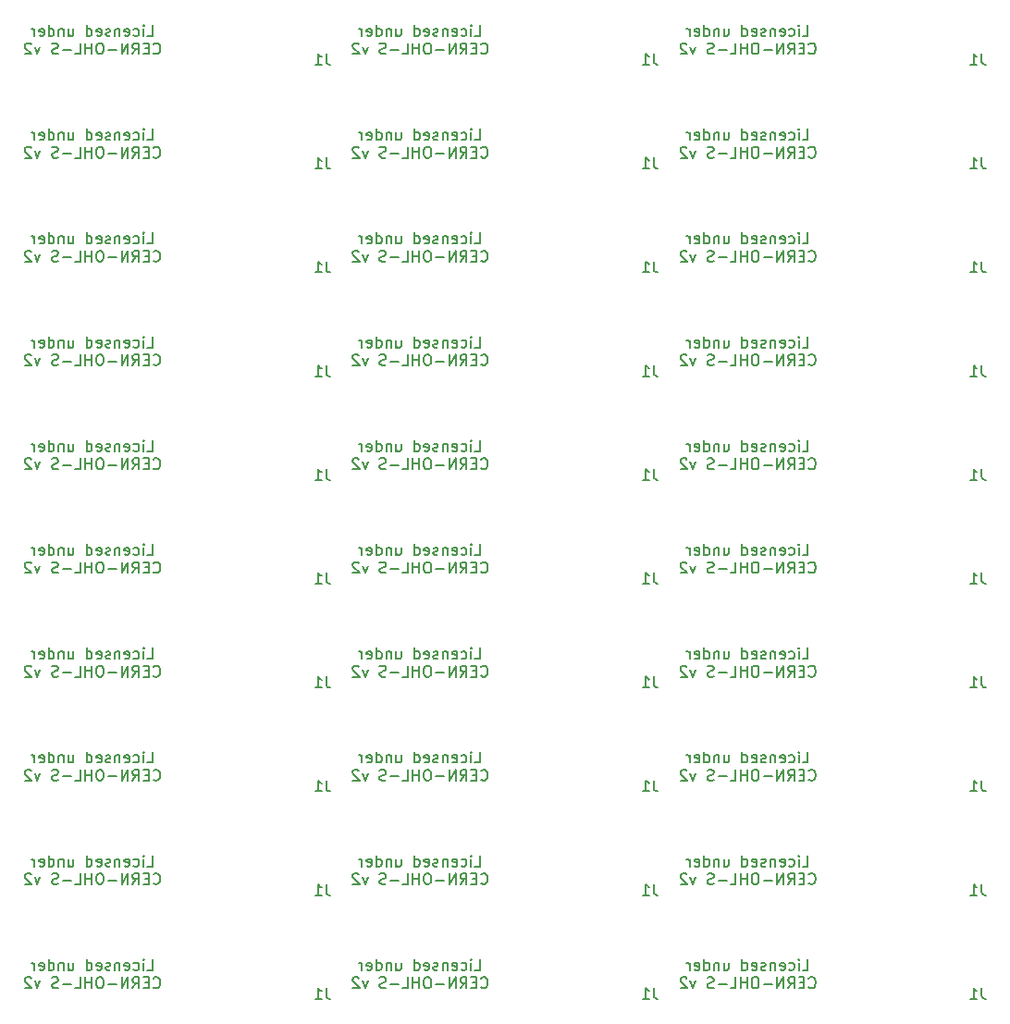
<source format=gbo>
G04 #@! TF.GenerationSoftware,KiCad,Pcbnew,(5.1.0)-1*
G04 #@! TF.CreationDate,2020-07-15T16:06:42-04:00*
G04 #@! TF.ProjectId,Breakout Panelized,42726561-6b6f-4757-9420-50616e656c69,rev?*
G04 #@! TF.SameCoordinates,Original*
G04 #@! TF.FileFunction,Legend,Bot*
G04 #@! TF.FilePolarity,Positive*
%FSLAX46Y46*%
G04 Gerber Fmt 4.6, Leading zero omitted, Abs format (unit mm)*
G04 Created by KiCad (PCBNEW (5.1.0)-1) date 2020-07-15 16:06:42*
%MOMM*%
%LPD*%
G04 APERTURE LIST*
%ADD10C,0.150000*%
G04 APERTURE END LIST*
D10*
X128275000Y-55402380D02*
X128751190Y-55402380D01*
X128751190Y-54402380D01*
X127941666Y-55402380D02*
X127941666Y-54735714D01*
X127941666Y-54402380D02*
X127989285Y-54450000D01*
X127941666Y-54497619D01*
X127894047Y-54450000D01*
X127941666Y-54402380D01*
X127941666Y-54497619D01*
X127036904Y-55354761D02*
X127132142Y-55402380D01*
X127322619Y-55402380D01*
X127417857Y-55354761D01*
X127465476Y-55307142D01*
X127513095Y-55211904D01*
X127513095Y-54926190D01*
X127465476Y-54830952D01*
X127417857Y-54783333D01*
X127322619Y-54735714D01*
X127132142Y-54735714D01*
X127036904Y-54783333D01*
X126227380Y-55354761D02*
X126322619Y-55402380D01*
X126513095Y-55402380D01*
X126608333Y-55354761D01*
X126655952Y-55259523D01*
X126655952Y-54878571D01*
X126608333Y-54783333D01*
X126513095Y-54735714D01*
X126322619Y-54735714D01*
X126227380Y-54783333D01*
X126179761Y-54878571D01*
X126179761Y-54973809D01*
X126655952Y-55069047D01*
X125751190Y-54735714D02*
X125751190Y-55402380D01*
X125751190Y-54830952D02*
X125703571Y-54783333D01*
X125608333Y-54735714D01*
X125465476Y-54735714D01*
X125370238Y-54783333D01*
X125322619Y-54878571D01*
X125322619Y-55402380D01*
X124894047Y-55354761D02*
X124798809Y-55402380D01*
X124608333Y-55402380D01*
X124513095Y-55354761D01*
X124465476Y-55259523D01*
X124465476Y-55211904D01*
X124513095Y-55116666D01*
X124608333Y-55069047D01*
X124751190Y-55069047D01*
X124846428Y-55021428D01*
X124894047Y-54926190D01*
X124894047Y-54878571D01*
X124846428Y-54783333D01*
X124751190Y-54735714D01*
X124608333Y-54735714D01*
X124513095Y-54783333D01*
X123655952Y-55354761D02*
X123751190Y-55402380D01*
X123941666Y-55402380D01*
X124036904Y-55354761D01*
X124084523Y-55259523D01*
X124084523Y-54878571D01*
X124036904Y-54783333D01*
X123941666Y-54735714D01*
X123751190Y-54735714D01*
X123655952Y-54783333D01*
X123608333Y-54878571D01*
X123608333Y-54973809D01*
X124084523Y-55069047D01*
X122751190Y-55402380D02*
X122751190Y-54402380D01*
X122751190Y-55354761D02*
X122846428Y-55402380D01*
X123036904Y-55402380D01*
X123132142Y-55354761D01*
X123179761Y-55307142D01*
X123227380Y-55211904D01*
X123227380Y-54926190D01*
X123179761Y-54830952D01*
X123132142Y-54783333D01*
X123036904Y-54735714D01*
X122846428Y-54735714D01*
X122751190Y-54783333D01*
X121084523Y-54735714D02*
X121084523Y-55402380D01*
X121513095Y-54735714D02*
X121513095Y-55259523D01*
X121465476Y-55354761D01*
X121370238Y-55402380D01*
X121227380Y-55402380D01*
X121132142Y-55354761D01*
X121084523Y-55307142D01*
X120608333Y-54735714D02*
X120608333Y-55402380D01*
X120608333Y-54830952D02*
X120560714Y-54783333D01*
X120465476Y-54735714D01*
X120322619Y-54735714D01*
X120227380Y-54783333D01*
X120179761Y-54878571D01*
X120179761Y-55402380D01*
X119275000Y-55402380D02*
X119275000Y-54402380D01*
X119275000Y-55354761D02*
X119370238Y-55402380D01*
X119560714Y-55402380D01*
X119655952Y-55354761D01*
X119703571Y-55307142D01*
X119751190Y-55211904D01*
X119751190Y-54926190D01*
X119703571Y-54830952D01*
X119655952Y-54783333D01*
X119560714Y-54735714D01*
X119370238Y-54735714D01*
X119275000Y-54783333D01*
X118417857Y-55354761D02*
X118513095Y-55402380D01*
X118703571Y-55402380D01*
X118798809Y-55354761D01*
X118846428Y-55259523D01*
X118846428Y-54878571D01*
X118798809Y-54783333D01*
X118703571Y-54735714D01*
X118513095Y-54735714D01*
X118417857Y-54783333D01*
X118370238Y-54878571D01*
X118370238Y-54973809D01*
X118846428Y-55069047D01*
X117941666Y-55402380D02*
X117941666Y-54735714D01*
X117941666Y-54926190D02*
X117894047Y-54830952D01*
X117846428Y-54783333D01*
X117751190Y-54735714D01*
X117655952Y-54735714D01*
X128846428Y-56957142D02*
X128894047Y-57004761D01*
X129036904Y-57052380D01*
X129132142Y-57052380D01*
X129275000Y-57004761D01*
X129370238Y-56909523D01*
X129417857Y-56814285D01*
X129465476Y-56623809D01*
X129465476Y-56480952D01*
X129417857Y-56290476D01*
X129370238Y-56195238D01*
X129275000Y-56100000D01*
X129132142Y-56052380D01*
X129036904Y-56052380D01*
X128894047Y-56100000D01*
X128846428Y-56147619D01*
X128417857Y-56528571D02*
X128084523Y-56528571D01*
X127941666Y-57052380D02*
X128417857Y-57052380D01*
X128417857Y-56052380D01*
X127941666Y-56052380D01*
X126941666Y-57052380D02*
X127275000Y-56576190D01*
X127513095Y-57052380D02*
X127513095Y-56052380D01*
X127132142Y-56052380D01*
X127036904Y-56100000D01*
X126989285Y-56147619D01*
X126941666Y-56242857D01*
X126941666Y-56385714D01*
X126989285Y-56480952D01*
X127036904Y-56528571D01*
X127132142Y-56576190D01*
X127513095Y-56576190D01*
X126513095Y-57052380D02*
X126513095Y-56052380D01*
X125941666Y-57052380D01*
X125941666Y-56052380D01*
X125465476Y-56671428D02*
X124703571Y-56671428D01*
X124036904Y-56052380D02*
X123846428Y-56052380D01*
X123751190Y-56100000D01*
X123655952Y-56195238D01*
X123608333Y-56385714D01*
X123608333Y-56719047D01*
X123655952Y-56909523D01*
X123751190Y-57004761D01*
X123846428Y-57052380D01*
X124036904Y-57052380D01*
X124132142Y-57004761D01*
X124227380Y-56909523D01*
X124275000Y-56719047D01*
X124275000Y-56385714D01*
X124227380Y-56195238D01*
X124132142Y-56100000D01*
X124036904Y-56052380D01*
X123179761Y-57052380D02*
X123179761Y-56052380D01*
X123179761Y-56528571D02*
X122608333Y-56528571D01*
X122608333Y-57052380D02*
X122608333Y-56052380D01*
X121655952Y-57052380D02*
X122132142Y-57052380D01*
X122132142Y-56052380D01*
X121322619Y-56671428D02*
X120560714Y-56671428D01*
X120132142Y-57004761D02*
X119989285Y-57052380D01*
X119751190Y-57052380D01*
X119655952Y-57004761D01*
X119608333Y-56957142D01*
X119560714Y-56861904D01*
X119560714Y-56766666D01*
X119608333Y-56671428D01*
X119655952Y-56623809D01*
X119751190Y-56576190D01*
X119941666Y-56528571D01*
X120036904Y-56480952D01*
X120084523Y-56433333D01*
X120132142Y-56338095D01*
X120132142Y-56242857D01*
X120084523Y-56147619D01*
X120036904Y-56100000D01*
X119941666Y-56052380D01*
X119703571Y-56052380D01*
X119560714Y-56100000D01*
X118465476Y-56385714D02*
X118227380Y-57052380D01*
X117989285Y-56385714D01*
X117655952Y-56147619D02*
X117608333Y-56100000D01*
X117513095Y-56052380D01*
X117275000Y-56052380D01*
X117179761Y-56100000D01*
X117132142Y-56147619D01*
X117084523Y-56242857D01*
X117084523Y-56338095D01*
X117132142Y-56480952D01*
X117703571Y-57052380D01*
X117084523Y-57052380D01*
X158275000Y-64902380D02*
X158751190Y-64902380D01*
X158751190Y-63902380D01*
X157941666Y-64902380D02*
X157941666Y-64235714D01*
X157941666Y-63902380D02*
X157989285Y-63950000D01*
X157941666Y-63997619D01*
X157894047Y-63950000D01*
X157941666Y-63902380D01*
X157941666Y-63997619D01*
X157036904Y-64854761D02*
X157132142Y-64902380D01*
X157322619Y-64902380D01*
X157417857Y-64854761D01*
X157465476Y-64807142D01*
X157513095Y-64711904D01*
X157513095Y-64426190D01*
X157465476Y-64330952D01*
X157417857Y-64283333D01*
X157322619Y-64235714D01*
X157132142Y-64235714D01*
X157036904Y-64283333D01*
X156227380Y-64854761D02*
X156322619Y-64902380D01*
X156513095Y-64902380D01*
X156608333Y-64854761D01*
X156655952Y-64759523D01*
X156655952Y-64378571D01*
X156608333Y-64283333D01*
X156513095Y-64235714D01*
X156322619Y-64235714D01*
X156227380Y-64283333D01*
X156179761Y-64378571D01*
X156179761Y-64473809D01*
X156655952Y-64569047D01*
X155751190Y-64235714D02*
X155751190Y-64902380D01*
X155751190Y-64330952D02*
X155703571Y-64283333D01*
X155608333Y-64235714D01*
X155465476Y-64235714D01*
X155370238Y-64283333D01*
X155322619Y-64378571D01*
X155322619Y-64902380D01*
X154894047Y-64854761D02*
X154798809Y-64902380D01*
X154608333Y-64902380D01*
X154513095Y-64854761D01*
X154465476Y-64759523D01*
X154465476Y-64711904D01*
X154513095Y-64616666D01*
X154608333Y-64569047D01*
X154751190Y-64569047D01*
X154846428Y-64521428D01*
X154894047Y-64426190D01*
X154894047Y-64378571D01*
X154846428Y-64283333D01*
X154751190Y-64235714D01*
X154608333Y-64235714D01*
X154513095Y-64283333D01*
X153655952Y-64854761D02*
X153751190Y-64902380D01*
X153941666Y-64902380D01*
X154036904Y-64854761D01*
X154084523Y-64759523D01*
X154084523Y-64378571D01*
X154036904Y-64283333D01*
X153941666Y-64235714D01*
X153751190Y-64235714D01*
X153655952Y-64283333D01*
X153608333Y-64378571D01*
X153608333Y-64473809D01*
X154084523Y-64569047D01*
X152751190Y-64902380D02*
X152751190Y-63902380D01*
X152751190Y-64854761D02*
X152846428Y-64902380D01*
X153036904Y-64902380D01*
X153132142Y-64854761D01*
X153179761Y-64807142D01*
X153227380Y-64711904D01*
X153227380Y-64426190D01*
X153179761Y-64330952D01*
X153132142Y-64283333D01*
X153036904Y-64235714D01*
X152846428Y-64235714D01*
X152751190Y-64283333D01*
X151084523Y-64235714D02*
X151084523Y-64902380D01*
X151513095Y-64235714D02*
X151513095Y-64759523D01*
X151465476Y-64854761D01*
X151370238Y-64902380D01*
X151227380Y-64902380D01*
X151132142Y-64854761D01*
X151084523Y-64807142D01*
X150608333Y-64235714D02*
X150608333Y-64902380D01*
X150608333Y-64330952D02*
X150560714Y-64283333D01*
X150465476Y-64235714D01*
X150322619Y-64235714D01*
X150227380Y-64283333D01*
X150179761Y-64378571D01*
X150179761Y-64902380D01*
X149275000Y-64902380D02*
X149275000Y-63902380D01*
X149275000Y-64854761D02*
X149370238Y-64902380D01*
X149560714Y-64902380D01*
X149655952Y-64854761D01*
X149703571Y-64807142D01*
X149751190Y-64711904D01*
X149751190Y-64426190D01*
X149703571Y-64330952D01*
X149655952Y-64283333D01*
X149560714Y-64235714D01*
X149370238Y-64235714D01*
X149275000Y-64283333D01*
X148417857Y-64854761D02*
X148513095Y-64902380D01*
X148703571Y-64902380D01*
X148798809Y-64854761D01*
X148846428Y-64759523D01*
X148846428Y-64378571D01*
X148798809Y-64283333D01*
X148703571Y-64235714D01*
X148513095Y-64235714D01*
X148417857Y-64283333D01*
X148370238Y-64378571D01*
X148370238Y-64473809D01*
X148846428Y-64569047D01*
X147941666Y-64902380D02*
X147941666Y-64235714D01*
X147941666Y-64426190D02*
X147894047Y-64330952D01*
X147846428Y-64283333D01*
X147751190Y-64235714D01*
X147655952Y-64235714D01*
X158846428Y-66457142D02*
X158894047Y-66504761D01*
X159036904Y-66552380D01*
X159132142Y-66552380D01*
X159275000Y-66504761D01*
X159370238Y-66409523D01*
X159417857Y-66314285D01*
X159465476Y-66123809D01*
X159465476Y-65980952D01*
X159417857Y-65790476D01*
X159370238Y-65695238D01*
X159275000Y-65600000D01*
X159132142Y-65552380D01*
X159036904Y-65552380D01*
X158894047Y-65600000D01*
X158846428Y-65647619D01*
X158417857Y-66028571D02*
X158084523Y-66028571D01*
X157941666Y-66552380D02*
X158417857Y-66552380D01*
X158417857Y-65552380D01*
X157941666Y-65552380D01*
X156941666Y-66552380D02*
X157275000Y-66076190D01*
X157513095Y-66552380D02*
X157513095Y-65552380D01*
X157132142Y-65552380D01*
X157036904Y-65600000D01*
X156989285Y-65647619D01*
X156941666Y-65742857D01*
X156941666Y-65885714D01*
X156989285Y-65980952D01*
X157036904Y-66028571D01*
X157132142Y-66076190D01*
X157513095Y-66076190D01*
X156513095Y-66552380D02*
X156513095Y-65552380D01*
X155941666Y-66552380D01*
X155941666Y-65552380D01*
X155465476Y-66171428D02*
X154703571Y-66171428D01*
X154036904Y-65552380D02*
X153846428Y-65552380D01*
X153751190Y-65600000D01*
X153655952Y-65695238D01*
X153608333Y-65885714D01*
X153608333Y-66219047D01*
X153655952Y-66409523D01*
X153751190Y-66504761D01*
X153846428Y-66552380D01*
X154036904Y-66552380D01*
X154132142Y-66504761D01*
X154227380Y-66409523D01*
X154275000Y-66219047D01*
X154275000Y-65885714D01*
X154227380Y-65695238D01*
X154132142Y-65600000D01*
X154036904Y-65552380D01*
X153179761Y-66552380D02*
X153179761Y-65552380D01*
X153179761Y-66028571D02*
X152608333Y-66028571D01*
X152608333Y-66552380D02*
X152608333Y-65552380D01*
X151655952Y-66552380D02*
X152132142Y-66552380D01*
X152132142Y-65552380D01*
X151322619Y-66171428D02*
X150560714Y-66171428D01*
X150132142Y-66504761D02*
X149989285Y-66552380D01*
X149751190Y-66552380D01*
X149655952Y-66504761D01*
X149608333Y-66457142D01*
X149560714Y-66361904D01*
X149560714Y-66266666D01*
X149608333Y-66171428D01*
X149655952Y-66123809D01*
X149751190Y-66076190D01*
X149941666Y-66028571D01*
X150036904Y-65980952D01*
X150084523Y-65933333D01*
X150132142Y-65838095D01*
X150132142Y-65742857D01*
X150084523Y-65647619D01*
X150036904Y-65600000D01*
X149941666Y-65552380D01*
X149703571Y-65552380D01*
X149560714Y-65600000D01*
X148465476Y-65885714D02*
X148227380Y-66552380D01*
X147989285Y-65885714D01*
X147655952Y-65647619D02*
X147608333Y-65600000D01*
X147513095Y-65552380D01*
X147275000Y-65552380D01*
X147179761Y-65600000D01*
X147132142Y-65647619D01*
X147084523Y-65742857D01*
X147084523Y-65838095D01*
X147132142Y-65980952D01*
X147703571Y-66552380D01*
X147084523Y-66552380D01*
X98275000Y-55402380D02*
X98751190Y-55402380D01*
X98751190Y-54402380D01*
X97941666Y-55402380D02*
X97941666Y-54735714D01*
X97941666Y-54402380D02*
X97989285Y-54450000D01*
X97941666Y-54497619D01*
X97894047Y-54450000D01*
X97941666Y-54402380D01*
X97941666Y-54497619D01*
X97036904Y-55354761D02*
X97132142Y-55402380D01*
X97322619Y-55402380D01*
X97417857Y-55354761D01*
X97465476Y-55307142D01*
X97513095Y-55211904D01*
X97513095Y-54926190D01*
X97465476Y-54830952D01*
X97417857Y-54783333D01*
X97322619Y-54735714D01*
X97132142Y-54735714D01*
X97036904Y-54783333D01*
X96227380Y-55354761D02*
X96322619Y-55402380D01*
X96513095Y-55402380D01*
X96608333Y-55354761D01*
X96655952Y-55259523D01*
X96655952Y-54878571D01*
X96608333Y-54783333D01*
X96513095Y-54735714D01*
X96322619Y-54735714D01*
X96227380Y-54783333D01*
X96179761Y-54878571D01*
X96179761Y-54973809D01*
X96655952Y-55069047D01*
X95751190Y-54735714D02*
X95751190Y-55402380D01*
X95751190Y-54830952D02*
X95703571Y-54783333D01*
X95608333Y-54735714D01*
X95465476Y-54735714D01*
X95370238Y-54783333D01*
X95322619Y-54878571D01*
X95322619Y-55402380D01*
X94894047Y-55354761D02*
X94798809Y-55402380D01*
X94608333Y-55402380D01*
X94513095Y-55354761D01*
X94465476Y-55259523D01*
X94465476Y-55211904D01*
X94513095Y-55116666D01*
X94608333Y-55069047D01*
X94751190Y-55069047D01*
X94846428Y-55021428D01*
X94894047Y-54926190D01*
X94894047Y-54878571D01*
X94846428Y-54783333D01*
X94751190Y-54735714D01*
X94608333Y-54735714D01*
X94513095Y-54783333D01*
X93655952Y-55354761D02*
X93751190Y-55402380D01*
X93941666Y-55402380D01*
X94036904Y-55354761D01*
X94084523Y-55259523D01*
X94084523Y-54878571D01*
X94036904Y-54783333D01*
X93941666Y-54735714D01*
X93751190Y-54735714D01*
X93655952Y-54783333D01*
X93608333Y-54878571D01*
X93608333Y-54973809D01*
X94084523Y-55069047D01*
X92751190Y-55402380D02*
X92751190Y-54402380D01*
X92751190Y-55354761D02*
X92846428Y-55402380D01*
X93036904Y-55402380D01*
X93132142Y-55354761D01*
X93179761Y-55307142D01*
X93227380Y-55211904D01*
X93227380Y-54926190D01*
X93179761Y-54830952D01*
X93132142Y-54783333D01*
X93036904Y-54735714D01*
X92846428Y-54735714D01*
X92751190Y-54783333D01*
X91084523Y-54735714D02*
X91084523Y-55402380D01*
X91513095Y-54735714D02*
X91513095Y-55259523D01*
X91465476Y-55354761D01*
X91370238Y-55402380D01*
X91227380Y-55402380D01*
X91132142Y-55354761D01*
X91084523Y-55307142D01*
X90608333Y-54735714D02*
X90608333Y-55402380D01*
X90608333Y-54830952D02*
X90560714Y-54783333D01*
X90465476Y-54735714D01*
X90322619Y-54735714D01*
X90227380Y-54783333D01*
X90179761Y-54878571D01*
X90179761Y-55402380D01*
X89275000Y-55402380D02*
X89275000Y-54402380D01*
X89275000Y-55354761D02*
X89370238Y-55402380D01*
X89560714Y-55402380D01*
X89655952Y-55354761D01*
X89703571Y-55307142D01*
X89751190Y-55211904D01*
X89751190Y-54926190D01*
X89703571Y-54830952D01*
X89655952Y-54783333D01*
X89560714Y-54735714D01*
X89370238Y-54735714D01*
X89275000Y-54783333D01*
X88417857Y-55354761D02*
X88513095Y-55402380D01*
X88703571Y-55402380D01*
X88798809Y-55354761D01*
X88846428Y-55259523D01*
X88846428Y-54878571D01*
X88798809Y-54783333D01*
X88703571Y-54735714D01*
X88513095Y-54735714D01*
X88417857Y-54783333D01*
X88370238Y-54878571D01*
X88370238Y-54973809D01*
X88846428Y-55069047D01*
X87941666Y-55402380D02*
X87941666Y-54735714D01*
X87941666Y-54926190D02*
X87894047Y-54830952D01*
X87846428Y-54783333D01*
X87751190Y-54735714D01*
X87655952Y-54735714D01*
X98846428Y-56957142D02*
X98894047Y-57004761D01*
X99036904Y-57052380D01*
X99132142Y-57052380D01*
X99275000Y-57004761D01*
X99370238Y-56909523D01*
X99417857Y-56814285D01*
X99465476Y-56623809D01*
X99465476Y-56480952D01*
X99417857Y-56290476D01*
X99370238Y-56195238D01*
X99275000Y-56100000D01*
X99132142Y-56052380D01*
X99036904Y-56052380D01*
X98894047Y-56100000D01*
X98846428Y-56147619D01*
X98417857Y-56528571D02*
X98084523Y-56528571D01*
X97941666Y-57052380D02*
X98417857Y-57052380D01*
X98417857Y-56052380D01*
X97941666Y-56052380D01*
X96941666Y-57052380D02*
X97275000Y-56576190D01*
X97513095Y-57052380D02*
X97513095Y-56052380D01*
X97132142Y-56052380D01*
X97036904Y-56100000D01*
X96989285Y-56147619D01*
X96941666Y-56242857D01*
X96941666Y-56385714D01*
X96989285Y-56480952D01*
X97036904Y-56528571D01*
X97132142Y-56576190D01*
X97513095Y-56576190D01*
X96513095Y-57052380D02*
X96513095Y-56052380D01*
X95941666Y-57052380D01*
X95941666Y-56052380D01*
X95465476Y-56671428D02*
X94703571Y-56671428D01*
X94036904Y-56052380D02*
X93846428Y-56052380D01*
X93751190Y-56100000D01*
X93655952Y-56195238D01*
X93608333Y-56385714D01*
X93608333Y-56719047D01*
X93655952Y-56909523D01*
X93751190Y-57004761D01*
X93846428Y-57052380D01*
X94036904Y-57052380D01*
X94132142Y-57004761D01*
X94227380Y-56909523D01*
X94275000Y-56719047D01*
X94275000Y-56385714D01*
X94227380Y-56195238D01*
X94132142Y-56100000D01*
X94036904Y-56052380D01*
X93179761Y-57052380D02*
X93179761Y-56052380D01*
X93179761Y-56528571D02*
X92608333Y-56528571D01*
X92608333Y-57052380D02*
X92608333Y-56052380D01*
X91655952Y-57052380D02*
X92132142Y-57052380D01*
X92132142Y-56052380D01*
X91322619Y-56671428D02*
X90560714Y-56671428D01*
X90132142Y-57004761D02*
X89989285Y-57052380D01*
X89751190Y-57052380D01*
X89655952Y-57004761D01*
X89608333Y-56957142D01*
X89560714Y-56861904D01*
X89560714Y-56766666D01*
X89608333Y-56671428D01*
X89655952Y-56623809D01*
X89751190Y-56576190D01*
X89941666Y-56528571D01*
X90036904Y-56480952D01*
X90084523Y-56433333D01*
X90132142Y-56338095D01*
X90132142Y-56242857D01*
X90084523Y-56147619D01*
X90036904Y-56100000D01*
X89941666Y-56052380D01*
X89703571Y-56052380D01*
X89560714Y-56100000D01*
X88465476Y-56385714D02*
X88227380Y-57052380D01*
X87989285Y-56385714D01*
X87655952Y-56147619D02*
X87608333Y-56100000D01*
X87513095Y-56052380D01*
X87275000Y-56052380D01*
X87179761Y-56100000D01*
X87132142Y-56147619D01*
X87084523Y-56242857D01*
X87084523Y-56338095D01*
X87132142Y-56480952D01*
X87703571Y-57052380D01*
X87084523Y-57052380D01*
X128275000Y-64902380D02*
X128751190Y-64902380D01*
X128751190Y-63902380D01*
X127941666Y-64902380D02*
X127941666Y-64235714D01*
X127941666Y-63902380D02*
X127989285Y-63950000D01*
X127941666Y-63997619D01*
X127894047Y-63950000D01*
X127941666Y-63902380D01*
X127941666Y-63997619D01*
X127036904Y-64854761D02*
X127132142Y-64902380D01*
X127322619Y-64902380D01*
X127417857Y-64854761D01*
X127465476Y-64807142D01*
X127513095Y-64711904D01*
X127513095Y-64426190D01*
X127465476Y-64330952D01*
X127417857Y-64283333D01*
X127322619Y-64235714D01*
X127132142Y-64235714D01*
X127036904Y-64283333D01*
X126227380Y-64854761D02*
X126322619Y-64902380D01*
X126513095Y-64902380D01*
X126608333Y-64854761D01*
X126655952Y-64759523D01*
X126655952Y-64378571D01*
X126608333Y-64283333D01*
X126513095Y-64235714D01*
X126322619Y-64235714D01*
X126227380Y-64283333D01*
X126179761Y-64378571D01*
X126179761Y-64473809D01*
X126655952Y-64569047D01*
X125751190Y-64235714D02*
X125751190Y-64902380D01*
X125751190Y-64330952D02*
X125703571Y-64283333D01*
X125608333Y-64235714D01*
X125465476Y-64235714D01*
X125370238Y-64283333D01*
X125322619Y-64378571D01*
X125322619Y-64902380D01*
X124894047Y-64854761D02*
X124798809Y-64902380D01*
X124608333Y-64902380D01*
X124513095Y-64854761D01*
X124465476Y-64759523D01*
X124465476Y-64711904D01*
X124513095Y-64616666D01*
X124608333Y-64569047D01*
X124751190Y-64569047D01*
X124846428Y-64521428D01*
X124894047Y-64426190D01*
X124894047Y-64378571D01*
X124846428Y-64283333D01*
X124751190Y-64235714D01*
X124608333Y-64235714D01*
X124513095Y-64283333D01*
X123655952Y-64854761D02*
X123751190Y-64902380D01*
X123941666Y-64902380D01*
X124036904Y-64854761D01*
X124084523Y-64759523D01*
X124084523Y-64378571D01*
X124036904Y-64283333D01*
X123941666Y-64235714D01*
X123751190Y-64235714D01*
X123655952Y-64283333D01*
X123608333Y-64378571D01*
X123608333Y-64473809D01*
X124084523Y-64569047D01*
X122751190Y-64902380D02*
X122751190Y-63902380D01*
X122751190Y-64854761D02*
X122846428Y-64902380D01*
X123036904Y-64902380D01*
X123132142Y-64854761D01*
X123179761Y-64807142D01*
X123227380Y-64711904D01*
X123227380Y-64426190D01*
X123179761Y-64330952D01*
X123132142Y-64283333D01*
X123036904Y-64235714D01*
X122846428Y-64235714D01*
X122751190Y-64283333D01*
X121084523Y-64235714D02*
X121084523Y-64902380D01*
X121513095Y-64235714D02*
X121513095Y-64759523D01*
X121465476Y-64854761D01*
X121370238Y-64902380D01*
X121227380Y-64902380D01*
X121132142Y-64854761D01*
X121084523Y-64807142D01*
X120608333Y-64235714D02*
X120608333Y-64902380D01*
X120608333Y-64330952D02*
X120560714Y-64283333D01*
X120465476Y-64235714D01*
X120322619Y-64235714D01*
X120227380Y-64283333D01*
X120179761Y-64378571D01*
X120179761Y-64902380D01*
X119275000Y-64902380D02*
X119275000Y-63902380D01*
X119275000Y-64854761D02*
X119370238Y-64902380D01*
X119560714Y-64902380D01*
X119655952Y-64854761D01*
X119703571Y-64807142D01*
X119751190Y-64711904D01*
X119751190Y-64426190D01*
X119703571Y-64330952D01*
X119655952Y-64283333D01*
X119560714Y-64235714D01*
X119370238Y-64235714D01*
X119275000Y-64283333D01*
X118417857Y-64854761D02*
X118513095Y-64902380D01*
X118703571Y-64902380D01*
X118798809Y-64854761D01*
X118846428Y-64759523D01*
X118846428Y-64378571D01*
X118798809Y-64283333D01*
X118703571Y-64235714D01*
X118513095Y-64235714D01*
X118417857Y-64283333D01*
X118370238Y-64378571D01*
X118370238Y-64473809D01*
X118846428Y-64569047D01*
X117941666Y-64902380D02*
X117941666Y-64235714D01*
X117941666Y-64426190D02*
X117894047Y-64330952D01*
X117846428Y-64283333D01*
X117751190Y-64235714D01*
X117655952Y-64235714D01*
X128846428Y-66457142D02*
X128894047Y-66504761D01*
X129036904Y-66552380D01*
X129132142Y-66552380D01*
X129275000Y-66504761D01*
X129370238Y-66409523D01*
X129417857Y-66314285D01*
X129465476Y-66123809D01*
X129465476Y-65980952D01*
X129417857Y-65790476D01*
X129370238Y-65695238D01*
X129275000Y-65600000D01*
X129132142Y-65552380D01*
X129036904Y-65552380D01*
X128894047Y-65600000D01*
X128846428Y-65647619D01*
X128417857Y-66028571D02*
X128084523Y-66028571D01*
X127941666Y-66552380D02*
X128417857Y-66552380D01*
X128417857Y-65552380D01*
X127941666Y-65552380D01*
X126941666Y-66552380D02*
X127275000Y-66076190D01*
X127513095Y-66552380D02*
X127513095Y-65552380D01*
X127132142Y-65552380D01*
X127036904Y-65600000D01*
X126989285Y-65647619D01*
X126941666Y-65742857D01*
X126941666Y-65885714D01*
X126989285Y-65980952D01*
X127036904Y-66028571D01*
X127132142Y-66076190D01*
X127513095Y-66076190D01*
X126513095Y-66552380D02*
X126513095Y-65552380D01*
X125941666Y-66552380D01*
X125941666Y-65552380D01*
X125465476Y-66171428D02*
X124703571Y-66171428D01*
X124036904Y-65552380D02*
X123846428Y-65552380D01*
X123751190Y-65600000D01*
X123655952Y-65695238D01*
X123608333Y-65885714D01*
X123608333Y-66219047D01*
X123655952Y-66409523D01*
X123751190Y-66504761D01*
X123846428Y-66552380D01*
X124036904Y-66552380D01*
X124132142Y-66504761D01*
X124227380Y-66409523D01*
X124275000Y-66219047D01*
X124275000Y-65885714D01*
X124227380Y-65695238D01*
X124132142Y-65600000D01*
X124036904Y-65552380D01*
X123179761Y-66552380D02*
X123179761Y-65552380D01*
X123179761Y-66028571D02*
X122608333Y-66028571D01*
X122608333Y-66552380D02*
X122608333Y-65552380D01*
X121655952Y-66552380D02*
X122132142Y-66552380D01*
X122132142Y-65552380D01*
X121322619Y-66171428D02*
X120560714Y-66171428D01*
X120132142Y-66504761D02*
X119989285Y-66552380D01*
X119751190Y-66552380D01*
X119655952Y-66504761D01*
X119608333Y-66457142D01*
X119560714Y-66361904D01*
X119560714Y-66266666D01*
X119608333Y-66171428D01*
X119655952Y-66123809D01*
X119751190Y-66076190D01*
X119941666Y-66028571D01*
X120036904Y-65980952D01*
X120084523Y-65933333D01*
X120132142Y-65838095D01*
X120132142Y-65742857D01*
X120084523Y-65647619D01*
X120036904Y-65600000D01*
X119941666Y-65552380D01*
X119703571Y-65552380D01*
X119560714Y-65600000D01*
X118465476Y-65885714D02*
X118227380Y-66552380D01*
X117989285Y-65885714D01*
X117655952Y-65647619D02*
X117608333Y-65600000D01*
X117513095Y-65552380D01*
X117275000Y-65552380D01*
X117179761Y-65600000D01*
X117132142Y-65647619D01*
X117084523Y-65742857D01*
X117084523Y-65838095D01*
X117132142Y-65980952D01*
X117703571Y-66552380D01*
X117084523Y-66552380D01*
X98275000Y-64902380D02*
X98751190Y-64902380D01*
X98751190Y-63902380D01*
X97941666Y-64902380D02*
X97941666Y-64235714D01*
X97941666Y-63902380D02*
X97989285Y-63950000D01*
X97941666Y-63997619D01*
X97894047Y-63950000D01*
X97941666Y-63902380D01*
X97941666Y-63997619D01*
X97036904Y-64854761D02*
X97132142Y-64902380D01*
X97322619Y-64902380D01*
X97417857Y-64854761D01*
X97465476Y-64807142D01*
X97513095Y-64711904D01*
X97513095Y-64426190D01*
X97465476Y-64330952D01*
X97417857Y-64283333D01*
X97322619Y-64235714D01*
X97132142Y-64235714D01*
X97036904Y-64283333D01*
X96227380Y-64854761D02*
X96322619Y-64902380D01*
X96513095Y-64902380D01*
X96608333Y-64854761D01*
X96655952Y-64759523D01*
X96655952Y-64378571D01*
X96608333Y-64283333D01*
X96513095Y-64235714D01*
X96322619Y-64235714D01*
X96227380Y-64283333D01*
X96179761Y-64378571D01*
X96179761Y-64473809D01*
X96655952Y-64569047D01*
X95751190Y-64235714D02*
X95751190Y-64902380D01*
X95751190Y-64330952D02*
X95703571Y-64283333D01*
X95608333Y-64235714D01*
X95465476Y-64235714D01*
X95370238Y-64283333D01*
X95322619Y-64378571D01*
X95322619Y-64902380D01*
X94894047Y-64854761D02*
X94798809Y-64902380D01*
X94608333Y-64902380D01*
X94513095Y-64854761D01*
X94465476Y-64759523D01*
X94465476Y-64711904D01*
X94513095Y-64616666D01*
X94608333Y-64569047D01*
X94751190Y-64569047D01*
X94846428Y-64521428D01*
X94894047Y-64426190D01*
X94894047Y-64378571D01*
X94846428Y-64283333D01*
X94751190Y-64235714D01*
X94608333Y-64235714D01*
X94513095Y-64283333D01*
X93655952Y-64854761D02*
X93751190Y-64902380D01*
X93941666Y-64902380D01*
X94036904Y-64854761D01*
X94084523Y-64759523D01*
X94084523Y-64378571D01*
X94036904Y-64283333D01*
X93941666Y-64235714D01*
X93751190Y-64235714D01*
X93655952Y-64283333D01*
X93608333Y-64378571D01*
X93608333Y-64473809D01*
X94084523Y-64569047D01*
X92751190Y-64902380D02*
X92751190Y-63902380D01*
X92751190Y-64854761D02*
X92846428Y-64902380D01*
X93036904Y-64902380D01*
X93132142Y-64854761D01*
X93179761Y-64807142D01*
X93227380Y-64711904D01*
X93227380Y-64426190D01*
X93179761Y-64330952D01*
X93132142Y-64283333D01*
X93036904Y-64235714D01*
X92846428Y-64235714D01*
X92751190Y-64283333D01*
X91084523Y-64235714D02*
X91084523Y-64902380D01*
X91513095Y-64235714D02*
X91513095Y-64759523D01*
X91465476Y-64854761D01*
X91370238Y-64902380D01*
X91227380Y-64902380D01*
X91132142Y-64854761D01*
X91084523Y-64807142D01*
X90608333Y-64235714D02*
X90608333Y-64902380D01*
X90608333Y-64330952D02*
X90560714Y-64283333D01*
X90465476Y-64235714D01*
X90322619Y-64235714D01*
X90227380Y-64283333D01*
X90179761Y-64378571D01*
X90179761Y-64902380D01*
X89275000Y-64902380D02*
X89275000Y-63902380D01*
X89275000Y-64854761D02*
X89370238Y-64902380D01*
X89560714Y-64902380D01*
X89655952Y-64854761D01*
X89703571Y-64807142D01*
X89751190Y-64711904D01*
X89751190Y-64426190D01*
X89703571Y-64330952D01*
X89655952Y-64283333D01*
X89560714Y-64235714D01*
X89370238Y-64235714D01*
X89275000Y-64283333D01*
X88417857Y-64854761D02*
X88513095Y-64902380D01*
X88703571Y-64902380D01*
X88798809Y-64854761D01*
X88846428Y-64759523D01*
X88846428Y-64378571D01*
X88798809Y-64283333D01*
X88703571Y-64235714D01*
X88513095Y-64235714D01*
X88417857Y-64283333D01*
X88370238Y-64378571D01*
X88370238Y-64473809D01*
X88846428Y-64569047D01*
X87941666Y-64902380D02*
X87941666Y-64235714D01*
X87941666Y-64426190D02*
X87894047Y-64330952D01*
X87846428Y-64283333D01*
X87751190Y-64235714D01*
X87655952Y-64235714D01*
X98846428Y-66457142D02*
X98894047Y-66504761D01*
X99036904Y-66552380D01*
X99132142Y-66552380D01*
X99275000Y-66504761D01*
X99370238Y-66409523D01*
X99417857Y-66314285D01*
X99465476Y-66123809D01*
X99465476Y-65980952D01*
X99417857Y-65790476D01*
X99370238Y-65695238D01*
X99275000Y-65600000D01*
X99132142Y-65552380D01*
X99036904Y-65552380D01*
X98894047Y-65600000D01*
X98846428Y-65647619D01*
X98417857Y-66028571D02*
X98084523Y-66028571D01*
X97941666Y-66552380D02*
X98417857Y-66552380D01*
X98417857Y-65552380D01*
X97941666Y-65552380D01*
X96941666Y-66552380D02*
X97275000Y-66076190D01*
X97513095Y-66552380D02*
X97513095Y-65552380D01*
X97132142Y-65552380D01*
X97036904Y-65600000D01*
X96989285Y-65647619D01*
X96941666Y-65742857D01*
X96941666Y-65885714D01*
X96989285Y-65980952D01*
X97036904Y-66028571D01*
X97132142Y-66076190D01*
X97513095Y-66076190D01*
X96513095Y-66552380D02*
X96513095Y-65552380D01*
X95941666Y-66552380D01*
X95941666Y-65552380D01*
X95465476Y-66171428D02*
X94703571Y-66171428D01*
X94036904Y-65552380D02*
X93846428Y-65552380D01*
X93751190Y-65600000D01*
X93655952Y-65695238D01*
X93608333Y-65885714D01*
X93608333Y-66219047D01*
X93655952Y-66409523D01*
X93751190Y-66504761D01*
X93846428Y-66552380D01*
X94036904Y-66552380D01*
X94132142Y-66504761D01*
X94227380Y-66409523D01*
X94275000Y-66219047D01*
X94275000Y-65885714D01*
X94227380Y-65695238D01*
X94132142Y-65600000D01*
X94036904Y-65552380D01*
X93179761Y-66552380D02*
X93179761Y-65552380D01*
X93179761Y-66028571D02*
X92608333Y-66028571D01*
X92608333Y-66552380D02*
X92608333Y-65552380D01*
X91655952Y-66552380D02*
X92132142Y-66552380D01*
X92132142Y-65552380D01*
X91322619Y-66171428D02*
X90560714Y-66171428D01*
X90132142Y-66504761D02*
X89989285Y-66552380D01*
X89751190Y-66552380D01*
X89655952Y-66504761D01*
X89608333Y-66457142D01*
X89560714Y-66361904D01*
X89560714Y-66266666D01*
X89608333Y-66171428D01*
X89655952Y-66123809D01*
X89751190Y-66076190D01*
X89941666Y-66028571D01*
X90036904Y-65980952D01*
X90084523Y-65933333D01*
X90132142Y-65838095D01*
X90132142Y-65742857D01*
X90084523Y-65647619D01*
X90036904Y-65600000D01*
X89941666Y-65552380D01*
X89703571Y-65552380D01*
X89560714Y-65600000D01*
X88465476Y-65885714D02*
X88227380Y-66552380D01*
X87989285Y-65885714D01*
X87655952Y-65647619D02*
X87608333Y-65600000D01*
X87513095Y-65552380D01*
X87275000Y-65552380D01*
X87179761Y-65600000D01*
X87132142Y-65647619D01*
X87084523Y-65742857D01*
X87084523Y-65838095D01*
X87132142Y-65980952D01*
X87703571Y-66552380D01*
X87084523Y-66552380D01*
X158275000Y-55402380D02*
X158751190Y-55402380D01*
X158751190Y-54402380D01*
X157941666Y-55402380D02*
X157941666Y-54735714D01*
X157941666Y-54402380D02*
X157989285Y-54450000D01*
X157941666Y-54497619D01*
X157894047Y-54450000D01*
X157941666Y-54402380D01*
X157941666Y-54497619D01*
X157036904Y-55354761D02*
X157132142Y-55402380D01*
X157322619Y-55402380D01*
X157417857Y-55354761D01*
X157465476Y-55307142D01*
X157513095Y-55211904D01*
X157513095Y-54926190D01*
X157465476Y-54830952D01*
X157417857Y-54783333D01*
X157322619Y-54735714D01*
X157132142Y-54735714D01*
X157036904Y-54783333D01*
X156227380Y-55354761D02*
X156322619Y-55402380D01*
X156513095Y-55402380D01*
X156608333Y-55354761D01*
X156655952Y-55259523D01*
X156655952Y-54878571D01*
X156608333Y-54783333D01*
X156513095Y-54735714D01*
X156322619Y-54735714D01*
X156227380Y-54783333D01*
X156179761Y-54878571D01*
X156179761Y-54973809D01*
X156655952Y-55069047D01*
X155751190Y-54735714D02*
X155751190Y-55402380D01*
X155751190Y-54830952D02*
X155703571Y-54783333D01*
X155608333Y-54735714D01*
X155465476Y-54735714D01*
X155370238Y-54783333D01*
X155322619Y-54878571D01*
X155322619Y-55402380D01*
X154894047Y-55354761D02*
X154798809Y-55402380D01*
X154608333Y-55402380D01*
X154513095Y-55354761D01*
X154465476Y-55259523D01*
X154465476Y-55211904D01*
X154513095Y-55116666D01*
X154608333Y-55069047D01*
X154751190Y-55069047D01*
X154846428Y-55021428D01*
X154894047Y-54926190D01*
X154894047Y-54878571D01*
X154846428Y-54783333D01*
X154751190Y-54735714D01*
X154608333Y-54735714D01*
X154513095Y-54783333D01*
X153655952Y-55354761D02*
X153751190Y-55402380D01*
X153941666Y-55402380D01*
X154036904Y-55354761D01*
X154084523Y-55259523D01*
X154084523Y-54878571D01*
X154036904Y-54783333D01*
X153941666Y-54735714D01*
X153751190Y-54735714D01*
X153655952Y-54783333D01*
X153608333Y-54878571D01*
X153608333Y-54973809D01*
X154084523Y-55069047D01*
X152751190Y-55402380D02*
X152751190Y-54402380D01*
X152751190Y-55354761D02*
X152846428Y-55402380D01*
X153036904Y-55402380D01*
X153132142Y-55354761D01*
X153179761Y-55307142D01*
X153227380Y-55211904D01*
X153227380Y-54926190D01*
X153179761Y-54830952D01*
X153132142Y-54783333D01*
X153036904Y-54735714D01*
X152846428Y-54735714D01*
X152751190Y-54783333D01*
X151084523Y-54735714D02*
X151084523Y-55402380D01*
X151513095Y-54735714D02*
X151513095Y-55259523D01*
X151465476Y-55354761D01*
X151370238Y-55402380D01*
X151227380Y-55402380D01*
X151132142Y-55354761D01*
X151084523Y-55307142D01*
X150608333Y-54735714D02*
X150608333Y-55402380D01*
X150608333Y-54830952D02*
X150560714Y-54783333D01*
X150465476Y-54735714D01*
X150322619Y-54735714D01*
X150227380Y-54783333D01*
X150179761Y-54878571D01*
X150179761Y-55402380D01*
X149275000Y-55402380D02*
X149275000Y-54402380D01*
X149275000Y-55354761D02*
X149370238Y-55402380D01*
X149560714Y-55402380D01*
X149655952Y-55354761D01*
X149703571Y-55307142D01*
X149751190Y-55211904D01*
X149751190Y-54926190D01*
X149703571Y-54830952D01*
X149655952Y-54783333D01*
X149560714Y-54735714D01*
X149370238Y-54735714D01*
X149275000Y-54783333D01*
X148417857Y-55354761D02*
X148513095Y-55402380D01*
X148703571Y-55402380D01*
X148798809Y-55354761D01*
X148846428Y-55259523D01*
X148846428Y-54878571D01*
X148798809Y-54783333D01*
X148703571Y-54735714D01*
X148513095Y-54735714D01*
X148417857Y-54783333D01*
X148370238Y-54878571D01*
X148370238Y-54973809D01*
X148846428Y-55069047D01*
X147941666Y-55402380D02*
X147941666Y-54735714D01*
X147941666Y-54926190D02*
X147894047Y-54830952D01*
X147846428Y-54783333D01*
X147751190Y-54735714D01*
X147655952Y-54735714D01*
X158846428Y-56957142D02*
X158894047Y-57004761D01*
X159036904Y-57052380D01*
X159132142Y-57052380D01*
X159275000Y-57004761D01*
X159370238Y-56909523D01*
X159417857Y-56814285D01*
X159465476Y-56623809D01*
X159465476Y-56480952D01*
X159417857Y-56290476D01*
X159370238Y-56195238D01*
X159275000Y-56100000D01*
X159132142Y-56052380D01*
X159036904Y-56052380D01*
X158894047Y-56100000D01*
X158846428Y-56147619D01*
X158417857Y-56528571D02*
X158084523Y-56528571D01*
X157941666Y-57052380D02*
X158417857Y-57052380D01*
X158417857Y-56052380D01*
X157941666Y-56052380D01*
X156941666Y-57052380D02*
X157275000Y-56576190D01*
X157513095Y-57052380D02*
X157513095Y-56052380D01*
X157132142Y-56052380D01*
X157036904Y-56100000D01*
X156989285Y-56147619D01*
X156941666Y-56242857D01*
X156941666Y-56385714D01*
X156989285Y-56480952D01*
X157036904Y-56528571D01*
X157132142Y-56576190D01*
X157513095Y-56576190D01*
X156513095Y-57052380D02*
X156513095Y-56052380D01*
X155941666Y-57052380D01*
X155941666Y-56052380D01*
X155465476Y-56671428D02*
X154703571Y-56671428D01*
X154036904Y-56052380D02*
X153846428Y-56052380D01*
X153751190Y-56100000D01*
X153655952Y-56195238D01*
X153608333Y-56385714D01*
X153608333Y-56719047D01*
X153655952Y-56909523D01*
X153751190Y-57004761D01*
X153846428Y-57052380D01*
X154036904Y-57052380D01*
X154132142Y-57004761D01*
X154227380Y-56909523D01*
X154275000Y-56719047D01*
X154275000Y-56385714D01*
X154227380Y-56195238D01*
X154132142Y-56100000D01*
X154036904Y-56052380D01*
X153179761Y-57052380D02*
X153179761Y-56052380D01*
X153179761Y-56528571D02*
X152608333Y-56528571D01*
X152608333Y-57052380D02*
X152608333Y-56052380D01*
X151655952Y-57052380D02*
X152132142Y-57052380D01*
X152132142Y-56052380D01*
X151322619Y-56671428D02*
X150560714Y-56671428D01*
X150132142Y-57004761D02*
X149989285Y-57052380D01*
X149751190Y-57052380D01*
X149655952Y-57004761D01*
X149608333Y-56957142D01*
X149560714Y-56861904D01*
X149560714Y-56766666D01*
X149608333Y-56671428D01*
X149655952Y-56623809D01*
X149751190Y-56576190D01*
X149941666Y-56528571D01*
X150036904Y-56480952D01*
X150084523Y-56433333D01*
X150132142Y-56338095D01*
X150132142Y-56242857D01*
X150084523Y-56147619D01*
X150036904Y-56100000D01*
X149941666Y-56052380D01*
X149703571Y-56052380D01*
X149560714Y-56100000D01*
X148465476Y-56385714D02*
X148227380Y-57052380D01*
X147989285Y-56385714D01*
X147655952Y-56147619D02*
X147608333Y-56100000D01*
X147513095Y-56052380D01*
X147275000Y-56052380D01*
X147179761Y-56100000D01*
X147132142Y-56147619D01*
X147084523Y-56242857D01*
X147084523Y-56338095D01*
X147132142Y-56480952D01*
X147703571Y-57052380D01*
X147084523Y-57052380D01*
X128275000Y-83902380D02*
X128751190Y-83902380D01*
X128751190Y-82902380D01*
X127941666Y-83902380D02*
X127941666Y-83235714D01*
X127941666Y-82902380D02*
X127989285Y-82950000D01*
X127941666Y-82997619D01*
X127894047Y-82950000D01*
X127941666Y-82902380D01*
X127941666Y-82997619D01*
X127036904Y-83854761D02*
X127132142Y-83902380D01*
X127322619Y-83902380D01*
X127417857Y-83854761D01*
X127465476Y-83807142D01*
X127513095Y-83711904D01*
X127513095Y-83426190D01*
X127465476Y-83330952D01*
X127417857Y-83283333D01*
X127322619Y-83235714D01*
X127132142Y-83235714D01*
X127036904Y-83283333D01*
X126227380Y-83854761D02*
X126322619Y-83902380D01*
X126513095Y-83902380D01*
X126608333Y-83854761D01*
X126655952Y-83759523D01*
X126655952Y-83378571D01*
X126608333Y-83283333D01*
X126513095Y-83235714D01*
X126322619Y-83235714D01*
X126227380Y-83283333D01*
X126179761Y-83378571D01*
X126179761Y-83473809D01*
X126655952Y-83569047D01*
X125751190Y-83235714D02*
X125751190Y-83902380D01*
X125751190Y-83330952D02*
X125703571Y-83283333D01*
X125608333Y-83235714D01*
X125465476Y-83235714D01*
X125370238Y-83283333D01*
X125322619Y-83378571D01*
X125322619Y-83902380D01*
X124894047Y-83854761D02*
X124798809Y-83902380D01*
X124608333Y-83902380D01*
X124513095Y-83854761D01*
X124465476Y-83759523D01*
X124465476Y-83711904D01*
X124513095Y-83616666D01*
X124608333Y-83569047D01*
X124751190Y-83569047D01*
X124846428Y-83521428D01*
X124894047Y-83426190D01*
X124894047Y-83378571D01*
X124846428Y-83283333D01*
X124751190Y-83235714D01*
X124608333Y-83235714D01*
X124513095Y-83283333D01*
X123655952Y-83854761D02*
X123751190Y-83902380D01*
X123941666Y-83902380D01*
X124036904Y-83854761D01*
X124084523Y-83759523D01*
X124084523Y-83378571D01*
X124036904Y-83283333D01*
X123941666Y-83235714D01*
X123751190Y-83235714D01*
X123655952Y-83283333D01*
X123608333Y-83378571D01*
X123608333Y-83473809D01*
X124084523Y-83569047D01*
X122751190Y-83902380D02*
X122751190Y-82902380D01*
X122751190Y-83854761D02*
X122846428Y-83902380D01*
X123036904Y-83902380D01*
X123132142Y-83854761D01*
X123179761Y-83807142D01*
X123227380Y-83711904D01*
X123227380Y-83426190D01*
X123179761Y-83330952D01*
X123132142Y-83283333D01*
X123036904Y-83235714D01*
X122846428Y-83235714D01*
X122751190Y-83283333D01*
X121084523Y-83235714D02*
X121084523Y-83902380D01*
X121513095Y-83235714D02*
X121513095Y-83759523D01*
X121465476Y-83854761D01*
X121370238Y-83902380D01*
X121227380Y-83902380D01*
X121132142Y-83854761D01*
X121084523Y-83807142D01*
X120608333Y-83235714D02*
X120608333Y-83902380D01*
X120608333Y-83330952D02*
X120560714Y-83283333D01*
X120465476Y-83235714D01*
X120322619Y-83235714D01*
X120227380Y-83283333D01*
X120179761Y-83378571D01*
X120179761Y-83902380D01*
X119275000Y-83902380D02*
X119275000Y-82902380D01*
X119275000Y-83854761D02*
X119370238Y-83902380D01*
X119560714Y-83902380D01*
X119655952Y-83854761D01*
X119703571Y-83807142D01*
X119751190Y-83711904D01*
X119751190Y-83426190D01*
X119703571Y-83330952D01*
X119655952Y-83283333D01*
X119560714Y-83235714D01*
X119370238Y-83235714D01*
X119275000Y-83283333D01*
X118417857Y-83854761D02*
X118513095Y-83902380D01*
X118703571Y-83902380D01*
X118798809Y-83854761D01*
X118846428Y-83759523D01*
X118846428Y-83378571D01*
X118798809Y-83283333D01*
X118703571Y-83235714D01*
X118513095Y-83235714D01*
X118417857Y-83283333D01*
X118370238Y-83378571D01*
X118370238Y-83473809D01*
X118846428Y-83569047D01*
X117941666Y-83902380D02*
X117941666Y-83235714D01*
X117941666Y-83426190D02*
X117894047Y-83330952D01*
X117846428Y-83283333D01*
X117751190Y-83235714D01*
X117655952Y-83235714D01*
X128846428Y-85457142D02*
X128894047Y-85504761D01*
X129036904Y-85552380D01*
X129132142Y-85552380D01*
X129275000Y-85504761D01*
X129370238Y-85409523D01*
X129417857Y-85314285D01*
X129465476Y-85123809D01*
X129465476Y-84980952D01*
X129417857Y-84790476D01*
X129370238Y-84695238D01*
X129275000Y-84600000D01*
X129132142Y-84552380D01*
X129036904Y-84552380D01*
X128894047Y-84600000D01*
X128846428Y-84647619D01*
X128417857Y-85028571D02*
X128084523Y-85028571D01*
X127941666Y-85552380D02*
X128417857Y-85552380D01*
X128417857Y-84552380D01*
X127941666Y-84552380D01*
X126941666Y-85552380D02*
X127275000Y-85076190D01*
X127513095Y-85552380D02*
X127513095Y-84552380D01*
X127132142Y-84552380D01*
X127036904Y-84600000D01*
X126989285Y-84647619D01*
X126941666Y-84742857D01*
X126941666Y-84885714D01*
X126989285Y-84980952D01*
X127036904Y-85028571D01*
X127132142Y-85076190D01*
X127513095Y-85076190D01*
X126513095Y-85552380D02*
X126513095Y-84552380D01*
X125941666Y-85552380D01*
X125941666Y-84552380D01*
X125465476Y-85171428D02*
X124703571Y-85171428D01*
X124036904Y-84552380D02*
X123846428Y-84552380D01*
X123751190Y-84600000D01*
X123655952Y-84695238D01*
X123608333Y-84885714D01*
X123608333Y-85219047D01*
X123655952Y-85409523D01*
X123751190Y-85504761D01*
X123846428Y-85552380D01*
X124036904Y-85552380D01*
X124132142Y-85504761D01*
X124227380Y-85409523D01*
X124275000Y-85219047D01*
X124275000Y-84885714D01*
X124227380Y-84695238D01*
X124132142Y-84600000D01*
X124036904Y-84552380D01*
X123179761Y-85552380D02*
X123179761Y-84552380D01*
X123179761Y-85028571D02*
X122608333Y-85028571D01*
X122608333Y-85552380D02*
X122608333Y-84552380D01*
X121655952Y-85552380D02*
X122132142Y-85552380D01*
X122132142Y-84552380D01*
X121322619Y-85171428D02*
X120560714Y-85171428D01*
X120132142Y-85504761D02*
X119989285Y-85552380D01*
X119751190Y-85552380D01*
X119655952Y-85504761D01*
X119608333Y-85457142D01*
X119560714Y-85361904D01*
X119560714Y-85266666D01*
X119608333Y-85171428D01*
X119655952Y-85123809D01*
X119751190Y-85076190D01*
X119941666Y-85028571D01*
X120036904Y-84980952D01*
X120084523Y-84933333D01*
X120132142Y-84838095D01*
X120132142Y-84742857D01*
X120084523Y-84647619D01*
X120036904Y-84600000D01*
X119941666Y-84552380D01*
X119703571Y-84552380D01*
X119560714Y-84600000D01*
X118465476Y-84885714D02*
X118227380Y-85552380D01*
X117989285Y-84885714D01*
X117655952Y-84647619D02*
X117608333Y-84600000D01*
X117513095Y-84552380D01*
X117275000Y-84552380D01*
X117179761Y-84600000D01*
X117132142Y-84647619D01*
X117084523Y-84742857D01*
X117084523Y-84838095D01*
X117132142Y-84980952D01*
X117703571Y-85552380D01*
X117084523Y-85552380D01*
X158275000Y-83902380D02*
X158751190Y-83902380D01*
X158751190Y-82902380D01*
X157941666Y-83902380D02*
X157941666Y-83235714D01*
X157941666Y-82902380D02*
X157989285Y-82950000D01*
X157941666Y-82997619D01*
X157894047Y-82950000D01*
X157941666Y-82902380D01*
X157941666Y-82997619D01*
X157036904Y-83854761D02*
X157132142Y-83902380D01*
X157322619Y-83902380D01*
X157417857Y-83854761D01*
X157465476Y-83807142D01*
X157513095Y-83711904D01*
X157513095Y-83426190D01*
X157465476Y-83330952D01*
X157417857Y-83283333D01*
X157322619Y-83235714D01*
X157132142Y-83235714D01*
X157036904Y-83283333D01*
X156227380Y-83854761D02*
X156322619Y-83902380D01*
X156513095Y-83902380D01*
X156608333Y-83854761D01*
X156655952Y-83759523D01*
X156655952Y-83378571D01*
X156608333Y-83283333D01*
X156513095Y-83235714D01*
X156322619Y-83235714D01*
X156227380Y-83283333D01*
X156179761Y-83378571D01*
X156179761Y-83473809D01*
X156655952Y-83569047D01*
X155751190Y-83235714D02*
X155751190Y-83902380D01*
X155751190Y-83330952D02*
X155703571Y-83283333D01*
X155608333Y-83235714D01*
X155465476Y-83235714D01*
X155370238Y-83283333D01*
X155322619Y-83378571D01*
X155322619Y-83902380D01*
X154894047Y-83854761D02*
X154798809Y-83902380D01*
X154608333Y-83902380D01*
X154513095Y-83854761D01*
X154465476Y-83759523D01*
X154465476Y-83711904D01*
X154513095Y-83616666D01*
X154608333Y-83569047D01*
X154751190Y-83569047D01*
X154846428Y-83521428D01*
X154894047Y-83426190D01*
X154894047Y-83378571D01*
X154846428Y-83283333D01*
X154751190Y-83235714D01*
X154608333Y-83235714D01*
X154513095Y-83283333D01*
X153655952Y-83854761D02*
X153751190Y-83902380D01*
X153941666Y-83902380D01*
X154036904Y-83854761D01*
X154084523Y-83759523D01*
X154084523Y-83378571D01*
X154036904Y-83283333D01*
X153941666Y-83235714D01*
X153751190Y-83235714D01*
X153655952Y-83283333D01*
X153608333Y-83378571D01*
X153608333Y-83473809D01*
X154084523Y-83569047D01*
X152751190Y-83902380D02*
X152751190Y-82902380D01*
X152751190Y-83854761D02*
X152846428Y-83902380D01*
X153036904Y-83902380D01*
X153132142Y-83854761D01*
X153179761Y-83807142D01*
X153227380Y-83711904D01*
X153227380Y-83426190D01*
X153179761Y-83330952D01*
X153132142Y-83283333D01*
X153036904Y-83235714D01*
X152846428Y-83235714D01*
X152751190Y-83283333D01*
X151084523Y-83235714D02*
X151084523Y-83902380D01*
X151513095Y-83235714D02*
X151513095Y-83759523D01*
X151465476Y-83854761D01*
X151370238Y-83902380D01*
X151227380Y-83902380D01*
X151132142Y-83854761D01*
X151084523Y-83807142D01*
X150608333Y-83235714D02*
X150608333Y-83902380D01*
X150608333Y-83330952D02*
X150560714Y-83283333D01*
X150465476Y-83235714D01*
X150322619Y-83235714D01*
X150227380Y-83283333D01*
X150179761Y-83378571D01*
X150179761Y-83902380D01*
X149275000Y-83902380D02*
X149275000Y-82902380D01*
X149275000Y-83854761D02*
X149370238Y-83902380D01*
X149560714Y-83902380D01*
X149655952Y-83854761D01*
X149703571Y-83807142D01*
X149751190Y-83711904D01*
X149751190Y-83426190D01*
X149703571Y-83330952D01*
X149655952Y-83283333D01*
X149560714Y-83235714D01*
X149370238Y-83235714D01*
X149275000Y-83283333D01*
X148417857Y-83854761D02*
X148513095Y-83902380D01*
X148703571Y-83902380D01*
X148798809Y-83854761D01*
X148846428Y-83759523D01*
X148846428Y-83378571D01*
X148798809Y-83283333D01*
X148703571Y-83235714D01*
X148513095Y-83235714D01*
X148417857Y-83283333D01*
X148370238Y-83378571D01*
X148370238Y-83473809D01*
X148846428Y-83569047D01*
X147941666Y-83902380D02*
X147941666Y-83235714D01*
X147941666Y-83426190D02*
X147894047Y-83330952D01*
X147846428Y-83283333D01*
X147751190Y-83235714D01*
X147655952Y-83235714D01*
X158846428Y-85457142D02*
X158894047Y-85504761D01*
X159036904Y-85552380D01*
X159132142Y-85552380D01*
X159275000Y-85504761D01*
X159370238Y-85409523D01*
X159417857Y-85314285D01*
X159465476Y-85123809D01*
X159465476Y-84980952D01*
X159417857Y-84790476D01*
X159370238Y-84695238D01*
X159275000Y-84600000D01*
X159132142Y-84552380D01*
X159036904Y-84552380D01*
X158894047Y-84600000D01*
X158846428Y-84647619D01*
X158417857Y-85028571D02*
X158084523Y-85028571D01*
X157941666Y-85552380D02*
X158417857Y-85552380D01*
X158417857Y-84552380D01*
X157941666Y-84552380D01*
X156941666Y-85552380D02*
X157275000Y-85076190D01*
X157513095Y-85552380D02*
X157513095Y-84552380D01*
X157132142Y-84552380D01*
X157036904Y-84600000D01*
X156989285Y-84647619D01*
X156941666Y-84742857D01*
X156941666Y-84885714D01*
X156989285Y-84980952D01*
X157036904Y-85028571D01*
X157132142Y-85076190D01*
X157513095Y-85076190D01*
X156513095Y-85552380D02*
X156513095Y-84552380D01*
X155941666Y-85552380D01*
X155941666Y-84552380D01*
X155465476Y-85171428D02*
X154703571Y-85171428D01*
X154036904Y-84552380D02*
X153846428Y-84552380D01*
X153751190Y-84600000D01*
X153655952Y-84695238D01*
X153608333Y-84885714D01*
X153608333Y-85219047D01*
X153655952Y-85409523D01*
X153751190Y-85504761D01*
X153846428Y-85552380D01*
X154036904Y-85552380D01*
X154132142Y-85504761D01*
X154227380Y-85409523D01*
X154275000Y-85219047D01*
X154275000Y-84885714D01*
X154227380Y-84695238D01*
X154132142Y-84600000D01*
X154036904Y-84552380D01*
X153179761Y-85552380D02*
X153179761Y-84552380D01*
X153179761Y-85028571D02*
X152608333Y-85028571D01*
X152608333Y-85552380D02*
X152608333Y-84552380D01*
X151655952Y-85552380D02*
X152132142Y-85552380D01*
X152132142Y-84552380D01*
X151322619Y-85171428D02*
X150560714Y-85171428D01*
X150132142Y-85504761D02*
X149989285Y-85552380D01*
X149751190Y-85552380D01*
X149655952Y-85504761D01*
X149608333Y-85457142D01*
X149560714Y-85361904D01*
X149560714Y-85266666D01*
X149608333Y-85171428D01*
X149655952Y-85123809D01*
X149751190Y-85076190D01*
X149941666Y-85028571D01*
X150036904Y-84980952D01*
X150084523Y-84933333D01*
X150132142Y-84838095D01*
X150132142Y-84742857D01*
X150084523Y-84647619D01*
X150036904Y-84600000D01*
X149941666Y-84552380D01*
X149703571Y-84552380D01*
X149560714Y-84600000D01*
X148465476Y-84885714D02*
X148227380Y-85552380D01*
X147989285Y-84885714D01*
X147655952Y-84647619D02*
X147608333Y-84600000D01*
X147513095Y-84552380D01*
X147275000Y-84552380D01*
X147179761Y-84600000D01*
X147132142Y-84647619D01*
X147084523Y-84742857D01*
X147084523Y-84838095D01*
X147132142Y-84980952D01*
X147703571Y-85552380D01*
X147084523Y-85552380D01*
X128275000Y-74402380D02*
X128751190Y-74402380D01*
X128751190Y-73402380D01*
X127941666Y-74402380D02*
X127941666Y-73735714D01*
X127941666Y-73402380D02*
X127989285Y-73450000D01*
X127941666Y-73497619D01*
X127894047Y-73450000D01*
X127941666Y-73402380D01*
X127941666Y-73497619D01*
X127036904Y-74354761D02*
X127132142Y-74402380D01*
X127322619Y-74402380D01*
X127417857Y-74354761D01*
X127465476Y-74307142D01*
X127513095Y-74211904D01*
X127513095Y-73926190D01*
X127465476Y-73830952D01*
X127417857Y-73783333D01*
X127322619Y-73735714D01*
X127132142Y-73735714D01*
X127036904Y-73783333D01*
X126227380Y-74354761D02*
X126322619Y-74402380D01*
X126513095Y-74402380D01*
X126608333Y-74354761D01*
X126655952Y-74259523D01*
X126655952Y-73878571D01*
X126608333Y-73783333D01*
X126513095Y-73735714D01*
X126322619Y-73735714D01*
X126227380Y-73783333D01*
X126179761Y-73878571D01*
X126179761Y-73973809D01*
X126655952Y-74069047D01*
X125751190Y-73735714D02*
X125751190Y-74402380D01*
X125751190Y-73830952D02*
X125703571Y-73783333D01*
X125608333Y-73735714D01*
X125465476Y-73735714D01*
X125370238Y-73783333D01*
X125322619Y-73878571D01*
X125322619Y-74402380D01*
X124894047Y-74354761D02*
X124798809Y-74402380D01*
X124608333Y-74402380D01*
X124513095Y-74354761D01*
X124465476Y-74259523D01*
X124465476Y-74211904D01*
X124513095Y-74116666D01*
X124608333Y-74069047D01*
X124751190Y-74069047D01*
X124846428Y-74021428D01*
X124894047Y-73926190D01*
X124894047Y-73878571D01*
X124846428Y-73783333D01*
X124751190Y-73735714D01*
X124608333Y-73735714D01*
X124513095Y-73783333D01*
X123655952Y-74354761D02*
X123751190Y-74402380D01*
X123941666Y-74402380D01*
X124036904Y-74354761D01*
X124084523Y-74259523D01*
X124084523Y-73878571D01*
X124036904Y-73783333D01*
X123941666Y-73735714D01*
X123751190Y-73735714D01*
X123655952Y-73783333D01*
X123608333Y-73878571D01*
X123608333Y-73973809D01*
X124084523Y-74069047D01*
X122751190Y-74402380D02*
X122751190Y-73402380D01*
X122751190Y-74354761D02*
X122846428Y-74402380D01*
X123036904Y-74402380D01*
X123132142Y-74354761D01*
X123179761Y-74307142D01*
X123227380Y-74211904D01*
X123227380Y-73926190D01*
X123179761Y-73830952D01*
X123132142Y-73783333D01*
X123036904Y-73735714D01*
X122846428Y-73735714D01*
X122751190Y-73783333D01*
X121084523Y-73735714D02*
X121084523Y-74402380D01*
X121513095Y-73735714D02*
X121513095Y-74259523D01*
X121465476Y-74354761D01*
X121370238Y-74402380D01*
X121227380Y-74402380D01*
X121132142Y-74354761D01*
X121084523Y-74307142D01*
X120608333Y-73735714D02*
X120608333Y-74402380D01*
X120608333Y-73830952D02*
X120560714Y-73783333D01*
X120465476Y-73735714D01*
X120322619Y-73735714D01*
X120227380Y-73783333D01*
X120179761Y-73878571D01*
X120179761Y-74402380D01*
X119275000Y-74402380D02*
X119275000Y-73402380D01*
X119275000Y-74354761D02*
X119370238Y-74402380D01*
X119560714Y-74402380D01*
X119655952Y-74354761D01*
X119703571Y-74307142D01*
X119751190Y-74211904D01*
X119751190Y-73926190D01*
X119703571Y-73830952D01*
X119655952Y-73783333D01*
X119560714Y-73735714D01*
X119370238Y-73735714D01*
X119275000Y-73783333D01*
X118417857Y-74354761D02*
X118513095Y-74402380D01*
X118703571Y-74402380D01*
X118798809Y-74354761D01*
X118846428Y-74259523D01*
X118846428Y-73878571D01*
X118798809Y-73783333D01*
X118703571Y-73735714D01*
X118513095Y-73735714D01*
X118417857Y-73783333D01*
X118370238Y-73878571D01*
X118370238Y-73973809D01*
X118846428Y-74069047D01*
X117941666Y-74402380D02*
X117941666Y-73735714D01*
X117941666Y-73926190D02*
X117894047Y-73830952D01*
X117846428Y-73783333D01*
X117751190Y-73735714D01*
X117655952Y-73735714D01*
X128846428Y-75957142D02*
X128894047Y-76004761D01*
X129036904Y-76052380D01*
X129132142Y-76052380D01*
X129275000Y-76004761D01*
X129370238Y-75909523D01*
X129417857Y-75814285D01*
X129465476Y-75623809D01*
X129465476Y-75480952D01*
X129417857Y-75290476D01*
X129370238Y-75195238D01*
X129275000Y-75100000D01*
X129132142Y-75052380D01*
X129036904Y-75052380D01*
X128894047Y-75100000D01*
X128846428Y-75147619D01*
X128417857Y-75528571D02*
X128084523Y-75528571D01*
X127941666Y-76052380D02*
X128417857Y-76052380D01*
X128417857Y-75052380D01*
X127941666Y-75052380D01*
X126941666Y-76052380D02*
X127275000Y-75576190D01*
X127513095Y-76052380D02*
X127513095Y-75052380D01*
X127132142Y-75052380D01*
X127036904Y-75100000D01*
X126989285Y-75147619D01*
X126941666Y-75242857D01*
X126941666Y-75385714D01*
X126989285Y-75480952D01*
X127036904Y-75528571D01*
X127132142Y-75576190D01*
X127513095Y-75576190D01*
X126513095Y-76052380D02*
X126513095Y-75052380D01*
X125941666Y-76052380D01*
X125941666Y-75052380D01*
X125465476Y-75671428D02*
X124703571Y-75671428D01*
X124036904Y-75052380D02*
X123846428Y-75052380D01*
X123751190Y-75100000D01*
X123655952Y-75195238D01*
X123608333Y-75385714D01*
X123608333Y-75719047D01*
X123655952Y-75909523D01*
X123751190Y-76004761D01*
X123846428Y-76052380D01*
X124036904Y-76052380D01*
X124132142Y-76004761D01*
X124227380Y-75909523D01*
X124275000Y-75719047D01*
X124275000Y-75385714D01*
X124227380Y-75195238D01*
X124132142Y-75100000D01*
X124036904Y-75052380D01*
X123179761Y-76052380D02*
X123179761Y-75052380D01*
X123179761Y-75528571D02*
X122608333Y-75528571D01*
X122608333Y-76052380D02*
X122608333Y-75052380D01*
X121655952Y-76052380D02*
X122132142Y-76052380D01*
X122132142Y-75052380D01*
X121322619Y-75671428D02*
X120560714Y-75671428D01*
X120132142Y-76004761D02*
X119989285Y-76052380D01*
X119751190Y-76052380D01*
X119655952Y-76004761D01*
X119608333Y-75957142D01*
X119560714Y-75861904D01*
X119560714Y-75766666D01*
X119608333Y-75671428D01*
X119655952Y-75623809D01*
X119751190Y-75576190D01*
X119941666Y-75528571D01*
X120036904Y-75480952D01*
X120084523Y-75433333D01*
X120132142Y-75338095D01*
X120132142Y-75242857D01*
X120084523Y-75147619D01*
X120036904Y-75100000D01*
X119941666Y-75052380D01*
X119703571Y-75052380D01*
X119560714Y-75100000D01*
X118465476Y-75385714D02*
X118227380Y-76052380D01*
X117989285Y-75385714D01*
X117655952Y-75147619D02*
X117608333Y-75100000D01*
X117513095Y-75052380D01*
X117275000Y-75052380D01*
X117179761Y-75100000D01*
X117132142Y-75147619D01*
X117084523Y-75242857D01*
X117084523Y-75338095D01*
X117132142Y-75480952D01*
X117703571Y-76052380D01*
X117084523Y-76052380D01*
X98275000Y-74402380D02*
X98751190Y-74402380D01*
X98751190Y-73402380D01*
X97941666Y-74402380D02*
X97941666Y-73735714D01*
X97941666Y-73402380D02*
X97989285Y-73450000D01*
X97941666Y-73497619D01*
X97894047Y-73450000D01*
X97941666Y-73402380D01*
X97941666Y-73497619D01*
X97036904Y-74354761D02*
X97132142Y-74402380D01*
X97322619Y-74402380D01*
X97417857Y-74354761D01*
X97465476Y-74307142D01*
X97513095Y-74211904D01*
X97513095Y-73926190D01*
X97465476Y-73830952D01*
X97417857Y-73783333D01*
X97322619Y-73735714D01*
X97132142Y-73735714D01*
X97036904Y-73783333D01*
X96227380Y-74354761D02*
X96322619Y-74402380D01*
X96513095Y-74402380D01*
X96608333Y-74354761D01*
X96655952Y-74259523D01*
X96655952Y-73878571D01*
X96608333Y-73783333D01*
X96513095Y-73735714D01*
X96322619Y-73735714D01*
X96227380Y-73783333D01*
X96179761Y-73878571D01*
X96179761Y-73973809D01*
X96655952Y-74069047D01*
X95751190Y-73735714D02*
X95751190Y-74402380D01*
X95751190Y-73830952D02*
X95703571Y-73783333D01*
X95608333Y-73735714D01*
X95465476Y-73735714D01*
X95370238Y-73783333D01*
X95322619Y-73878571D01*
X95322619Y-74402380D01*
X94894047Y-74354761D02*
X94798809Y-74402380D01*
X94608333Y-74402380D01*
X94513095Y-74354761D01*
X94465476Y-74259523D01*
X94465476Y-74211904D01*
X94513095Y-74116666D01*
X94608333Y-74069047D01*
X94751190Y-74069047D01*
X94846428Y-74021428D01*
X94894047Y-73926190D01*
X94894047Y-73878571D01*
X94846428Y-73783333D01*
X94751190Y-73735714D01*
X94608333Y-73735714D01*
X94513095Y-73783333D01*
X93655952Y-74354761D02*
X93751190Y-74402380D01*
X93941666Y-74402380D01*
X94036904Y-74354761D01*
X94084523Y-74259523D01*
X94084523Y-73878571D01*
X94036904Y-73783333D01*
X93941666Y-73735714D01*
X93751190Y-73735714D01*
X93655952Y-73783333D01*
X93608333Y-73878571D01*
X93608333Y-73973809D01*
X94084523Y-74069047D01*
X92751190Y-74402380D02*
X92751190Y-73402380D01*
X92751190Y-74354761D02*
X92846428Y-74402380D01*
X93036904Y-74402380D01*
X93132142Y-74354761D01*
X93179761Y-74307142D01*
X93227380Y-74211904D01*
X93227380Y-73926190D01*
X93179761Y-73830952D01*
X93132142Y-73783333D01*
X93036904Y-73735714D01*
X92846428Y-73735714D01*
X92751190Y-73783333D01*
X91084523Y-73735714D02*
X91084523Y-74402380D01*
X91513095Y-73735714D02*
X91513095Y-74259523D01*
X91465476Y-74354761D01*
X91370238Y-74402380D01*
X91227380Y-74402380D01*
X91132142Y-74354761D01*
X91084523Y-74307142D01*
X90608333Y-73735714D02*
X90608333Y-74402380D01*
X90608333Y-73830952D02*
X90560714Y-73783333D01*
X90465476Y-73735714D01*
X90322619Y-73735714D01*
X90227380Y-73783333D01*
X90179761Y-73878571D01*
X90179761Y-74402380D01*
X89275000Y-74402380D02*
X89275000Y-73402380D01*
X89275000Y-74354761D02*
X89370238Y-74402380D01*
X89560714Y-74402380D01*
X89655952Y-74354761D01*
X89703571Y-74307142D01*
X89751190Y-74211904D01*
X89751190Y-73926190D01*
X89703571Y-73830952D01*
X89655952Y-73783333D01*
X89560714Y-73735714D01*
X89370238Y-73735714D01*
X89275000Y-73783333D01*
X88417857Y-74354761D02*
X88513095Y-74402380D01*
X88703571Y-74402380D01*
X88798809Y-74354761D01*
X88846428Y-74259523D01*
X88846428Y-73878571D01*
X88798809Y-73783333D01*
X88703571Y-73735714D01*
X88513095Y-73735714D01*
X88417857Y-73783333D01*
X88370238Y-73878571D01*
X88370238Y-73973809D01*
X88846428Y-74069047D01*
X87941666Y-74402380D02*
X87941666Y-73735714D01*
X87941666Y-73926190D02*
X87894047Y-73830952D01*
X87846428Y-73783333D01*
X87751190Y-73735714D01*
X87655952Y-73735714D01*
X98846428Y-75957142D02*
X98894047Y-76004761D01*
X99036904Y-76052380D01*
X99132142Y-76052380D01*
X99275000Y-76004761D01*
X99370238Y-75909523D01*
X99417857Y-75814285D01*
X99465476Y-75623809D01*
X99465476Y-75480952D01*
X99417857Y-75290476D01*
X99370238Y-75195238D01*
X99275000Y-75100000D01*
X99132142Y-75052380D01*
X99036904Y-75052380D01*
X98894047Y-75100000D01*
X98846428Y-75147619D01*
X98417857Y-75528571D02*
X98084523Y-75528571D01*
X97941666Y-76052380D02*
X98417857Y-76052380D01*
X98417857Y-75052380D01*
X97941666Y-75052380D01*
X96941666Y-76052380D02*
X97275000Y-75576190D01*
X97513095Y-76052380D02*
X97513095Y-75052380D01*
X97132142Y-75052380D01*
X97036904Y-75100000D01*
X96989285Y-75147619D01*
X96941666Y-75242857D01*
X96941666Y-75385714D01*
X96989285Y-75480952D01*
X97036904Y-75528571D01*
X97132142Y-75576190D01*
X97513095Y-75576190D01*
X96513095Y-76052380D02*
X96513095Y-75052380D01*
X95941666Y-76052380D01*
X95941666Y-75052380D01*
X95465476Y-75671428D02*
X94703571Y-75671428D01*
X94036904Y-75052380D02*
X93846428Y-75052380D01*
X93751190Y-75100000D01*
X93655952Y-75195238D01*
X93608333Y-75385714D01*
X93608333Y-75719047D01*
X93655952Y-75909523D01*
X93751190Y-76004761D01*
X93846428Y-76052380D01*
X94036904Y-76052380D01*
X94132142Y-76004761D01*
X94227380Y-75909523D01*
X94275000Y-75719047D01*
X94275000Y-75385714D01*
X94227380Y-75195238D01*
X94132142Y-75100000D01*
X94036904Y-75052380D01*
X93179761Y-76052380D02*
X93179761Y-75052380D01*
X93179761Y-75528571D02*
X92608333Y-75528571D01*
X92608333Y-76052380D02*
X92608333Y-75052380D01*
X91655952Y-76052380D02*
X92132142Y-76052380D01*
X92132142Y-75052380D01*
X91322619Y-75671428D02*
X90560714Y-75671428D01*
X90132142Y-76004761D02*
X89989285Y-76052380D01*
X89751190Y-76052380D01*
X89655952Y-76004761D01*
X89608333Y-75957142D01*
X89560714Y-75861904D01*
X89560714Y-75766666D01*
X89608333Y-75671428D01*
X89655952Y-75623809D01*
X89751190Y-75576190D01*
X89941666Y-75528571D01*
X90036904Y-75480952D01*
X90084523Y-75433333D01*
X90132142Y-75338095D01*
X90132142Y-75242857D01*
X90084523Y-75147619D01*
X90036904Y-75100000D01*
X89941666Y-75052380D01*
X89703571Y-75052380D01*
X89560714Y-75100000D01*
X88465476Y-75385714D02*
X88227380Y-76052380D01*
X87989285Y-75385714D01*
X87655952Y-75147619D02*
X87608333Y-75100000D01*
X87513095Y-75052380D01*
X87275000Y-75052380D01*
X87179761Y-75100000D01*
X87132142Y-75147619D01*
X87084523Y-75242857D01*
X87084523Y-75338095D01*
X87132142Y-75480952D01*
X87703571Y-76052380D01*
X87084523Y-76052380D01*
X158275000Y-74402380D02*
X158751190Y-74402380D01*
X158751190Y-73402380D01*
X157941666Y-74402380D02*
X157941666Y-73735714D01*
X157941666Y-73402380D02*
X157989285Y-73450000D01*
X157941666Y-73497619D01*
X157894047Y-73450000D01*
X157941666Y-73402380D01*
X157941666Y-73497619D01*
X157036904Y-74354761D02*
X157132142Y-74402380D01*
X157322619Y-74402380D01*
X157417857Y-74354761D01*
X157465476Y-74307142D01*
X157513095Y-74211904D01*
X157513095Y-73926190D01*
X157465476Y-73830952D01*
X157417857Y-73783333D01*
X157322619Y-73735714D01*
X157132142Y-73735714D01*
X157036904Y-73783333D01*
X156227380Y-74354761D02*
X156322619Y-74402380D01*
X156513095Y-74402380D01*
X156608333Y-74354761D01*
X156655952Y-74259523D01*
X156655952Y-73878571D01*
X156608333Y-73783333D01*
X156513095Y-73735714D01*
X156322619Y-73735714D01*
X156227380Y-73783333D01*
X156179761Y-73878571D01*
X156179761Y-73973809D01*
X156655952Y-74069047D01*
X155751190Y-73735714D02*
X155751190Y-74402380D01*
X155751190Y-73830952D02*
X155703571Y-73783333D01*
X155608333Y-73735714D01*
X155465476Y-73735714D01*
X155370238Y-73783333D01*
X155322619Y-73878571D01*
X155322619Y-74402380D01*
X154894047Y-74354761D02*
X154798809Y-74402380D01*
X154608333Y-74402380D01*
X154513095Y-74354761D01*
X154465476Y-74259523D01*
X154465476Y-74211904D01*
X154513095Y-74116666D01*
X154608333Y-74069047D01*
X154751190Y-74069047D01*
X154846428Y-74021428D01*
X154894047Y-73926190D01*
X154894047Y-73878571D01*
X154846428Y-73783333D01*
X154751190Y-73735714D01*
X154608333Y-73735714D01*
X154513095Y-73783333D01*
X153655952Y-74354761D02*
X153751190Y-74402380D01*
X153941666Y-74402380D01*
X154036904Y-74354761D01*
X154084523Y-74259523D01*
X154084523Y-73878571D01*
X154036904Y-73783333D01*
X153941666Y-73735714D01*
X153751190Y-73735714D01*
X153655952Y-73783333D01*
X153608333Y-73878571D01*
X153608333Y-73973809D01*
X154084523Y-74069047D01*
X152751190Y-74402380D02*
X152751190Y-73402380D01*
X152751190Y-74354761D02*
X152846428Y-74402380D01*
X153036904Y-74402380D01*
X153132142Y-74354761D01*
X153179761Y-74307142D01*
X153227380Y-74211904D01*
X153227380Y-73926190D01*
X153179761Y-73830952D01*
X153132142Y-73783333D01*
X153036904Y-73735714D01*
X152846428Y-73735714D01*
X152751190Y-73783333D01*
X151084523Y-73735714D02*
X151084523Y-74402380D01*
X151513095Y-73735714D02*
X151513095Y-74259523D01*
X151465476Y-74354761D01*
X151370238Y-74402380D01*
X151227380Y-74402380D01*
X151132142Y-74354761D01*
X151084523Y-74307142D01*
X150608333Y-73735714D02*
X150608333Y-74402380D01*
X150608333Y-73830952D02*
X150560714Y-73783333D01*
X150465476Y-73735714D01*
X150322619Y-73735714D01*
X150227380Y-73783333D01*
X150179761Y-73878571D01*
X150179761Y-74402380D01*
X149275000Y-74402380D02*
X149275000Y-73402380D01*
X149275000Y-74354761D02*
X149370238Y-74402380D01*
X149560714Y-74402380D01*
X149655952Y-74354761D01*
X149703571Y-74307142D01*
X149751190Y-74211904D01*
X149751190Y-73926190D01*
X149703571Y-73830952D01*
X149655952Y-73783333D01*
X149560714Y-73735714D01*
X149370238Y-73735714D01*
X149275000Y-73783333D01*
X148417857Y-74354761D02*
X148513095Y-74402380D01*
X148703571Y-74402380D01*
X148798809Y-74354761D01*
X148846428Y-74259523D01*
X148846428Y-73878571D01*
X148798809Y-73783333D01*
X148703571Y-73735714D01*
X148513095Y-73735714D01*
X148417857Y-73783333D01*
X148370238Y-73878571D01*
X148370238Y-73973809D01*
X148846428Y-74069047D01*
X147941666Y-74402380D02*
X147941666Y-73735714D01*
X147941666Y-73926190D02*
X147894047Y-73830952D01*
X147846428Y-73783333D01*
X147751190Y-73735714D01*
X147655952Y-73735714D01*
X158846428Y-75957142D02*
X158894047Y-76004761D01*
X159036904Y-76052380D01*
X159132142Y-76052380D01*
X159275000Y-76004761D01*
X159370238Y-75909523D01*
X159417857Y-75814285D01*
X159465476Y-75623809D01*
X159465476Y-75480952D01*
X159417857Y-75290476D01*
X159370238Y-75195238D01*
X159275000Y-75100000D01*
X159132142Y-75052380D01*
X159036904Y-75052380D01*
X158894047Y-75100000D01*
X158846428Y-75147619D01*
X158417857Y-75528571D02*
X158084523Y-75528571D01*
X157941666Y-76052380D02*
X158417857Y-76052380D01*
X158417857Y-75052380D01*
X157941666Y-75052380D01*
X156941666Y-76052380D02*
X157275000Y-75576190D01*
X157513095Y-76052380D02*
X157513095Y-75052380D01*
X157132142Y-75052380D01*
X157036904Y-75100000D01*
X156989285Y-75147619D01*
X156941666Y-75242857D01*
X156941666Y-75385714D01*
X156989285Y-75480952D01*
X157036904Y-75528571D01*
X157132142Y-75576190D01*
X157513095Y-75576190D01*
X156513095Y-76052380D02*
X156513095Y-75052380D01*
X155941666Y-76052380D01*
X155941666Y-75052380D01*
X155465476Y-75671428D02*
X154703571Y-75671428D01*
X154036904Y-75052380D02*
X153846428Y-75052380D01*
X153751190Y-75100000D01*
X153655952Y-75195238D01*
X153608333Y-75385714D01*
X153608333Y-75719047D01*
X153655952Y-75909523D01*
X153751190Y-76004761D01*
X153846428Y-76052380D01*
X154036904Y-76052380D01*
X154132142Y-76004761D01*
X154227380Y-75909523D01*
X154275000Y-75719047D01*
X154275000Y-75385714D01*
X154227380Y-75195238D01*
X154132142Y-75100000D01*
X154036904Y-75052380D01*
X153179761Y-76052380D02*
X153179761Y-75052380D01*
X153179761Y-75528571D02*
X152608333Y-75528571D01*
X152608333Y-76052380D02*
X152608333Y-75052380D01*
X151655952Y-76052380D02*
X152132142Y-76052380D01*
X152132142Y-75052380D01*
X151322619Y-75671428D02*
X150560714Y-75671428D01*
X150132142Y-76004761D02*
X149989285Y-76052380D01*
X149751190Y-76052380D01*
X149655952Y-76004761D01*
X149608333Y-75957142D01*
X149560714Y-75861904D01*
X149560714Y-75766666D01*
X149608333Y-75671428D01*
X149655952Y-75623809D01*
X149751190Y-75576190D01*
X149941666Y-75528571D01*
X150036904Y-75480952D01*
X150084523Y-75433333D01*
X150132142Y-75338095D01*
X150132142Y-75242857D01*
X150084523Y-75147619D01*
X150036904Y-75100000D01*
X149941666Y-75052380D01*
X149703571Y-75052380D01*
X149560714Y-75100000D01*
X148465476Y-75385714D02*
X148227380Y-76052380D01*
X147989285Y-75385714D01*
X147655952Y-75147619D02*
X147608333Y-75100000D01*
X147513095Y-75052380D01*
X147275000Y-75052380D01*
X147179761Y-75100000D01*
X147132142Y-75147619D01*
X147084523Y-75242857D01*
X147084523Y-75338095D01*
X147132142Y-75480952D01*
X147703571Y-76052380D01*
X147084523Y-76052380D01*
X98275000Y-83902380D02*
X98751190Y-83902380D01*
X98751190Y-82902380D01*
X97941666Y-83902380D02*
X97941666Y-83235714D01*
X97941666Y-82902380D02*
X97989285Y-82950000D01*
X97941666Y-82997619D01*
X97894047Y-82950000D01*
X97941666Y-82902380D01*
X97941666Y-82997619D01*
X97036904Y-83854761D02*
X97132142Y-83902380D01*
X97322619Y-83902380D01*
X97417857Y-83854761D01*
X97465476Y-83807142D01*
X97513095Y-83711904D01*
X97513095Y-83426190D01*
X97465476Y-83330952D01*
X97417857Y-83283333D01*
X97322619Y-83235714D01*
X97132142Y-83235714D01*
X97036904Y-83283333D01*
X96227380Y-83854761D02*
X96322619Y-83902380D01*
X96513095Y-83902380D01*
X96608333Y-83854761D01*
X96655952Y-83759523D01*
X96655952Y-83378571D01*
X96608333Y-83283333D01*
X96513095Y-83235714D01*
X96322619Y-83235714D01*
X96227380Y-83283333D01*
X96179761Y-83378571D01*
X96179761Y-83473809D01*
X96655952Y-83569047D01*
X95751190Y-83235714D02*
X95751190Y-83902380D01*
X95751190Y-83330952D02*
X95703571Y-83283333D01*
X95608333Y-83235714D01*
X95465476Y-83235714D01*
X95370238Y-83283333D01*
X95322619Y-83378571D01*
X95322619Y-83902380D01*
X94894047Y-83854761D02*
X94798809Y-83902380D01*
X94608333Y-83902380D01*
X94513095Y-83854761D01*
X94465476Y-83759523D01*
X94465476Y-83711904D01*
X94513095Y-83616666D01*
X94608333Y-83569047D01*
X94751190Y-83569047D01*
X94846428Y-83521428D01*
X94894047Y-83426190D01*
X94894047Y-83378571D01*
X94846428Y-83283333D01*
X94751190Y-83235714D01*
X94608333Y-83235714D01*
X94513095Y-83283333D01*
X93655952Y-83854761D02*
X93751190Y-83902380D01*
X93941666Y-83902380D01*
X94036904Y-83854761D01*
X94084523Y-83759523D01*
X94084523Y-83378571D01*
X94036904Y-83283333D01*
X93941666Y-83235714D01*
X93751190Y-83235714D01*
X93655952Y-83283333D01*
X93608333Y-83378571D01*
X93608333Y-83473809D01*
X94084523Y-83569047D01*
X92751190Y-83902380D02*
X92751190Y-82902380D01*
X92751190Y-83854761D02*
X92846428Y-83902380D01*
X93036904Y-83902380D01*
X93132142Y-83854761D01*
X93179761Y-83807142D01*
X93227380Y-83711904D01*
X93227380Y-83426190D01*
X93179761Y-83330952D01*
X93132142Y-83283333D01*
X93036904Y-83235714D01*
X92846428Y-83235714D01*
X92751190Y-83283333D01*
X91084523Y-83235714D02*
X91084523Y-83902380D01*
X91513095Y-83235714D02*
X91513095Y-83759523D01*
X91465476Y-83854761D01*
X91370238Y-83902380D01*
X91227380Y-83902380D01*
X91132142Y-83854761D01*
X91084523Y-83807142D01*
X90608333Y-83235714D02*
X90608333Y-83902380D01*
X90608333Y-83330952D02*
X90560714Y-83283333D01*
X90465476Y-83235714D01*
X90322619Y-83235714D01*
X90227380Y-83283333D01*
X90179761Y-83378571D01*
X90179761Y-83902380D01*
X89275000Y-83902380D02*
X89275000Y-82902380D01*
X89275000Y-83854761D02*
X89370238Y-83902380D01*
X89560714Y-83902380D01*
X89655952Y-83854761D01*
X89703571Y-83807142D01*
X89751190Y-83711904D01*
X89751190Y-83426190D01*
X89703571Y-83330952D01*
X89655952Y-83283333D01*
X89560714Y-83235714D01*
X89370238Y-83235714D01*
X89275000Y-83283333D01*
X88417857Y-83854761D02*
X88513095Y-83902380D01*
X88703571Y-83902380D01*
X88798809Y-83854761D01*
X88846428Y-83759523D01*
X88846428Y-83378571D01*
X88798809Y-83283333D01*
X88703571Y-83235714D01*
X88513095Y-83235714D01*
X88417857Y-83283333D01*
X88370238Y-83378571D01*
X88370238Y-83473809D01*
X88846428Y-83569047D01*
X87941666Y-83902380D02*
X87941666Y-83235714D01*
X87941666Y-83426190D02*
X87894047Y-83330952D01*
X87846428Y-83283333D01*
X87751190Y-83235714D01*
X87655952Y-83235714D01*
X98846428Y-85457142D02*
X98894047Y-85504761D01*
X99036904Y-85552380D01*
X99132142Y-85552380D01*
X99275000Y-85504761D01*
X99370238Y-85409523D01*
X99417857Y-85314285D01*
X99465476Y-85123809D01*
X99465476Y-84980952D01*
X99417857Y-84790476D01*
X99370238Y-84695238D01*
X99275000Y-84600000D01*
X99132142Y-84552380D01*
X99036904Y-84552380D01*
X98894047Y-84600000D01*
X98846428Y-84647619D01*
X98417857Y-85028571D02*
X98084523Y-85028571D01*
X97941666Y-85552380D02*
X98417857Y-85552380D01*
X98417857Y-84552380D01*
X97941666Y-84552380D01*
X96941666Y-85552380D02*
X97275000Y-85076190D01*
X97513095Y-85552380D02*
X97513095Y-84552380D01*
X97132142Y-84552380D01*
X97036904Y-84600000D01*
X96989285Y-84647619D01*
X96941666Y-84742857D01*
X96941666Y-84885714D01*
X96989285Y-84980952D01*
X97036904Y-85028571D01*
X97132142Y-85076190D01*
X97513095Y-85076190D01*
X96513095Y-85552380D02*
X96513095Y-84552380D01*
X95941666Y-85552380D01*
X95941666Y-84552380D01*
X95465476Y-85171428D02*
X94703571Y-85171428D01*
X94036904Y-84552380D02*
X93846428Y-84552380D01*
X93751190Y-84600000D01*
X93655952Y-84695238D01*
X93608333Y-84885714D01*
X93608333Y-85219047D01*
X93655952Y-85409523D01*
X93751190Y-85504761D01*
X93846428Y-85552380D01*
X94036904Y-85552380D01*
X94132142Y-85504761D01*
X94227380Y-85409523D01*
X94275000Y-85219047D01*
X94275000Y-84885714D01*
X94227380Y-84695238D01*
X94132142Y-84600000D01*
X94036904Y-84552380D01*
X93179761Y-85552380D02*
X93179761Y-84552380D01*
X93179761Y-85028571D02*
X92608333Y-85028571D01*
X92608333Y-85552380D02*
X92608333Y-84552380D01*
X91655952Y-85552380D02*
X92132142Y-85552380D01*
X92132142Y-84552380D01*
X91322619Y-85171428D02*
X90560714Y-85171428D01*
X90132142Y-85504761D02*
X89989285Y-85552380D01*
X89751190Y-85552380D01*
X89655952Y-85504761D01*
X89608333Y-85457142D01*
X89560714Y-85361904D01*
X89560714Y-85266666D01*
X89608333Y-85171428D01*
X89655952Y-85123809D01*
X89751190Y-85076190D01*
X89941666Y-85028571D01*
X90036904Y-84980952D01*
X90084523Y-84933333D01*
X90132142Y-84838095D01*
X90132142Y-84742857D01*
X90084523Y-84647619D01*
X90036904Y-84600000D01*
X89941666Y-84552380D01*
X89703571Y-84552380D01*
X89560714Y-84600000D01*
X88465476Y-84885714D02*
X88227380Y-85552380D01*
X87989285Y-84885714D01*
X87655952Y-84647619D02*
X87608333Y-84600000D01*
X87513095Y-84552380D01*
X87275000Y-84552380D01*
X87179761Y-84600000D01*
X87132142Y-84647619D01*
X87084523Y-84742857D01*
X87084523Y-84838095D01*
X87132142Y-84980952D01*
X87703571Y-85552380D01*
X87084523Y-85552380D01*
X128275000Y-102902380D02*
X128751190Y-102902380D01*
X128751190Y-101902380D01*
X127941666Y-102902380D02*
X127941666Y-102235714D01*
X127941666Y-101902380D02*
X127989285Y-101950000D01*
X127941666Y-101997619D01*
X127894047Y-101950000D01*
X127941666Y-101902380D01*
X127941666Y-101997619D01*
X127036904Y-102854761D02*
X127132142Y-102902380D01*
X127322619Y-102902380D01*
X127417857Y-102854761D01*
X127465476Y-102807142D01*
X127513095Y-102711904D01*
X127513095Y-102426190D01*
X127465476Y-102330952D01*
X127417857Y-102283333D01*
X127322619Y-102235714D01*
X127132142Y-102235714D01*
X127036904Y-102283333D01*
X126227380Y-102854761D02*
X126322619Y-102902380D01*
X126513095Y-102902380D01*
X126608333Y-102854761D01*
X126655952Y-102759523D01*
X126655952Y-102378571D01*
X126608333Y-102283333D01*
X126513095Y-102235714D01*
X126322619Y-102235714D01*
X126227380Y-102283333D01*
X126179761Y-102378571D01*
X126179761Y-102473809D01*
X126655952Y-102569047D01*
X125751190Y-102235714D02*
X125751190Y-102902380D01*
X125751190Y-102330952D02*
X125703571Y-102283333D01*
X125608333Y-102235714D01*
X125465476Y-102235714D01*
X125370238Y-102283333D01*
X125322619Y-102378571D01*
X125322619Y-102902380D01*
X124894047Y-102854761D02*
X124798809Y-102902380D01*
X124608333Y-102902380D01*
X124513095Y-102854761D01*
X124465476Y-102759523D01*
X124465476Y-102711904D01*
X124513095Y-102616666D01*
X124608333Y-102569047D01*
X124751190Y-102569047D01*
X124846428Y-102521428D01*
X124894047Y-102426190D01*
X124894047Y-102378571D01*
X124846428Y-102283333D01*
X124751190Y-102235714D01*
X124608333Y-102235714D01*
X124513095Y-102283333D01*
X123655952Y-102854761D02*
X123751190Y-102902380D01*
X123941666Y-102902380D01*
X124036904Y-102854761D01*
X124084523Y-102759523D01*
X124084523Y-102378571D01*
X124036904Y-102283333D01*
X123941666Y-102235714D01*
X123751190Y-102235714D01*
X123655952Y-102283333D01*
X123608333Y-102378571D01*
X123608333Y-102473809D01*
X124084523Y-102569047D01*
X122751190Y-102902380D02*
X122751190Y-101902380D01*
X122751190Y-102854761D02*
X122846428Y-102902380D01*
X123036904Y-102902380D01*
X123132142Y-102854761D01*
X123179761Y-102807142D01*
X123227380Y-102711904D01*
X123227380Y-102426190D01*
X123179761Y-102330952D01*
X123132142Y-102283333D01*
X123036904Y-102235714D01*
X122846428Y-102235714D01*
X122751190Y-102283333D01*
X121084523Y-102235714D02*
X121084523Y-102902380D01*
X121513095Y-102235714D02*
X121513095Y-102759523D01*
X121465476Y-102854761D01*
X121370238Y-102902380D01*
X121227380Y-102902380D01*
X121132142Y-102854761D01*
X121084523Y-102807142D01*
X120608333Y-102235714D02*
X120608333Y-102902380D01*
X120608333Y-102330952D02*
X120560714Y-102283333D01*
X120465476Y-102235714D01*
X120322619Y-102235714D01*
X120227380Y-102283333D01*
X120179761Y-102378571D01*
X120179761Y-102902380D01*
X119275000Y-102902380D02*
X119275000Y-101902380D01*
X119275000Y-102854761D02*
X119370238Y-102902380D01*
X119560714Y-102902380D01*
X119655952Y-102854761D01*
X119703571Y-102807142D01*
X119751190Y-102711904D01*
X119751190Y-102426190D01*
X119703571Y-102330952D01*
X119655952Y-102283333D01*
X119560714Y-102235714D01*
X119370238Y-102235714D01*
X119275000Y-102283333D01*
X118417857Y-102854761D02*
X118513095Y-102902380D01*
X118703571Y-102902380D01*
X118798809Y-102854761D01*
X118846428Y-102759523D01*
X118846428Y-102378571D01*
X118798809Y-102283333D01*
X118703571Y-102235714D01*
X118513095Y-102235714D01*
X118417857Y-102283333D01*
X118370238Y-102378571D01*
X118370238Y-102473809D01*
X118846428Y-102569047D01*
X117941666Y-102902380D02*
X117941666Y-102235714D01*
X117941666Y-102426190D02*
X117894047Y-102330952D01*
X117846428Y-102283333D01*
X117751190Y-102235714D01*
X117655952Y-102235714D01*
X128846428Y-104457142D02*
X128894047Y-104504761D01*
X129036904Y-104552380D01*
X129132142Y-104552380D01*
X129275000Y-104504761D01*
X129370238Y-104409523D01*
X129417857Y-104314285D01*
X129465476Y-104123809D01*
X129465476Y-103980952D01*
X129417857Y-103790476D01*
X129370238Y-103695238D01*
X129275000Y-103600000D01*
X129132142Y-103552380D01*
X129036904Y-103552380D01*
X128894047Y-103600000D01*
X128846428Y-103647619D01*
X128417857Y-104028571D02*
X128084523Y-104028571D01*
X127941666Y-104552380D02*
X128417857Y-104552380D01*
X128417857Y-103552380D01*
X127941666Y-103552380D01*
X126941666Y-104552380D02*
X127275000Y-104076190D01*
X127513095Y-104552380D02*
X127513095Y-103552380D01*
X127132142Y-103552380D01*
X127036904Y-103600000D01*
X126989285Y-103647619D01*
X126941666Y-103742857D01*
X126941666Y-103885714D01*
X126989285Y-103980952D01*
X127036904Y-104028571D01*
X127132142Y-104076190D01*
X127513095Y-104076190D01*
X126513095Y-104552380D02*
X126513095Y-103552380D01*
X125941666Y-104552380D01*
X125941666Y-103552380D01*
X125465476Y-104171428D02*
X124703571Y-104171428D01*
X124036904Y-103552380D02*
X123846428Y-103552380D01*
X123751190Y-103600000D01*
X123655952Y-103695238D01*
X123608333Y-103885714D01*
X123608333Y-104219047D01*
X123655952Y-104409523D01*
X123751190Y-104504761D01*
X123846428Y-104552380D01*
X124036904Y-104552380D01*
X124132142Y-104504761D01*
X124227380Y-104409523D01*
X124275000Y-104219047D01*
X124275000Y-103885714D01*
X124227380Y-103695238D01*
X124132142Y-103600000D01*
X124036904Y-103552380D01*
X123179761Y-104552380D02*
X123179761Y-103552380D01*
X123179761Y-104028571D02*
X122608333Y-104028571D01*
X122608333Y-104552380D02*
X122608333Y-103552380D01*
X121655952Y-104552380D02*
X122132142Y-104552380D01*
X122132142Y-103552380D01*
X121322619Y-104171428D02*
X120560714Y-104171428D01*
X120132142Y-104504761D02*
X119989285Y-104552380D01*
X119751190Y-104552380D01*
X119655952Y-104504761D01*
X119608333Y-104457142D01*
X119560714Y-104361904D01*
X119560714Y-104266666D01*
X119608333Y-104171428D01*
X119655952Y-104123809D01*
X119751190Y-104076190D01*
X119941666Y-104028571D01*
X120036904Y-103980952D01*
X120084523Y-103933333D01*
X120132142Y-103838095D01*
X120132142Y-103742857D01*
X120084523Y-103647619D01*
X120036904Y-103600000D01*
X119941666Y-103552380D01*
X119703571Y-103552380D01*
X119560714Y-103600000D01*
X118465476Y-103885714D02*
X118227380Y-104552380D01*
X117989285Y-103885714D01*
X117655952Y-103647619D02*
X117608333Y-103600000D01*
X117513095Y-103552380D01*
X117275000Y-103552380D01*
X117179761Y-103600000D01*
X117132142Y-103647619D01*
X117084523Y-103742857D01*
X117084523Y-103838095D01*
X117132142Y-103980952D01*
X117703571Y-104552380D01*
X117084523Y-104552380D01*
X128275000Y-93402380D02*
X128751190Y-93402380D01*
X128751190Y-92402380D01*
X127941666Y-93402380D02*
X127941666Y-92735714D01*
X127941666Y-92402380D02*
X127989285Y-92450000D01*
X127941666Y-92497619D01*
X127894047Y-92450000D01*
X127941666Y-92402380D01*
X127941666Y-92497619D01*
X127036904Y-93354761D02*
X127132142Y-93402380D01*
X127322619Y-93402380D01*
X127417857Y-93354761D01*
X127465476Y-93307142D01*
X127513095Y-93211904D01*
X127513095Y-92926190D01*
X127465476Y-92830952D01*
X127417857Y-92783333D01*
X127322619Y-92735714D01*
X127132142Y-92735714D01*
X127036904Y-92783333D01*
X126227380Y-93354761D02*
X126322619Y-93402380D01*
X126513095Y-93402380D01*
X126608333Y-93354761D01*
X126655952Y-93259523D01*
X126655952Y-92878571D01*
X126608333Y-92783333D01*
X126513095Y-92735714D01*
X126322619Y-92735714D01*
X126227380Y-92783333D01*
X126179761Y-92878571D01*
X126179761Y-92973809D01*
X126655952Y-93069047D01*
X125751190Y-92735714D02*
X125751190Y-93402380D01*
X125751190Y-92830952D02*
X125703571Y-92783333D01*
X125608333Y-92735714D01*
X125465476Y-92735714D01*
X125370238Y-92783333D01*
X125322619Y-92878571D01*
X125322619Y-93402380D01*
X124894047Y-93354761D02*
X124798809Y-93402380D01*
X124608333Y-93402380D01*
X124513095Y-93354761D01*
X124465476Y-93259523D01*
X124465476Y-93211904D01*
X124513095Y-93116666D01*
X124608333Y-93069047D01*
X124751190Y-93069047D01*
X124846428Y-93021428D01*
X124894047Y-92926190D01*
X124894047Y-92878571D01*
X124846428Y-92783333D01*
X124751190Y-92735714D01*
X124608333Y-92735714D01*
X124513095Y-92783333D01*
X123655952Y-93354761D02*
X123751190Y-93402380D01*
X123941666Y-93402380D01*
X124036904Y-93354761D01*
X124084523Y-93259523D01*
X124084523Y-92878571D01*
X124036904Y-92783333D01*
X123941666Y-92735714D01*
X123751190Y-92735714D01*
X123655952Y-92783333D01*
X123608333Y-92878571D01*
X123608333Y-92973809D01*
X124084523Y-93069047D01*
X122751190Y-93402380D02*
X122751190Y-92402380D01*
X122751190Y-93354761D02*
X122846428Y-93402380D01*
X123036904Y-93402380D01*
X123132142Y-93354761D01*
X123179761Y-93307142D01*
X123227380Y-93211904D01*
X123227380Y-92926190D01*
X123179761Y-92830952D01*
X123132142Y-92783333D01*
X123036904Y-92735714D01*
X122846428Y-92735714D01*
X122751190Y-92783333D01*
X121084523Y-92735714D02*
X121084523Y-93402380D01*
X121513095Y-92735714D02*
X121513095Y-93259523D01*
X121465476Y-93354761D01*
X121370238Y-93402380D01*
X121227380Y-93402380D01*
X121132142Y-93354761D01*
X121084523Y-93307142D01*
X120608333Y-92735714D02*
X120608333Y-93402380D01*
X120608333Y-92830952D02*
X120560714Y-92783333D01*
X120465476Y-92735714D01*
X120322619Y-92735714D01*
X120227380Y-92783333D01*
X120179761Y-92878571D01*
X120179761Y-93402380D01*
X119275000Y-93402380D02*
X119275000Y-92402380D01*
X119275000Y-93354761D02*
X119370238Y-93402380D01*
X119560714Y-93402380D01*
X119655952Y-93354761D01*
X119703571Y-93307142D01*
X119751190Y-93211904D01*
X119751190Y-92926190D01*
X119703571Y-92830952D01*
X119655952Y-92783333D01*
X119560714Y-92735714D01*
X119370238Y-92735714D01*
X119275000Y-92783333D01*
X118417857Y-93354761D02*
X118513095Y-93402380D01*
X118703571Y-93402380D01*
X118798809Y-93354761D01*
X118846428Y-93259523D01*
X118846428Y-92878571D01*
X118798809Y-92783333D01*
X118703571Y-92735714D01*
X118513095Y-92735714D01*
X118417857Y-92783333D01*
X118370238Y-92878571D01*
X118370238Y-92973809D01*
X118846428Y-93069047D01*
X117941666Y-93402380D02*
X117941666Y-92735714D01*
X117941666Y-92926190D02*
X117894047Y-92830952D01*
X117846428Y-92783333D01*
X117751190Y-92735714D01*
X117655952Y-92735714D01*
X128846428Y-94957142D02*
X128894047Y-95004761D01*
X129036904Y-95052380D01*
X129132142Y-95052380D01*
X129275000Y-95004761D01*
X129370238Y-94909523D01*
X129417857Y-94814285D01*
X129465476Y-94623809D01*
X129465476Y-94480952D01*
X129417857Y-94290476D01*
X129370238Y-94195238D01*
X129275000Y-94100000D01*
X129132142Y-94052380D01*
X129036904Y-94052380D01*
X128894047Y-94100000D01*
X128846428Y-94147619D01*
X128417857Y-94528571D02*
X128084523Y-94528571D01*
X127941666Y-95052380D02*
X128417857Y-95052380D01*
X128417857Y-94052380D01*
X127941666Y-94052380D01*
X126941666Y-95052380D02*
X127275000Y-94576190D01*
X127513095Y-95052380D02*
X127513095Y-94052380D01*
X127132142Y-94052380D01*
X127036904Y-94100000D01*
X126989285Y-94147619D01*
X126941666Y-94242857D01*
X126941666Y-94385714D01*
X126989285Y-94480952D01*
X127036904Y-94528571D01*
X127132142Y-94576190D01*
X127513095Y-94576190D01*
X126513095Y-95052380D02*
X126513095Y-94052380D01*
X125941666Y-95052380D01*
X125941666Y-94052380D01*
X125465476Y-94671428D02*
X124703571Y-94671428D01*
X124036904Y-94052380D02*
X123846428Y-94052380D01*
X123751190Y-94100000D01*
X123655952Y-94195238D01*
X123608333Y-94385714D01*
X123608333Y-94719047D01*
X123655952Y-94909523D01*
X123751190Y-95004761D01*
X123846428Y-95052380D01*
X124036904Y-95052380D01*
X124132142Y-95004761D01*
X124227380Y-94909523D01*
X124275000Y-94719047D01*
X124275000Y-94385714D01*
X124227380Y-94195238D01*
X124132142Y-94100000D01*
X124036904Y-94052380D01*
X123179761Y-95052380D02*
X123179761Y-94052380D01*
X123179761Y-94528571D02*
X122608333Y-94528571D01*
X122608333Y-95052380D02*
X122608333Y-94052380D01*
X121655952Y-95052380D02*
X122132142Y-95052380D01*
X122132142Y-94052380D01*
X121322619Y-94671428D02*
X120560714Y-94671428D01*
X120132142Y-95004761D02*
X119989285Y-95052380D01*
X119751190Y-95052380D01*
X119655952Y-95004761D01*
X119608333Y-94957142D01*
X119560714Y-94861904D01*
X119560714Y-94766666D01*
X119608333Y-94671428D01*
X119655952Y-94623809D01*
X119751190Y-94576190D01*
X119941666Y-94528571D01*
X120036904Y-94480952D01*
X120084523Y-94433333D01*
X120132142Y-94338095D01*
X120132142Y-94242857D01*
X120084523Y-94147619D01*
X120036904Y-94100000D01*
X119941666Y-94052380D01*
X119703571Y-94052380D01*
X119560714Y-94100000D01*
X118465476Y-94385714D02*
X118227380Y-95052380D01*
X117989285Y-94385714D01*
X117655952Y-94147619D02*
X117608333Y-94100000D01*
X117513095Y-94052380D01*
X117275000Y-94052380D01*
X117179761Y-94100000D01*
X117132142Y-94147619D01*
X117084523Y-94242857D01*
X117084523Y-94338095D01*
X117132142Y-94480952D01*
X117703571Y-95052380D01*
X117084523Y-95052380D01*
X158275000Y-102902380D02*
X158751190Y-102902380D01*
X158751190Y-101902380D01*
X157941666Y-102902380D02*
X157941666Y-102235714D01*
X157941666Y-101902380D02*
X157989285Y-101950000D01*
X157941666Y-101997619D01*
X157894047Y-101950000D01*
X157941666Y-101902380D01*
X157941666Y-101997619D01*
X157036904Y-102854761D02*
X157132142Y-102902380D01*
X157322619Y-102902380D01*
X157417857Y-102854761D01*
X157465476Y-102807142D01*
X157513095Y-102711904D01*
X157513095Y-102426190D01*
X157465476Y-102330952D01*
X157417857Y-102283333D01*
X157322619Y-102235714D01*
X157132142Y-102235714D01*
X157036904Y-102283333D01*
X156227380Y-102854761D02*
X156322619Y-102902380D01*
X156513095Y-102902380D01*
X156608333Y-102854761D01*
X156655952Y-102759523D01*
X156655952Y-102378571D01*
X156608333Y-102283333D01*
X156513095Y-102235714D01*
X156322619Y-102235714D01*
X156227380Y-102283333D01*
X156179761Y-102378571D01*
X156179761Y-102473809D01*
X156655952Y-102569047D01*
X155751190Y-102235714D02*
X155751190Y-102902380D01*
X155751190Y-102330952D02*
X155703571Y-102283333D01*
X155608333Y-102235714D01*
X155465476Y-102235714D01*
X155370238Y-102283333D01*
X155322619Y-102378571D01*
X155322619Y-102902380D01*
X154894047Y-102854761D02*
X154798809Y-102902380D01*
X154608333Y-102902380D01*
X154513095Y-102854761D01*
X154465476Y-102759523D01*
X154465476Y-102711904D01*
X154513095Y-102616666D01*
X154608333Y-102569047D01*
X154751190Y-102569047D01*
X154846428Y-102521428D01*
X154894047Y-102426190D01*
X154894047Y-102378571D01*
X154846428Y-102283333D01*
X154751190Y-102235714D01*
X154608333Y-102235714D01*
X154513095Y-102283333D01*
X153655952Y-102854761D02*
X153751190Y-102902380D01*
X153941666Y-102902380D01*
X154036904Y-102854761D01*
X154084523Y-102759523D01*
X154084523Y-102378571D01*
X154036904Y-102283333D01*
X153941666Y-102235714D01*
X153751190Y-102235714D01*
X153655952Y-102283333D01*
X153608333Y-102378571D01*
X153608333Y-102473809D01*
X154084523Y-102569047D01*
X152751190Y-102902380D02*
X152751190Y-101902380D01*
X152751190Y-102854761D02*
X152846428Y-102902380D01*
X153036904Y-102902380D01*
X153132142Y-102854761D01*
X153179761Y-102807142D01*
X153227380Y-102711904D01*
X153227380Y-102426190D01*
X153179761Y-102330952D01*
X153132142Y-102283333D01*
X153036904Y-102235714D01*
X152846428Y-102235714D01*
X152751190Y-102283333D01*
X151084523Y-102235714D02*
X151084523Y-102902380D01*
X151513095Y-102235714D02*
X151513095Y-102759523D01*
X151465476Y-102854761D01*
X151370238Y-102902380D01*
X151227380Y-102902380D01*
X151132142Y-102854761D01*
X151084523Y-102807142D01*
X150608333Y-102235714D02*
X150608333Y-102902380D01*
X150608333Y-102330952D02*
X150560714Y-102283333D01*
X150465476Y-102235714D01*
X150322619Y-102235714D01*
X150227380Y-102283333D01*
X150179761Y-102378571D01*
X150179761Y-102902380D01*
X149275000Y-102902380D02*
X149275000Y-101902380D01*
X149275000Y-102854761D02*
X149370238Y-102902380D01*
X149560714Y-102902380D01*
X149655952Y-102854761D01*
X149703571Y-102807142D01*
X149751190Y-102711904D01*
X149751190Y-102426190D01*
X149703571Y-102330952D01*
X149655952Y-102283333D01*
X149560714Y-102235714D01*
X149370238Y-102235714D01*
X149275000Y-102283333D01*
X148417857Y-102854761D02*
X148513095Y-102902380D01*
X148703571Y-102902380D01*
X148798809Y-102854761D01*
X148846428Y-102759523D01*
X148846428Y-102378571D01*
X148798809Y-102283333D01*
X148703571Y-102235714D01*
X148513095Y-102235714D01*
X148417857Y-102283333D01*
X148370238Y-102378571D01*
X148370238Y-102473809D01*
X148846428Y-102569047D01*
X147941666Y-102902380D02*
X147941666Y-102235714D01*
X147941666Y-102426190D02*
X147894047Y-102330952D01*
X147846428Y-102283333D01*
X147751190Y-102235714D01*
X147655952Y-102235714D01*
X158846428Y-104457142D02*
X158894047Y-104504761D01*
X159036904Y-104552380D01*
X159132142Y-104552380D01*
X159275000Y-104504761D01*
X159370238Y-104409523D01*
X159417857Y-104314285D01*
X159465476Y-104123809D01*
X159465476Y-103980952D01*
X159417857Y-103790476D01*
X159370238Y-103695238D01*
X159275000Y-103600000D01*
X159132142Y-103552380D01*
X159036904Y-103552380D01*
X158894047Y-103600000D01*
X158846428Y-103647619D01*
X158417857Y-104028571D02*
X158084523Y-104028571D01*
X157941666Y-104552380D02*
X158417857Y-104552380D01*
X158417857Y-103552380D01*
X157941666Y-103552380D01*
X156941666Y-104552380D02*
X157275000Y-104076190D01*
X157513095Y-104552380D02*
X157513095Y-103552380D01*
X157132142Y-103552380D01*
X157036904Y-103600000D01*
X156989285Y-103647619D01*
X156941666Y-103742857D01*
X156941666Y-103885714D01*
X156989285Y-103980952D01*
X157036904Y-104028571D01*
X157132142Y-104076190D01*
X157513095Y-104076190D01*
X156513095Y-104552380D02*
X156513095Y-103552380D01*
X155941666Y-104552380D01*
X155941666Y-103552380D01*
X155465476Y-104171428D02*
X154703571Y-104171428D01*
X154036904Y-103552380D02*
X153846428Y-103552380D01*
X153751190Y-103600000D01*
X153655952Y-103695238D01*
X153608333Y-103885714D01*
X153608333Y-104219047D01*
X153655952Y-104409523D01*
X153751190Y-104504761D01*
X153846428Y-104552380D01*
X154036904Y-104552380D01*
X154132142Y-104504761D01*
X154227380Y-104409523D01*
X154275000Y-104219047D01*
X154275000Y-103885714D01*
X154227380Y-103695238D01*
X154132142Y-103600000D01*
X154036904Y-103552380D01*
X153179761Y-104552380D02*
X153179761Y-103552380D01*
X153179761Y-104028571D02*
X152608333Y-104028571D01*
X152608333Y-104552380D02*
X152608333Y-103552380D01*
X151655952Y-104552380D02*
X152132142Y-104552380D01*
X152132142Y-103552380D01*
X151322619Y-104171428D02*
X150560714Y-104171428D01*
X150132142Y-104504761D02*
X149989285Y-104552380D01*
X149751190Y-104552380D01*
X149655952Y-104504761D01*
X149608333Y-104457142D01*
X149560714Y-104361904D01*
X149560714Y-104266666D01*
X149608333Y-104171428D01*
X149655952Y-104123809D01*
X149751190Y-104076190D01*
X149941666Y-104028571D01*
X150036904Y-103980952D01*
X150084523Y-103933333D01*
X150132142Y-103838095D01*
X150132142Y-103742857D01*
X150084523Y-103647619D01*
X150036904Y-103600000D01*
X149941666Y-103552380D01*
X149703571Y-103552380D01*
X149560714Y-103600000D01*
X148465476Y-103885714D02*
X148227380Y-104552380D01*
X147989285Y-103885714D01*
X147655952Y-103647619D02*
X147608333Y-103600000D01*
X147513095Y-103552380D01*
X147275000Y-103552380D01*
X147179761Y-103600000D01*
X147132142Y-103647619D01*
X147084523Y-103742857D01*
X147084523Y-103838095D01*
X147132142Y-103980952D01*
X147703571Y-104552380D01*
X147084523Y-104552380D01*
X98275000Y-93402380D02*
X98751190Y-93402380D01*
X98751190Y-92402380D01*
X97941666Y-93402380D02*
X97941666Y-92735714D01*
X97941666Y-92402380D02*
X97989285Y-92450000D01*
X97941666Y-92497619D01*
X97894047Y-92450000D01*
X97941666Y-92402380D01*
X97941666Y-92497619D01*
X97036904Y-93354761D02*
X97132142Y-93402380D01*
X97322619Y-93402380D01*
X97417857Y-93354761D01*
X97465476Y-93307142D01*
X97513095Y-93211904D01*
X97513095Y-92926190D01*
X97465476Y-92830952D01*
X97417857Y-92783333D01*
X97322619Y-92735714D01*
X97132142Y-92735714D01*
X97036904Y-92783333D01*
X96227380Y-93354761D02*
X96322619Y-93402380D01*
X96513095Y-93402380D01*
X96608333Y-93354761D01*
X96655952Y-93259523D01*
X96655952Y-92878571D01*
X96608333Y-92783333D01*
X96513095Y-92735714D01*
X96322619Y-92735714D01*
X96227380Y-92783333D01*
X96179761Y-92878571D01*
X96179761Y-92973809D01*
X96655952Y-93069047D01*
X95751190Y-92735714D02*
X95751190Y-93402380D01*
X95751190Y-92830952D02*
X95703571Y-92783333D01*
X95608333Y-92735714D01*
X95465476Y-92735714D01*
X95370238Y-92783333D01*
X95322619Y-92878571D01*
X95322619Y-93402380D01*
X94894047Y-93354761D02*
X94798809Y-93402380D01*
X94608333Y-93402380D01*
X94513095Y-93354761D01*
X94465476Y-93259523D01*
X94465476Y-93211904D01*
X94513095Y-93116666D01*
X94608333Y-93069047D01*
X94751190Y-93069047D01*
X94846428Y-93021428D01*
X94894047Y-92926190D01*
X94894047Y-92878571D01*
X94846428Y-92783333D01*
X94751190Y-92735714D01*
X94608333Y-92735714D01*
X94513095Y-92783333D01*
X93655952Y-93354761D02*
X93751190Y-93402380D01*
X93941666Y-93402380D01*
X94036904Y-93354761D01*
X94084523Y-93259523D01*
X94084523Y-92878571D01*
X94036904Y-92783333D01*
X93941666Y-92735714D01*
X93751190Y-92735714D01*
X93655952Y-92783333D01*
X93608333Y-92878571D01*
X93608333Y-92973809D01*
X94084523Y-93069047D01*
X92751190Y-93402380D02*
X92751190Y-92402380D01*
X92751190Y-93354761D02*
X92846428Y-93402380D01*
X93036904Y-93402380D01*
X93132142Y-93354761D01*
X93179761Y-93307142D01*
X93227380Y-93211904D01*
X93227380Y-92926190D01*
X93179761Y-92830952D01*
X93132142Y-92783333D01*
X93036904Y-92735714D01*
X92846428Y-92735714D01*
X92751190Y-92783333D01*
X91084523Y-92735714D02*
X91084523Y-93402380D01*
X91513095Y-92735714D02*
X91513095Y-93259523D01*
X91465476Y-93354761D01*
X91370238Y-93402380D01*
X91227380Y-93402380D01*
X91132142Y-93354761D01*
X91084523Y-93307142D01*
X90608333Y-92735714D02*
X90608333Y-93402380D01*
X90608333Y-92830952D02*
X90560714Y-92783333D01*
X90465476Y-92735714D01*
X90322619Y-92735714D01*
X90227380Y-92783333D01*
X90179761Y-92878571D01*
X90179761Y-93402380D01*
X89275000Y-93402380D02*
X89275000Y-92402380D01*
X89275000Y-93354761D02*
X89370238Y-93402380D01*
X89560714Y-93402380D01*
X89655952Y-93354761D01*
X89703571Y-93307142D01*
X89751190Y-93211904D01*
X89751190Y-92926190D01*
X89703571Y-92830952D01*
X89655952Y-92783333D01*
X89560714Y-92735714D01*
X89370238Y-92735714D01*
X89275000Y-92783333D01*
X88417857Y-93354761D02*
X88513095Y-93402380D01*
X88703571Y-93402380D01*
X88798809Y-93354761D01*
X88846428Y-93259523D01*
X88846428Y-92878571D01*
X88798809Y-92783333D01*
X88703571Y-92735714D01*
X88513095Y-92735714D01*
X88417857Y-92783333D01*
X88370238Y-92878571D01*
X88370238Y-92973809D01*
X88846428Y-93069047D01*
X87941666Y-93402380D02*
X87941666Y-92735714D01*
X87941666Y-92926190D02*
X87894047Y-92830952D01*
X87846428Y-92783333D01*
X87751190Y-92735714D01*
X87655952Y-92735714D01*
X98846428Y-94957142D02*
X98894047Y-95004761D01*
X99036904Y-95052380D01*
X99132142Y-95052380D01*
X99275000Y-95004761D01*
X99370238Y-94909523D01*
X99417857Y-94814285D01*
X99465476Y-94623809D01*
X99465476Y-94480952D01*
X99417857Y-94290476D01*
X99370238Y-94195238D01*
X99275000Y-94100000D01*
X99132142Y-94052380D01*
X99036904Y-94052380D01*
X98894047Y-94100000D01*
X98846428Y-94147619D01*
X98417857Y-94528571D02*
X98084523Y-94528571D01*
X97941666Y-95052380D02*
X98417857Y-95052380D01*
X98417857Y-94052380D01*
X97941666Y-94052380D01*
X96941666Y-95052380D02*
X97275000Y-94576190D01*
X97513095Y-95052380D02*
X97513095Y-94052380D01*
X97132142Y-94052380D01*
X97036904Y-94100000D01*
X96989285Y-94147619D01*
X96941666Y-94242857D01*
X96941666Y-94385714D01*
X96989285Y-94480952D01*
X97036904Y-94528571D01*
X97132142Y-94576190D01*
X97513095Y-94576190D01*
X96513095Y-95052380D02*
X96513095Y-94052380D01*
X95941666Y-95052380D01*
X95941666Y-94052380D01*
X95465476Y-94671428D02*
X94703571Y-94671428D01*
X94036904Y-94052380D02*
X93846428Y-94052380D01*
X93751190Y-94100000D01*
X93655952Y-94195238D01*
X93608333Y-94385714D01*
X93608333Y-94719047D01*
X93655952Y-94909523D01*
X93751190Y-95004761D01*
X93846428Y-95052380D01*
X94036904Y-95052380D01*
X94132142Y-95004761D01*
X94227380Y-94909523D01*
X94275000Y-94719047D01*
X94275000Y-94385714D01*
X94227380Y-94195238D01*
X94132142Y-94100000D01*
X94036904Y-94052380D01*
X93179761Y-95052380D02*
X93179761Y-94052380D01*
X93179761Y-94528571D02*
X92608333Y-94528571D01*
X92608333Y-95052380D02*
X92608333Y-94052380D01*
X91655952Y-95052380D02*
X92132142Y-95052380D01*
X92132142Y-94052380D01*
X91322619Y-94671428D02*
X90560714Y-94671428D01*
X90132142Y-95004761D02*
X89989285Y-95052380D01*
X89751190Y-95052380D01*
X89655952Y-95004761D01*
X89608333Y-94957142D01*
X89560714Y-94861904D01*
X89560714Y-94766666D01*
X89608333Y-94671428D01*
X89655952Y-94623809D01*
X89751190Y-94576190D01*
X89941666Y-94528571D01*
X90036904Y-94480952D01*
X90084523Y-94433333D01*
X90132142Y-94338095D01*
X90132142Y-94242857D01*
X90084523Y-94147619D01*
X90036904Y-94100000D01*
X89941666Y-94052380D01*
X89703571Y-94052380D01*
X89560714Y-94100000D01*
X88465476Y-94385714D02*
X88227380Y-95052380D01*
X87989285Y-94385714D01*
X87655952Y-94147619D02*
X87608333Y-94100000D01*
X87513095Y-94052380D01*
X87275000Y-94052380D01*
X87179761Y-94100000D01*
X87132142Y-94147619D01*
X87084523Y-94242857D01*
X87084523Y-94338095D01*
X87132142Y-94480952D01*
X87703571Y-95052380D01*
X87084523Y-95052380D01*
X158275000Y-93402380D02*
X158751190Y-93402380D01*
X158751190Y-92402380D01*
X157941666Y-93402380D02*
X157941666Y-92735714D01*
X157941666Y-92402380D02*
X157989285Y-92450000D01*
X157941666Y-92497619D01*
X157894047Y-92450000D01*
X157941666Y-92402380D01*
X157941666Y-92497619D01*
X157036904Y-93354761D02*
X157132142Y-93402380D01*
X157322619Y-93402380D01*
X157417857Y-93354761D01*
X157465476Y-93307142D01*
X157513095Y-93211904D01*
X157513095Y-92926190D01*
X157465476Y-92830952D01*
X157417857Y-92783333D01*
X157322619Y-92735714D01*
X157132142Y-92735714D01*
X157036904Y-92783333D01*
X156227380Y-93354761D02*
X156322619Y-93402380D01*
X156513095Y-93402380D01*
X156608333Y-93354761D01*
X156655952Y-93259523D01*
X156655952Y-92878571D01*
X156608333Y-92783333D01*
X156513095Y-92735714D01*
X156322619Y-92735714D01*
X156227380Y-92783333D01*
X156179761Y-92878571D01*
X156179761Y-92973809D01*
X156655952Y-93069047D01*
X155751190Y-92735714D02*
X155751190Y-93402380D01*
X155751190Y-92830952D02*
X155703571Y-92783333D01*
X155608333Y-92735714D01*
X155465476Y-92735714D01*
X155370238Y-92783333D01*
X155322619Y-92878571D01*
X155322619Y-93402380D01*
X154894047Y-93354761D02*
X154798809Y-93402380D01*
X154608333Y-93402380D01*
X154513095Y-93354761D01*
X154465476Y-93259523D01*
X154465476Y-93211904D01*
X154513095Y-93116666D01*
X154608333Y-93069047D01*
X154751190Y-93069047D01*
X154846428Y-93021428D01*
X154894047Y-92926190D01*
X154894047Y-92878571D01*
X154846428Y-92783333D01*
X154751190Y-92735714D01*
X154608333Y-92735714D01*
X154513095Y-92783333D01*
X153655952Y-93354761D02*
X153751190Y-93402380D01*
X153941666Y-93402380D01*
X154036904Y-93354761D01*
X154084523Y-93259523D01*
X154084523Y-92878571D01*
X154036904Y-92783333D01*
X153941666Y-92735714D01*
X153751190Y-92735714D01*
X153655952Y-92783333D01*
X153608333Y-92878571D01*
X153608333Y-92973809D01*
X154084523Y-93069047D01*
X152751190Y-93402380D02*
X152751190Y-92402380D01*
X152751190Y-93354761D02*
X152846428Y-93402380D01*
X153036904Y-93402380D01*
X153132142Y-93354761D01*
X153179761Y-93307142D01*
X153227380Y-93211904D01*
X153227380Y-92926190D01*
X153179761Y-92830952D01*
X153132142Y-92783333D01*
X153036904Y-92735714D01*
X152846428Y-92735714D01*
X152751190Y-92783333D01*
X151084523Y-92735714D02*
X151084523Y-93402380D01*
X151513095Y-92735714D02*
X151513095Y-93259523D01*
X151465476Y-93354761D01*
X151370238Y-93402380D01*
X151227380Y-93402380D01*
X151132142Y-93354761D01*
X151084523Y-93307142D01*
X150608333Y-92735714D02*
X150608333Y-93402380D01*
X150608333Y-92830952D02*
X150560714Y-92783333D01*
X150465476Y-92735714D01*
X150322619Y-92735714D01*
X150227380Y-92783333D01*
X150179761Y-92878571D01*
X150179761Y-93402380D01*
X149275000Y-93402380D02*
X149275000Y-92402380D01*
X149275000Y-93354761D02*
X149370238Y-93402380D01*
X149560714Y-93402380D01*
X149655952Y-93354761D01*
X149703571Y-93307142D01*
X149751190Y-93211904D01*
X149751190Y-92926190D01*
X149703571Y-92830952D01*
X149655952Y-92783333D01*
X149560714Y-92735714D01*
X149370238Y-92735714D01*
X149275000Y-92783333D01*
X148417857Y-93354761D02*
X148513095Y-93402380D01*
X148703571Y-93402380D01*
X148798809Y-93354761D01*
X148846428Y-93259523D01*
X148846428Y-92878571D01*
X148798809Y-92783333D01*
X148703571Y-92735714D01*
X148513095Y-92735714D01*
X148417857Y-92783333D01*
X148370238Y-92878571D01*
X148370238Y-92973809D01*
X148846428Y-93069047D01*
X147941666Y-93402380D02*
X147941666Y-92735714D01*
X147941666Y-92926190D02*
X147894047Y-92830952D01*
X147846428Y-92783333D01*
X147751190Y-92735714D01*
X147655952Y-92735714D01*
X158846428Y-94957142D02*
X158894047Y-95004761D01*
X159036904Y-95052380D01*
X159132142Y-95052380D01*
X159275000Y-95004761D01*
X159370238Y-94909523D01*
X159417857Y-94814285D01*
X159465476Y-94623809D01*
X159465476Y-94480952D01*
X159417857Y-94290476D01*
X159370238Y-94195238D01*
X159275000Y-94100000D01*
X159132142Y-94052380D01*
X159036904Y-94052380D01*
X158894047Y-94100000D01*
X158846428Y-94147619D01*
X158417857Y-94528571D02*
X158084523Y-94528571D01*
X157941666Y-95052380D02*
X158417857Y-95052380D01*
X158417857Y-94052380D01*
X157941666Y-94052380D01*
X156941666Y-95052380D02*
X157275000Y-94576190D01*
X157513095Y-95052380D02*
X157513095Y-94052380D01*
X157132142Y-94052380D01*
X157036904Y-94100000D01*
X156989285Y-94147619D01*
X156941666Y-94242857D01*
X156941666Y-94385714D01*
X156989285Y-94480952D01*
X157036904Y-94528571D01*
X157132142Y-94576190D01*
X157513095Y-94576190D01*
X156513095Y-95052380D02*
X156513095Y-94052380D01*
X155941666Y-95052380D01*
X155941666Y-94052380D01*
X155465476Y-94671428D02*
X154703571Y-94671428D01*
X154036904Y-94052380D02*
X153846428Y-94052380D01*
X153751190Y-94100000D01*
X153655952Y-94195238D01*
X153608333Y-94385714D01*
X153608333Y-94719047D01*
X153655952Y-94909523D01*
X153751190Y-95004761D01*
X153846428Y-95052380D01*
X154036904Y-95052380D01*
X154132142Y-95004761D01*
X154227380Y-94909523D01*
X154275000Y-94719047D01*
X154275000Y-94385714D01*
X154227380Y-94195238D01*
X154132142Y-94100000D01*
X154036904Y-94052380D01*
X153179761Y-95052380D02*
X153179761Y-94052380D01*
X153179761Y-94528571D02*
X152608333Y-94528571D01*
X152608333Y-95052380D02*
X152608333Y-94052380D01*
X151655952Y-95052380D02*
X152132142Y-95052380D01*
X152132142Y-94052380D01*
X151322619Y-94671428D02*
X150560714Y-94671428D01*
X150132142Y-95004761D02*
X149989285Y-95052380D01*
X149751190Y-95052380D01*
X149655952Y-95004761D01*
X149608333Y-94957142D01*
X149560714Y-94861904D01*
X149560714Y-94766666D01*
X149608333Y-94671428D01*
X149655952Y-94623809D01*
X149751190Y-94576190D01*
X149941666Y-94528571D01*
X150036904Y-94480952D01*
X150084523Y-94433333D01*
X150132142Y-94338095D01*
X150132142Y-94242857D01*
X150084523Y-94147619D01*
X150036904Y-94100000D01*
X149941666Y-94052380D01*
X149703571Y-94052380D01*
X149560714Y-94100000D01*
X148465476Y-94385714D02*
X148227380Y-95052380D01*
X147989285Y-94385714D01*
X147655952Y-94147619D02*
X147608333Y-94100000D01*
X147513095Y-94052380D01*
X147275000Y-94052380D01*
X147179761Y-94100000D01*
X147132142Y-94147619D01*
X147084523Y-94242857D01*
X147084523Y-94338095D01*
X147132142Y-94480952D01*
X147703571Y-95052380D01*
X147084523Y-95052380D01*
X98275000Y-102902380D02*
X98751190Y-102902380D01*
X98751190Y-101902380D01*
X97941666Y-102902380D02*
X97941666Y-102235714D01*
X97941666Y-101902380D02*
X97989285Y-101950000D01*
X97941666Y-101997619D01*
X97894047Y-101950000D01*
X97941666Y-101902380D01*
X97941666Y-101997619D01*
X97036904Y-102854761D02*
X97132142Y-102902380D01*
X97322619Y-102902380D01*
X97417857Y-102854761D01*
X97465476Y-102807142D01*
X97513095Y-102711904D01*
X97513095Y-102426190D01*
X97465476Y-102330952D01*
X97417857Y-102283333D01*
X97322619Y-102235714D01*
X97132142Y-102235714D01*
X97036904Y-102283333D01*
X96227380Y-102854761D02*
X96322619Y-102902380D01*
X96513095Y-102902380D01*
X96608333Y-102854761D01*
X96655952Y-102759523D01*
X96655952Y-102378571D01*
X96608333Y-102283333D01*
X96513095Y-102235714D01*
X96322619Y-102235714D01*
X96227380Y-102283333D01*
X96179761Y-102378571D01*
X96179761Y-102473809D01*
X96655952Y-102569047D01*
X95751190Y-102235714D02*
X95751190Y-102902380D01*
X95751190Y-102330952D02*
X95703571Y-102283333D01*
X95608333Y-102235714D01*
X95465476Y-102235714D01*
X95370238Y-102283333D01*
X95322619Y-102378571D01*
X95322619Y-102902380D01*
X94894047Y-102854761D02*
X94798809Y-102902380D01*
X94608333Y-102902380D01*
X94513095Y-102854761D01*
X94465476Y-102759523D01*
X94465476Y-102711904D01*
X94513095Y-102616666D01*
X94608333Y-102569047D01*
X94751190Y-102569047D01*
X94846428Y-102521428D01*
X94894047Y-102426190D01*
X94894047Y-102378571D01*
X94846428Y-102283333D01*
X94751190Y-102235714D01*
X94608333Y-102235714D01*
X94513095Y-102283333D01*
X93655952Y-102854761D02*
X93751190Y-102902380D01*
X93941666Y-102902380D01*
X94036904Y-102854761D01*
X94084523Y-102759523D01*
X94084523Y-102378571D01*
X94036904Y-102283333D01*
X93941666Y-102235714D01*
X93751190Y-102235714D01*
X93655952Y-102283333D01*
X93608333Y-102378571D01*
X93608333Y-102473809D01*
X94084523Y-102569047D01*
X92751190Y-102902380D02*
X92751190Y-101902380D01*
X92751190Y-102854761D02*
X92846428Y-102902380D01*
X93036904Y-102902380D01*
X93132142Y-102854761D01*
X93179761Y-102807142D01*
X93227380Y-102711904D01*
X93227380Y-102426190D01*
X93179761Y-102330952D01*
X93132142Y-102283333D01*
X93036904Y-102235714D01*
X92846428Y-102235714D01*
X92751190Y-102283333D01*
X91084523Y-102235714D02*
X91084523Y-102902380D01*
X91513095Y-102235714D02*
X91513095Y-102759523D01*
X91465476Y-102854761D01*
X91370238Y-102902380D01*
X91227380Y-102902380D01*
X91132142Y-102854761D01*
X91084523Y-102807142D01*
X90608333Y-102235714D02*
X90608333Y-102902380D01*
X90608333Y-102330952D02*
X90560714Y-102283333D01*
X90465476Y-102235714D01*
X90322619Y-102235714D01*
X90227380Y-102283333D01*
X90179761Y-102378571D01*
X90179761Y-102902380D01*
X89275000Y-102902380D02*
X89275000Y-101902380D01*
X89275000Y-102854761D02*
X89370238Y-102902380D01*
X89560714Y-102902380D01*
X89655952Y-102854761D01*
X89703571Y-102807142D01*
X89751190Y-102711904D01*
X89751190Y-102426190D01*
X89703571Y-102330952D01*
X89655952Y-102283333D01*
X89560714Y-102235714D01*
X89370238Y-102235714D01*
X89275000Y-102283333D01*
X88417857Y-102854761D02*
X88513095Y-102902380D01*
X88703571Y-102902380D01*
X88798809Y-102854761D01*
X88846428Y-102759523D01*
X88846428Y-102378571D01*
X88798809Y-102283333D01*
X88703571Y-102235714D01*
X88513095Y-102235714D01*
X88417857Y-102283333D01*
X88370238Y-102378571D01*
X88370238Y-102473809D01*
X88846428Y-102569047D01*
X87941666Y-102902380D02*
X87941666Y-102235714D01*
X87941666Y-102426190D02*
X87894047Y-102330952D01*
X87846428Y-102283333D01*
X87751190Y-102235714D01*
X87655952Y-102235714D01*
X98846428Y-104457142D02*
X98894047Y-104504761D01*
X99036904Y-104552380D01*
X99132142Y-104552380D01*
X99275000Y-104504761D01*
X99370238Y-104409523D01*
X99417857Y-104314285D01*
X99465476Y-104123809D01*
X99465476Y-103980952D01*
X99417857Y-103790476D01*
X99370238Y-103695238D01*
X99275000Y-103600000D01*
X99132142Y-103552380D01*
X99036904Y-103552380D01*
X98894047Y-103600000D01*
X98846428Y-103647619D01*
X98417857Y-104028571D02*
X98084523Y-104028571D01*
X97941666Y-104552380D02*
X98417857Y-104552380D01*
X98417857Y-103552380D01*
X97941666Y-103552380D01*
X96941666Y-104552380D02*
X97275000Y-104076190D01*
X97513095Y-104552380D02*
X97513095Y-103552380D01*
X97132142Y-103552380D01*
X97036904Y-103600000D01*
X96989285Y-103647619D01*
X96941666Y-103742857D01*
X96941666Y-103885714D01*
X96989285Y-103980952D01*
X97036904Y-104028571D01*
X97132142Y-104076190D01*
X97513095Y-104076190D01*
X96513095Y-104552380D02*
X96513095Y-103552380D01*
X95941666Y-104552380D01*
X95941666Y-103552380D01*
X95465476Y-104171428D02*
X94703571Y-104171428D01*
X94036904Y-103552380D02*
X93846428Y-103552380D01*
X93751190Y-103600000D01*
X93655952Y-103695238D01*
X93608333Y-103885714D01*
X93608333Y-104219047D01*
X93655952Y-104409523D01*
X93751190Y-104504761D01*
X93846428Y-104552380D01*
X94036904Y-104552380D01*
X94132142Y-104504761D01*
X94227380Y-104409523D01*
X94275000Y-104219047D01*
X94275000Y-103885714D01*
X94227380Y-103695238D01*
X94132142Y-103600000D01*
X94036904Y-103552380D01*
X93179761Y-104552380D02*
X93179761Y-103552380D01*
X93179761Y-104028571D02*
X92608333Y-104028571D01*
X92608333Y-104552380D02*
X92608333Y-103552380D01*
X91655952Y-104552380D02*
X92132142Y-104552380D01*
X92132142Y-103552380D01*
X91322619Y-104171428D02*
X90560714Y-104171428D01*
X90132142Y-104504761D02*
X89989285Y-104552380D01*
X89751190Y-104552380D01*
X89655952Y-104504761D01*
X89608333Y-104457142D01*
X89560714Y-104361904D01*
X89560714Y-104266666D01*
X89608333Y-104171428D01*
X89655952Y-104123809D01*
X89751190Y-104076190D01*
X89941666Y-104028571D01*
X90036904Y-103980952D01*
X90084523Y-103933333D01*
X90132142Y-103838095D01*
X90132142Y-103742857D01*
X90084523Y-103647619D01*
X90036904Y-103600000D01*
X89941666Y-103552380D01*
X89703571Y-103552380D01*
X89560714Y-103600000D01*
X88465476Y-103885714D02*
X88227380Y-104552380D01*
X87989285Y-103885714D01*
X87655952Y-103647619D02*
X87608333Y-103600000D01*
X87513095Y-103552380D01*
X87275000Y-103552380D01*
X87179761Y-103600000D01*
X87132142Y-103647619D01*
X87084523Y-103742857D01*
X87084523Y-103838095D01*
X87132142Y-103980952D01*
X87703571Y-104552380D01*
X87084523Y-104552380D01*
X128275000Y-121902380D02*
X128751190Y-121902380D01*
X128751190Y-120902380D01*
X127941666Y-121902380D02*
X127941666Y-121235714D01*
X127941666Y-120902380D02*
X127989285Y-120950000D01*
X127941666Y-120997619D01*
X127894047Y-120950000D01*
X127941666Y-120902380D01*
X127941666Y-120997619D01*
X127036904Y-121854761D02*
X127132142Y-121902380D01*
X127322619Y-121902380D01*
X127417857Y-121854761D01*
X127465476Y-121807142D01*
X127513095Y-121711904D01*
X127513095Y-121426190D01*
X127465476Y-121330952D01*
X127417857Y-121283333D01*
X127322619Y-121235714D01*
X127132142Y-121235714D01*
X127036904Y-121283333D01*
X126227380Y-121854761D02*
X126322619Y-121902380D01*
X126513095Y-121902380D01*
X126608333Y-121854761D01*
X126655952Y-121759523D01*
X126655952Y-121378571D01*
X126608333Y-121283333D01*
X126513095Y-121235714D01*
X126322619Y-121235714D01*
X126227380Y-121283333D01*
X126179761Y-121378571D01*
X126179761Y-121473809D01*
X126655952Y-121569047D01*
X125751190Y-121235714D02*
X125751190Y-121902380D01*
X125751190Y-121330952D02*
X125703571Y-121283333D01*
X125608333Y-121235714D01*
X125465476Y-121235714D01*
X125370238Y-121283333D01*
X125322619Y-121378571D01*
X125322619Y-121902380D01*
X124894047Y-121854761D02*
X124798809Y-121902380D01*
X124608333Y-121902380D01*
X124513095Y-121854761D01*
X124465476Y-121759523D01*
X124465476Y-121711904D01*
X124513095Y-121616666D01*
X124608333Y-121569047D01*
X124751190Y-121569047D01*
X124846428Y-121521428D01*
X124894047Y-121426190D01*
X124894047Y-121378571D01*
X124846428Y-121283333D01*
X124751190Y-121235714D01*
X124608333Y-121235714D01*
X124513095Y-121283333D01*
X123655952Y-121854761D02*
X123751190Y-121902380D01*
X123941666Y-121902380D01*
X124036904Y-121854761D01*
X124084523Y-121759523D01*
X124084523Y-121378571D01*
X124036904Y-121283333D01*
X123941666Y-121235714D01*
X123751190Y-121235714D01*
X123655952Y-121283333D01*
X123608333Y-121378571D01*
X123608333Y-121473809D01*
X124084523Y-121569047D01*
X122751190Y-121902380D02*
X122751190Y-120902380D01*
X122751190Y-121854761D02*
X122846428Y-121902380D01*
X123036904Y-121902380D01*
X123132142Y-121854761D01*
X123179761Y-121807142D01*
X123227380Y-121711904D01*
X123227380Y-121426190D01*
X123179761Y-121330952D01*
X123132142Y-121283333D01*
X123036904Y-121235714D01*
X122846428Y-121235714D01*
X122751190Y-121283333D01*
X121084523Y-121235714D02*
X121084523Y-121902380D01*
X121513095Y-121235714D02*
X121513095Y-121759523D01*
X121465476Y-121854761D01*
X121370238Y-121902380D01*
X121227380Y-121902380D01*
X121132142Y-121854761D01*
X121084523Y-121807142D01*
X120608333Y-121235714D02*
X120608333Y-121902380D01*
X120608333Y-121330952D02*
X120560714Y-121283333D01*
X120465476Y-121235714D01*
X120322619Y-121235714D01*
X120227380Y-121283333D01*
X120179761Y-121378571D01*
X120179761Y-121902380D01*
X119275000Y-121902380D02*
X119275000Y-120902380D01*
X119275000Y-121854761D02*
X119370238Y-121902380D01*
X119560714Y-121902380D01*
X119655952Y-121854761D01*
X119703571Y-121807142D01*
X119751190Y-121711904D01*
X119751190Y-121426190D01*
X119703571Y-121330952D01*
X119655952Y-121283333D01*
X119560714Y-121235714D01*
X119370238Y-121235714D01*
X119275000Y-121283333D01*
X118417857Y-121854761D02*
X118513095Y-121902380D01*
X118703571Y-121902380D01*
X118798809Y-121854761D01*
X118846428Y-121759523D01*
X118846428Y-121378571D01*
X118798809Y-121283333D01*
X118703571Y-121235714D01*
X118513095Y-121235714D01*
X118417857Y-121283333D01*
X118370238Y-121378571D01*
X118370238Y-121473809D01*
X118846428Y-121569047D01*
X117941666Y-121902380D02*
X117941666Y-121235714D01*
X117941666Y-121426190D02*
X117894047Y-121330952D01*
X117846428Y-121283333D01*
X117751190Y-121235714D01*
X117655952Y-121235714D01*
X128846428Y-123457142D02*
X128894047Y-123504761D01*
X129036904Y-123552380D01*
X129132142Y-123552380D01*
X129275000Y-123504761D01*
X129370238Y-123409523D01*
X129417857Y-123314285D01*
X129465476Y-123123809D01*
X129465476Y-122980952D01*
X129417857Y-122790476D01*
X129370238Y-122695238D01*
X129275000Y-122600000D01*
X129132142Y-122552380D01*
X129036904Y-122552380D01*
X128894047Y-122600000D01*
X128846428Y-122647619D01*
X128417857Y-123028571D02*
X128084523Y-123028571D01*
X127941666Y-123552380D02*
X128417857Y-123552380D01*
X128417857Y-122552380D01*
X127941666Y-122552380D01*
X126941666Y-123552380D02*
X127275000Y-123076190D01*
X127513095Y-123552380D02*
X127513095Y-122552380D01*
X127132142Y-122552380D01*
X127036904Y-122600000D01*
X126989285Y-122647619D01*
X126941666Y-122742857D01*
X126941666Y-122885714D01*
X126989285Y-122980952D01*
X127036904Y-123028571D01*
X127132142Y-123076190D01*
X127513095Y-123076190D01*
X126513095Y-123552380D02*
X126513095Y-122552380D01*
X125941666Y-123552380D01*
X125941666Y-122552380D01*
X125465476Y-123171428D02*
X124703571Y-123171428D01*
X124036904Y-122552380D02*
X123846428Y-122552380D01*
X123751190Y-122600000D01*
X123655952Y-122695238D01*
X123608333Y-122885714D01*
X123608333Y-123219047D01*
X123655952Y-123409523D01*
X123751190Y-123504761D01*
X123846428Y-123552380D01*
X124036904Y-123552380D01*
X124132142Y-123504761D01*
X124227380Y-123409523D01*
X124275000Y-123219047D01*
X124275000Y-122885714D01*
X124227380Y-122695238D01*
X124132142Y-122600000D01*
X124036904Y-122552380D01*
X123179761Y-123552380D02*
X123179761Y-122552380D01*
X123179761Y-123028571D02*
X122608333Y-123028571D01*
X122608333Y-123552380D02*
X122608333Y-122552380D01*
X121655952Y-123552380D02*
X122132142Y-123552380D01*
X122132142Y-122552380D01*
X121322619Y-123171428D02*
X120560714Y-123171428D01*
X120132142Y-123504761D02*
X119989285Y-123552380D01*
X119751190Y-123552380D01*
X119655952Y-123504761D01*
X119608333Y-123457142D01*
X119560714Y-123361904D01*
X119560714Y-123266666D01*
X119608333Y-123171428D01*
X119655952Y-123123809D01*
X119751190Y-123076190D01*
X119941666Y-123028571D01*
X120036904Y-122980952D01*
X120084523Y-122933333D01*
X120132142Y-122838095D01*
X120132142Y-122742857D01*
X120084523Y-122647619D01*
X120036904Y-122600000D01*
X119941666Y-122552380D01*
X119703571Y-122552380D01*
X119560714Y-122600000D01*
X118465476Y-122885714D02*
X118227380Y-123552380D01*
X117989285Y-122885714D01*
X117655952Y-122647619D02*
X117608333Y-122600000D01*
X117513095Y-122552380D01*
X117275000Y-122552380D01*
X117179761Y-122600000D01*
X117132142Y-122647619D01*
X117084523Y-122742857D01*
X117084523Y-122838095D01*
X117132142Y-122980952D01*
X117703571Y-123552380D01*
X117084523Y-123552380D01*
X158275000Y-121902380D02*
X158751190Y-121902380D01*
X158751190Y-120902380D01*
X157941666Y-121902380D02*
X157941666Y-121235714D01*
X157941666Y-120902380D02*
X157989285Y-120950000D01*
X157941666Y-120997619D01*
X157894047Y-120950000D01*
X157941666Y-120902380D01*
X157941666Y-120997619D01*
X157036904Y-121854761D02*
X157132142Y-121902380D01*
X157322619Y-121902380D01*
X157417857Y-121854761D01*
X157465476Y-121807142D01*
X157513095Y-121711904D01*
X157513095Y-121426190D01*
X157465476Y-121330952D01*
X157417857Y-121283333D01*
X157322619Y-121235714D01*
X157132142Y-121235714D01*
X157036904Y-121283333D01*
X156227380Y-121854761D02*
X156322619Y-121902380D01*
X156513095Y-121902380D01*
X156608333Y-121854761D01*
X156655952Y-121759523D01*
X156655952Y-121378571D01*
X156608333Y-121283333D01*
X156513095Y-121235714D01*
X156322619Y-121235714D01*
X156227380Y-121283333D01*
X156179761Y-121378571D01*
X156179761Y-121473809D01*
X156655952Y-121569047D01*
X155751190Y-121235714D02*
X155751190Y-121902380D01*
X155751190Y-121330952D02*
X155703571Y-121283333D01*
X155608333Y-121235714D01*
X155465476Y-121235714D01*
X155370238Y-121283333D01*
X155322619Y-121378571D01*
X155322619Y-121902380D01*
X154894047Y-121854761D02*
X154798809Y-121902380D01*
X154608333Y-121902380D01*
X154513095Y-121854761D01*
X154465476Y-121759523D01*
X154465476Y-121711904D01*
X154513095Y-121616666D01*
X154608333Y-121569047D01*
X154751190Y-121569047D01*
X154846428Y-121521428D01*
X154894047Y-121426190D01*
X154894047Y-121378571D01*
X154846428Y-121283333D01*
X154751190Y-121235714D01*
X154608333Y-121235714D01*
X154513095Y-121283333D01*
X153655952Y-121854761D02*
X153751190Y-121902380D01*
X153941666Y-121902380D01*
X154036904Y-121854761D01*
X154084523Y-121759523D01*
X154084523Y-121378571D01*
X154036904Y-121283333D01*
X153941666Y-121235714D01*
X153751190Y-121235714D01*
X153655952Y-121283333D01*
X153608333Y-121378571D01*
X153608333Y-121473809D01*
X154084523Y-121569047D01*
X152751190Y-121902380D02*
X152751190Y-120902380D01*
X152751190Y-121854761D02*
X152846428Y-121902380D01*
X153036904Y-121902380D01*
X153132142Y-121854761D01*
X153179761Y-121807142D01*
X153227380Y-121711904D01*
X153227380Y-121426190D01*
X153179761Y-121330952D01*
X153132142Y-121283333D01*
X153036904Y-121235714D01*
X152846428Y-121235714D01*
X152751190Y-121283333D01*
X151084523Y-121235714D02*
X151084523Y-121902380D01*
X151513095Y-121235714D02*
X151513095Y-121759523D01*
X151465476Y-121854761D01*
X151370238Y-121902380D01*
X151227380Y-121902380D01*
X151132142Y-121854761D01*
X151084523Y-121807142D01*
X150608333Y-121235714D02*
X150608333Y-121902380D01*
X150608333Y-121330952D02*
X150560714Y-121283333D01*
X150465476Y-121235714D01*
X150322619Y-121235714D01*
X150227380Y-121283333D01*
X150179761Y-121378571D01*
X150179761Y-121902380D01*
X149275000Y-121902380D02*
X149275000Y-120902380D01*
X149275000Y-121854761D02*
X149370238Y-121902380D01*
X149560714Y-121902380D01*
X149655952Y-121854761D01*
X149703571Y-121807142D01*
X149751190Y-121711904D01*
X149751190Y-121426190D01*
X149703571Y-121330952D01*
X149655952Y-121283333D01*
X149560714Y-121235714D01*
X149370238Y-121235714D01*
X149275000Y-121283333D01*
X148417857Y-121854761D02*
X148513095Y-121902380D01*
X148703571Y-121902380D01*
X148798809Y-121854761D01*
X148846428Y-121759523D01*
X148846428Y-121378571D01*
X148798809Y-121283333D01*
X148703571Y-121235714D01*
X148513095Y-121235714D01*
X148417857Y-121283333D01*
X148370238Y-121378571D01*
X148370238Y-121473809D01*
X148846428Y-121569047D01*
X147941666Y-121902380D02*
X147941666Y-121235714D01*
X147941666Y-121426190D02*
X147894047Y-121330952D01*
X147846428Y-121283333D01*
X147751190Y-121235714D01*
X147655952Y-121235714D01*
X158846428Y-123457142D02*
X158894047Y-123504761D01*
X159036904Y-123552380D01*
X159132142Y-123552380D01*
X159275000Y-123504761D01*
X159370238Y-123409523D01*
X159417857Y-123314285D01*
X159465476Y-123123809D01*
X159465476Y-122980952D01*
X159417857Y-122790476D01*
X159370238Y-122695238D01*
X159275000Y-122600000D01*
X159132142Y-122552380D01*
X159036904Y-122552380D01*
X158894047Y-122600000D01*
X158846428Y-122647619D01*
X158417857Y-123028571D02*
X158084523Y-123028571D01*
X157941666Y-123552380D02*
X158417857Y-123552380D01*
X158417857Y-122552380D01*
X157941666Y-122552380D01*
X156941666Y-123552380D02*
X157275000Y-123076190D01*
X157513095Y-123552380D02*
X157513095Y-122552380D01*
X157132142Y-122552380D01*
X157036904Y-122600000D01*
X156989285Y-122647619D01*
X156941666Y-122742857D01*
X156941666Y-122885714D01*
X156989285Y-122980952D01*
X157036904Y-123028571D01*
X157132142Y-123076190D01*
X157513095Y-123076190D01*
X156513095Y-123552380D02*
X156513095Y-122552380D01*
X155941666Y-123552380D01*
X155941666Y-122552380D01*
X155465476Y-123171428D02*
X154703571Y-123171428D01*
X154036904Y-122552380D02*
X153846428Y-122552380D01*
X153751190Y-122600000D01*
X153655952Y-122695238D01*
X153608333Y-122885714D01*
X153608333Y-123219047D01*
X153655952Y-123409523D01*
X153751190Y-123504761D01*
X153846428Y-123552380D01*
X154036904Y-123552380D01*
X154132142Y-123504761D01*
X154227380Y-123409523D01*
X154275000Y-123219047D01*
X154275000Y-122885714D01*
X154227380Y-122695238D01*
X154132142Y-122600000D01*
X154036904Y-122552380D01*
X153179761Y-123552380D02*
X153179761Y-122552380D01*
X153179761Y-123028571D02*
X152608333Y-123028571D01*
X152608333Y-123552380D02*
X152608333Y-122552380D01*
X151655952Y-123552380D02*
X152132142Y-123552380D01*
X152132142Y-122552380D01*
X151322619Y-123171428D02*
X150560714Y-123171428D01*
X150132142Y-123504761D02*
X149989285Y-123552380D01*
X149751190Y-123552380D01*
X149655952Y-123504761D01*
X149608333Y-123457142D01*
X149560714Y-123361904D01*
X149560714Y-123266666D01*
X149608333Y-123171428D01*
X149655952Y-123123809D01*
X149751190Y-123076190D01*
X149941666Y-123028571D01*
X150036904Y-122980952D01*
X150084523Y-122933333D01*
X150132142Y-122838095D01*
X150132142Y-122742857D01*
X150084523Y-122647619D01*
X150036904Y-122600000D01*
X149941666Y-122552380D01*
X149703571Y-122552380D01*
X149560714Y-122600000D01*
X148465476Y-122885714D02*
X148227380Y-123552380D01*
X147989285Y-122885714D01*
X147655952Y-122647619D02*
X147608333Y-122600000D01*
X147513095Y-122552380D01*
X147275000Y-122552380D01*
X147179761Y-122600000D01*
X147132142Y-122647619D01*
X147084523Y-122742857D01*
X147084523Y-122838095D01*
X147132142Y-122980952D01*
X147703571Y-123552380D01*
X147084523Y-123552380D01*
X158275000Y-112402380D02*
X158751190Y-112402380D01*
X158751190Y-111402380D01*
X157941666Y-112402380D02*
X157941666Y-111735714D01*
X157941666Y-111402380D02*
X157989285Y-111450000D01*
X157941666Y-111497619D01*
X157894047Y-111450000D01*
X157941666Y-111402380D01*
X157941666Y-111497619D01*
X157036904Y-112354761D02*
X157132142Y-112402380D01*
X157322619Y-112402380D01*
X157417857Y-112354761D01*
X157465476Y-112307142D01*
X157513095Y-112211904D01*
X157513095Y-111926190D01*
X157465476Y-111830952D01*
X157417857Y-111783333D01*
X157322619Y-111735714D01*
X157132142Y-111735714D01*
X157036904Y-111783333D01*
X156227380Y-112354761D02*
X156322619Y-112402380D01*
X156513095Y-112402380D01*
X156608333Y-112354761D01*
X156655952Y-112259523D01*
X156655952Y-111878571D01*
X156608333Y-111783333D01*
X156513095Y-111735714D01*
X156322619Y-111735714D01*
X156227380Y-111783333D01*
X156179761Y-111878571D01*
X156179761Y-111973809D01*
X156655952Y-112069047D01*
X155751190Y-111735714D02*
X155751190Y-112402380D01*
X155751190Y-111830952D02*
X155703571Y-111783333D01*
X155608333Y-111735714D01*
X155465476Y-111735714D01*
X155370238Y-111783333D01*
X155322619Y-111878571D01*
X155322619Y-112402380D01*
X154894047Y-112354761D02*
X154798809Y-112402380D01*
X154608333Y-112402380D01*
X154513095Y-112354761D01*
X154465476Y-112259523D01*
X154465476Y-112211904D01*
X154513095Y-112116666D01*
X154608333Y-112069047D01*
X154751190Y-112069047D01*
X154846428Y-112021428D01*
X154894047Y-111926190D01*
X154894047Y-111878571D01*
X154846428Y-111783333D01*
X154751190Y-111735714D01*
X154608333Y-111735714D01*
X154513095Y-111783333D01*
X153655952Y-112354761D02*
X153751190Y-112402380D01*
X153941666Y-112402380D01*
X154036904Y-112354761D01*
X154084523Y-112259523D01*
X154084523Y-111878571D01*
X154036904Y-111783333D01*
X153941666Y-111735714D01*
X153751190Y-111735714D01*
X153655952Y-111783333D01*
X153608333Y-111878571D01*
X153608333Y-111973809D01*
X154084523Y-112069047D01*
X152751190Y-112402380D02*
X152751190Y-111402380D01*
X152751190Y-112354761D02*
X152846428Y-112402380D01*
X153036904Y-112402380D01*
X153132142Y-112354761D01*
X153179761Y-112307142D01*
X153227380Y-112211904D01*
X153227380Y-111926190D01*
X153179761Y-111830952D01*
X153132142Y-111783333D01*
X153036904Y-111735714D01*
X152846428Y-111735714D01*
X152751190Y-111783333D01*
X151084523Y-111735714D02*
X151084523Y-112402380D01*
X151513095Y-111735714D02*
X151513095Y-112259523D01*
X151465476Y-112354761D01*
X151370238Y-112402380D01*
X151227380Y-112402380D01*
X151132142Y-112354761D01*
X151084523Y-112307142D01*
X150608333Y-111735714D02*
X150608333Y-112402380D01*
X150608333Y-111830952D02*
X150560714Y-111783333D01*
X150465476Y-111735714D01*
X150322619Y-111735714D01*
X150227380Y-111783333D01*
X150179761Y-111878571D01*
X150179761Y-112402380D01*
X149275000Y-112402380D02*
X149275000Y-111402380D01*
X149275000Y-112354761D02*
X149370238Y-112402380D01*
X149560714Y-112402380D01*
X149655952Y-112354761D01*
X149703571Y-112307142D01*
X149751190Y-112211904D01*
X149751190Y-111926190D01*
X149703571Y-111830952D01*
X149655952Y-111783333D01*
X149560714Y-111735714D01*
X149370238Y-111735714D01*
X149275000Y-111783333D01*
X148417857Y-112354761D02*
X148513095Y-112402380D01*
X148703571Y-112402380D01*
X148798809Y-112354761D01*
X148846428Y-112259523D01*
X148846428Y-111878571D01*
X148798809Y-111783333D01*
X148703571Y-111735714D01*
X148513095Y-111735714D01*
X148417857Y-111783333D01*
X148370238Y-111878571D01*
X148370238Y-111973809D01*
X148846428Y-112069047D01*
X147941666Y-112402380D02*
X147941666Y-111735714D01*
X147941666Y-111926190D02*
X147894047Y-111830952D01*
X147846428Y-111783333D01*
X147751190Y-111735714D01*
X147655952Y-111735714D01*
X158846428Y-113957142D02*
X158894047Y-114004761D01*
X159036904Y-114052380D01*
X159132142Y-114052380D01*
X159275000Y-114004761D01*
X159370238Y-113909523D01*
X159417857Y-113814285D01*
X159465476Y-113623809D01*
X159465476Y-113480952D01*
X159417857Y-113290476D01*
X159370238Y-113195238D01*
X159275000Y-113100000D01*
X159132142Y-113052380D01*
X159036904Y-113052380D01*
X158894047Y-113100000D01*
X158846428Y-113147619D01*
X158417857Y-113528571D02*
X158084523Y-113528571D01*
X157941666Y-114052380D02*
X158417857Y-114052380D01*
X158417857Y-113052380D01*
X157941666Y-113052380D01*
X156941666Y-114052380D02*
X157275000Y-113576190D01*
X157513095Y-114052380D02*
X157513095Y-113052380D01*
X157132142Y-113052380D01*
X157036904Y-113100000D01*
X156989285Y-113147619D01*
X156941666Y-113242857D01*
X156941666Y-113385714D01*
X156989285Y-113480952D01*
X157036904Y-113528571D01*
X157132142Y-113576190D01*
X157513095Y-113576190D01*
X156513095Y-114052380D02*
X156513095Y-113052380D01*
X155941666Y-114052380D01*
X155941666Y-113052380D01*
X155465476Y-113671428D02*
X154703571Y-113671428D01*
X154036904Y-113052380D02*
X153846428Y-113052380D01*
X153751190Y-113100000D01*
X153655952Y-113195238D01*
X153608333Y-113385714D01*
X153608333Y-113719047D01*
X153655952Y-113909523D01*
X153751190Y-114004761D01*
X153846428Y-114052380D01*
X154036904Y-114052380D01*
X154132142Y-114004761D01*
X154227380Y-113909523D01*
X154275000Y-113719047D01*
X154275000Y-113385714D01*
X154227380Y-113195238D01*
X154132142Y-113100000D01*
X154036904Y-113052380D01*
X153179761Y-114052380D02*
X153179761Y-113052380D01*
X153179761Y-113528571D02*
X152608333Y-113528571D01*
X152608333Y-114052380D02*
X152608333Y-113052380D01*
X151655952Y-114052380D02*
X152132142Y-114052380D01*
X152132142Y-113052380D01*
X151322619Y-113671428D02*
X150560714Y-113671428D01*
X150132142Y-114004761D02*
X149989285Y-114052380D01*
X149751190Y-114052380D01*
X149655952Y-114004761D01*
X149608333Y-113957142D01*
X149560714Y-113861904D01*
X149560714Y-113766666D01*
X149608333Y-113671428D01*
X149655952Y-113623809D01*
X149751190Y-113576190D01*
X149941666Y-113528571D01*
X150036904Y-113480952D01*
X150084523Y-113433333D01*
X150132142Y-113338095D01*
X150132142Y-113242857D01*
X150084523Y-113147619D01*
X150036904Y-113100000D01*
X149941666Y-113052380D01*
X149703571Y-113052380D01*
X149560714Y-113100000D01*
X148465476Y-113385714D02*
X148227380Y-114052380D01*
X147989285Y-113385714D01*
X147655952Y-113147619D02*
X147608333Y-113100000D01*
X147513095Y-113052380D01*
X147275000Y-113052380D01*
X147179761Y-113100000D01*
X147132142Y-113147619D01*
X147084523Y-113242857D01*
X147084523Y-113338095D01*
X147132142Y-113480952D01*
X147703571Y-114052380D01*
X147084523Y-114052380D01*
X98275000Y-112402380D02*
X98751190Y-112402380D01*
X98751190Y-111402380D01*
X97941666Y-112402380D02*
X97941666Y-111735714D01*
X97941666Y-111402380D02*
X97989285Y-111450000D01*
X97941666Y-111497619D01*
X97894047Y-111450000D01*
X97941666Y-111402380D01*
X97941666Y-111497619D01*
X97036904Y-112354761D02*
X97132142Y-112402380D01*
X97322619Y-112402380D01*
X97417857Y-112354761D01*
X97465476Y-112307142D01*
X97513095Y-112211904D01*
X97513095Y-111926190D01*
X97465476Y-111830952D01*
X97417857Y-111783333D01*
X97322619Y-111735714D01*
X97132142Y-111735714D01*
X97036904Y-111783333D01*
X96227380Y-112354761D02*
X96322619Y-112402380D01*
X96513095Y-112402380D01*
X96608333Y-112354761D01*
X96655952Y-112259523D01*
X96655952Y-111878571D01*
X96608333Y-111783333D01*
X96513095Y-111735714D01*
X96322619Y-111735714D01*
X96227380Y-111783333D01*
X96179761Y-111878571D01*
X96179761Y-111973809D01*
X96655952Y-112069047D01*
X95751190Y-111735714D02*
X95751190Y-112402380D01*
X95751190Y-111830952D02*
X95703571Y-111783333D01*
X95608333Y-111735714D01*
X95465476Y-111735714D01*
X95370238Y-111783333D01*
X95322619Y-111878571D01*
X95322619Y-112402380D01*
X94894047Y-112354761D02*
X94798809Y-112402380D01*
X94608333Y-112402380D01*
X94513095Y-112354761D01*
X94465476Y-112259523D01*
X94465476Y-112211904D01*
X94513095Y-112116666D01*
X94608333Y-112069047D01*
X94751190Y-112069047D01*
X94846428Y-112021428D01*
X94894047Y-111926190D01*
X94894047Y-111878571D01*
X94846428Y-111783333D01*
X94751190Y-111735714D01*
X94608333Y-111735714D01*
X94513095Y-111783333D01*
X93655952Y-112354761D02*
X93751190Y-112402380D01*
X93941666Y-112402380D01*
X94036904Y-112354761D01*
X94084523Y-112259523D01*
X94084523Y-111878571D01*
X94036904Y-111783333D01*
X93941666Y-111735714D01*
X93751190Y-111735714D01*
X93655952Y-111783333D01*
X93608333Y-111878571D01*
X93608333Y-111973809D01*
X94084523Y-112069047D01*
X92751190Y-112402380D02*
X92751190Y-111402380D01*
X92751190Y-112354761D02*
X92846428Y-112402380D01*
X93036904Y-112402380D01*
X93132142Y-112354761D01*
X93179761Y-112307142D01*
X93227380Y-112211904D01*
X93227380Y-111926190D01*
X93179761Y-111830952D01*
X93132142Y-111783333D01*
X93036904Y-111735714D01*
X92846428Y-111735714D01*
X92751190Y-111783333D01*
X91084523Y-111735714D02*
X91084523Y-112402380D01*
X91513095Y-111735714D02*
X91513095Y-112259523D01*
X91465476Y-112354761D01*
X91370238Y-112402380D01*
X91227380Y-112402380D01*
X91132142Y-112354761D01*
X91084523Y-112307142D01*
X90608333Y-111735714D02*
X90608333Y-112402380D01*
X90608333Y-111830952D02*
X90560714Y-111783333D01*
X90465476Y-111735714D01*
X90322619Y-111735714D01*
X90227380Y-111783333D01*
X90179761Y-111878571D01*
X90179761Y-112402380D01*
X89275000Y-112402380D02*
X89275000Y-111402380D01*
X89275000Y-112354761D02*
X89370238Y-112402380D01*
X89560714Y-112402380D01*
X89655952Y-112354761D01*
X89703571Y-112307142D01*
X89751190Y-112211904D01*
X89751190Y-111926190D01*
X89703571Y-111830952D01*
X89655952Y-111783333D01*
X89560714Y-111735714D01*
X89370238Y-111735714D01*
X89275000Y-111783333D01*
X88417857Y-112354761D02*
X88513095Y-112402380D01*
X88703571Y-112402380D01*
X88798809Y-112354761D01*
X88846428Y-112259523D01*
X88846428Y-111878571D01*
X88798809Y-111783333D01*
X88703571Y-111735714D01*
X88513095Y-111735714D01*
X88417857Y-111783333D01*
X88370238Y-111878571D01*
X88370238Y-111973809D01*
X88846428Y-112069047D01*
X87941666Y-112402380D02*
X87941666Y-111735714D01*
X87941666Y-111926190D02*
X87894047Y-111830952D01*
X87846428Y-111783333D01*
X87751190Y-111735714D01*
X87655952Y-111735714D01*
X98846428Y-113957142D02*
X98894047Y-114004761D01*
X99036904Y-114052380D01*
X99132142Y-114052380D01*
X99275000Y-114004761D01*
X99370238Y-113909523D01*
X99417857Y-113814285D01*
X99465476Y-113623809D01*
X99465476Y-113480952D01*
X99417857Y-113290476D01*
X99370238Y-113195238D01*
X99275000Y-113100000D01*
X99132142Y-113052380D01*
X99036904Y-113052380D01*
X98894047Y-113100000D01*
X98846428Y-113147619D01*
X98417857Y-113528571D02*
X98084523Y-113528571D01*
X97941666Y-114052380D02*
X98417857Y-114052380D01*
X98417857Y-113052380D01*
X97941666Y-113052380D01*
X96941666Y-114052380D02*
X97275000Y-113576190D01*
X97513095Y-114052380D02*
X97513095Y-113052380D01*
X97132142Y-113052380D01*
X97036904Y-113100000D01*
X96989285Y-113147619D01*
X96941666Y-113242857D01*
X96941666Y-113385714D01*
X96989285Y-113480952D01*
X97036904Y-113528571D01*
X97132142Y-113576190D01*
X97513095Y-113576190D01*
X96513095Y-114052380D02*
X96513095Y-113052380D01*
X95941666Y-114052380D01*
X95941666Y-113052380D01*
X95465476Y-113671428D02*
X94703571Y-113671428D01*
X94036904Y-113052380D02*
X93846428Y-113052380D01*
X93751190Y-113100000D01*
X93655952Y-113195238D01*
X93608333Y-113385714D01*
X93608333Y-113719047D01*
X93655952Y-113909523D01*
X93751190Y-114004761D01*
X93846428Y-114052380D01*
X94036904Y-114052380D01*
X94132142Y-114004761D01*
X94227380Y-113909523D01*
X94275000Y-113719047D01*
X94275000Y-113385714D01*
X94227380Y-113195238D01*
X94132142Y-113100000D01*
X94036904Y-113052380D01*
X93179761Y-114052380D02*
X93179761Y-113052380D01*
X93179761Y-113528571D02*
X92608333Y-113528571D01*
X92608333Y-114052380D02*
X92608333Y-113052380D01*
X91655952Y-114052380D02*
X92132142Y-114052380D01*
X92132142Y-113052380D01*
X91322619Y-113671428D02*
X90560714Y-113671428D01*
X90132142Y-114004761D02*
X89989285Y-114052380D01*
X89751190Y-114052380D01*
X89655952Y-114004761D01*
X89608333Y-113957142D01*
X89560714Y-113861904D01*
X89560714Y-113766666D01*
X89608333Y-113671428D01*
X89655952Y-113623809D01*
X89751190Y-113576190D01*
X89941666Y-113528571D01*
X90036904Y-113480952D01*
X90084523Y-113433333D01*
X90132142Y-113338095D01*
X90132142Y-113242857D01*
X90084523Y-113147619D01*
X90036904Y-113100000D01*
X89941666Y-113052380D01*
X89703571Y-113052380D01*
X89560714Y-113100000D01*
X88465476Y-113385714D02*
X88227380Y-114052380D01*
X87989285Y-113385714D01*
X87655952Y-113147619D02*
X87608333Y-113100000D01*
X87513095Y-113052380D01*
X87275000Y-113052380D01*
X87179761Y-113100000D01*
X87132142Y-113147619D01*
X87084523Y-113242857D01*
X87084523Y-113338095D01*
X87132142Y-113480952D01*
X87703571Y-114052380D01*
X87084523Y-114052380D01*
X128275000Y-112402380D02*
X128751190Y-112402380D01*
X128751190Y-111402380D01*
X127941666Y-112402380D02*
X127941666Y-111735714D01*
X127941666Y-111402380D02*
X127989285Y-111450000D01*
X127941666Y-111497619D01*
X127894047Y-111450000D01*
X127941666Y-111402380D01*
X127941666Y-111497619D01*
X127036904Y-112354761D02*
X127132142Y-112402380D01*
X127322619Y-112402380D01*
X127417857Y-112354761D01*
X127465476Y-112307142D01*
X127513095Y-112211904D01*
X127513095Y-111926190D01*
X127465476Y-111830952D01*
X127417857Y-111783333D01*
X127322619Y-111735714D01*
X127132142Y-111735714D01*
X127036904Y-111783333D01*
X126227380Y-112354761D02*
X126322619Y-112402380D01*
X126513095Y-112402380D01*
X126608333Y-112354761D01*
X126655952Y-112259523D01*
X126655952Y-111878571D01*
X126608333Y-111783333D01*
X126513095Y-111735714D01*
X126322619Y-111735714D01*
X126227380Y-111783333D01*
X126179761Y-111878571D01*
X126179761Y-111973809D01*
X126655952Y-112069047D01*
X125751190Y-111735714D02*
X125751190Y-112402380D01*
X125751190Y-111830952D02*
X125703571Y-111783333D01*
X125608333Y-111735714D01*
X125465476Y-111735714D01*
X125370238Y-111783333D01*
X125322619Y-111878571D01*
X125322619Y-112402380D01*
X124894047Y-112354761D02*
X124798809Y-112402380D01*
X124608333Y-112402380D01*
X124513095Y-112354761D01*
X124465476Y-112259523D01*
X124465476Y-112211904D01*
X124513095Y-112116666D01*
X124608333Y-112069047D01*
X124751190Y-112069047D01*
X124846428Y-112021428D01*
X124894047Y-111926190D01*
X124894047Y-111878571D01*
X124846428Y-111783333D01*
X124751190Y-111735714D01*
X124608333Y-111735714D01*
X124513095Y-111783333D01*
X123655952Y-112354761D02*
X123751190Y-112402380D01*
X123941666Y-112402380D01*
X124036904Y-112354761D01*
X124084523Y-112259523D01*
X124084523Y-111878571D01*
X124036904Y-111783333D01*
X123941666Y-111735714D01*
X123751190Y-111735714D01*
X123655952Y-111783333D01*
X123608333Y-111878571D01*
X123608333Y-111973809D01*
X124084523Y-112069047D01*
X122751190Y-112402380D02*
X122751190Y-111402380D01*
X122751190Y-112354761D02*
X122846428Y-112402380D01*
X123036904Y-112402380D01*
X123132142Y-112354761D01*
X123179761Y-112307142D01*
X123227380Y-112211904D01*
X123227380Y-111926190D01*
X123179761Y-111830952D01*
X123132142Y-111783333D01*
X123036904Y-111735714D01*
X122846428Y-111735714D01*
X122751190Y-111783333D01*
X121084523Y-111735714D02*
X121084523Y-112402380D01*
X121513095Y-111735714D02*
X121513095Y-112259523D01*
X121465476Y-112354761D01*
X121370238Y-112402380D01*
X121227380Y-112402380D01*
X121132142Y-112354761D01*
X121084523Y-112307142D01*
X120608333Y-111735714D02*
X120608333Y-112402380D01*
X120608333Y-111830952D02*
X120560714Y-111783333D01*
X120465476Y-111735714D01*
X120322619Y-111735714D01*
X120227380Y-111783333D01*
X120179761Y-111878571D01*
X120179761Y-112402380D01*
X119275000Y-112402380D02*
X119275000Y-111402380D01*
X119275000Y-112354761D02*
X119370238Y-112402380D01*
X119560714Y-112402380D01*
X119655952Y-112354761D01*
X119703571Y-112307142D01*
X119751190Y-112211904D01*
X119751190Y-111926190D01*
X119703571Y-111830952D01*
X119655952Y-111783333D01*
X119560714Y-111735714D01*
X119370238Y-111735714D01*
X119275000Y-111783333D01*
X118417857Y-112354761D02*
X118513095Y-112402380D01*
X118703571Y-112402380D01*
X118798809Y-112354761D01*
X118846428Y-112259523D01*
X118846428Y-111878571D01*
X118798809Y-111783333D01*
X118703571Y-111735714D01*
X118513095Y-111735714D01*
X118417857Y-111783333D01*
X118370238Y-111878571D01*
X118370238Y-111973809D01*
X118846428Y-112069047D01*
X117941666Y-112402380D02*
X117941666Y-111735714D01*
X117941666Y-111926190D02*
X117894047Y-111830952D01*
X117846428Y-111783333D01*
X117751190Y-111735714D01*
X117655952Y-111735714D01*
X128846428Y-113957142D02*
X128894047Y-114004761D01*
X129036904Y-114052380D01*
X129132142Y-114052380D01*
X129275000Y-114004761D01*
X129370238Y-113909523D01*
X129417857Y-113814285D01*
X129465476Y-113623809D01*
X129465476Y-113480952D01*
X129417857Y-113290476D01*
X129370238Y-113195238D01*
X129275000Y-113100000D01*
X129132142Y-113052380D01*
X129036904Y-113052380D01*
X128894047Y-113100000D01*
X128846428Y-113147619D01*
X128417857Y-113528571D02*
X128084523Y-113528571D01*
X127941666Y-114052380D02*
X128417857Y-114052380D01*
X128417857Y-113052380D01*
X127941666Y-113052380D01*
X126941666Y-114052380D02*
X127275000Y-113576190D01*
X127513095Y-114052380D02*
X127513095Y-113052380D01*
X127132142Y-113052380D01*
X127036904Y-113100000D01*
X126989285Y-113147619D01*
X126941666Y-113242857D01*
X126941666Y-113385714D01*
X126989285Y-113480952D01*
X127036904Y-113528571D01*
X127132142Y-113576190D01*
X127513095Y-113576190D01*
X126513095Y-114052380D02*
X126513095Y-113052380D01*
X125941666Y-114052380D01*
X125941666Y-113052380D01*
X125465476Y-113671428D02*
X124703571Y-113671428D01*
X124036904Y-113052380D02*
X123846428Y-113052380D01*
X123751190Y-113100000D01*
X123655952Y-113195238D01*
X123608333Y-113385714D01*
X123608333Y-113719047D01*
X123655952Y-113909523D01*
X123751190Y-114004761D01*
X123846428Y-114052380D01*
X124036904Y-114052380D01*
X124132142Y-114004761D01*
X124227380Y-113909523D01*
X124275000Y-113719047D01*
X124275000Y-113385714D01*
X124227380Y-113195238D01*
X124132142Y-113100000D01*
X124036904Y-113052380D01*
X123179761Y-114052380D02*
X123179761Y-113052380D01*
X123179761Y-113528571D02*
X122608333Y-113528571D01*
X122608333Y-114052380D02*
X122608333Y-113052380D01*
X121655952Y-114052380D02*
X122132142Y-114052380D01*
X122132142Y-113052380D01*
X121322619Y-113671428D02*
X120560714Y-113671428D01*
X120132142Y-114004761D02*
X119989285Y-114052380D01*
X119751190Y-114052380D01*
X119655952Y-114004761D01*
X119608333Y-113957142D01*
X119560714Y-113861904D01*
X119560714Y-113766666D01*
X119608333Y-113671428D01*
X119655952Y-113623809D01*
X119751190Y-113576190D01*
X119941666Y-113528571D01*
X120036904Y-113480952D01*
X120084523Y-113433333D01*
X120132142Y-113338095D01*
X120132142Y-113242857D01*
X120084523Y-113147619D01*
X120036904Y-113100000D01*
X119941666Y-113052380D01*
X119703571Y-113052380D01*
X119560714Y-113100000D01*
X118465476Y-113385714D02*
X118227380Y-114052380D01*
X117989285Y-113385714D01*
X117655952Y-113147619D02*
X117608333Y-113100000D01*
X117513095Y-113052380D01*
X117275000Y-113052380D01*
X117179761Y-113100000D01*
X117132142Y-113147619D01*
X117084523Y-113242857D01*
X117084523Y-113338095D01*
X117132142Y-113480952D01*
X117703571Y-114052380D01*
X117084523Y-114052380D01*
X98275000Y-121902380D02*
X98751190Y-121902380D01*
X98751190Y-120902380D01*
X97941666Y-121902380D02*
X97941666Y-121235714D01*
X97941666Y-120902380D02*
X97989285Y-120950000D01*
X97941666Y-120997619D01*
X97894047Y-120950000D01*
X97941666Y-120902380D01*
X97941666Y-120997619D01*
X97036904Y-121854761D02*
X97132142Y-121902380D01*
X97322619Y-121902380D01*
X97417857Y-121854761D01*
X97465476Y-121807142D01*
X97513095Y-121711904D01*
X97513095Y-121426190D01*
X97465476Y-121330952D01*
X97417857Y-121283333D01*
X97322619Y-121235714D01*
X97132142Y-121235714D01*
X97036904Y-121283333D01*
X96227380Y-121854761D02*
X96322619Y-121902380D01*
X96513095Y-121902380D01*
X96608333Y-121854761D01*
X96655952Y-121759523D01*
X96655952Y-121378571D01*
X96608333Y-121283333D01*
X96513095Y-121235714D01*
X96322619Y-121235714D01*
X96227380Y-121283333D01*
X96179761Y-121378571D01*
X96179761Y-121473809D01*
X96655952Y-121569047D01*
X95751190Y-121235714D02*
X95751190Y-121902380D01*
X95751190Y-121330952D02*
X95703571Y-121283333D01*
X95608333Y-121235714D01*
X95465476Y-121235714D01*
X95370238Y-121283333D01*
X95322619Y-121378571D01*
X95322619Y-121902380D01*
X94894047Y-121854761D02*
X94798809Y-121902380D01*
X94608333Y-121902380D01*
X94513095Y-121854761D01*
X94465476Y-121759523D01*
X94465476Y-121711904D01*
X94513095Y-121616666D01*
X94608333Y-121569047D01*
X94751190Y-121569047D01*
X94846428Y-121521428D01*
X94894047Y-121426190D01*
X94894047Y-121378571D01*
X94846428Y-121283333D01*
X94751190Y-121235714D01*
X94608333Y-121235714D01*
X94513095Y-121283333D01*
X93655952Y-121854761D02*
X93751190Y-121902380D01*
X93941666Y-121902380D01*
X94036904Y-121854761D01*
X94084523Y-121759523D01*
X94084523Y-121378571D01*
X94036904Y-121283333D01*
X93941666Y-121235714D01*
X93751190Y-121235714D01*
X93655952Y-121283333D01*
X93608333Y-121378571D01*
X93608333Y-121473809D01*
X94084523Y-121569047D01*
X92751190Y-121902380D02*
X92751190Y-120902380D01*
X92751190Y-121854761D02*
X92846428Y-121902380D01*
X93036904Y-121902380D01*
X93132142Y-121854761D01*
X93179761Y-121807142D01*
X93227380Y-121711904D01*
X93227380Y-121426190D01*
X93179761Y-121330952D01*
X93132142Y-121283333D01*
X93036904Y-121235714D01*
X92846428Y-121235714D01*
X92751190Y-121283333D01*
X91084523Y-121235714D02*
X91084523Y-121902380D01*
X91513095Y-121235714D02*
X91513095Y-121759523D01*
X91465476Y-121854761D01*
X91370238Y-121902380D01*
X91227380Y-121902380D01*
X91132142Y-121854761D01*
X91084523Y-121807142D01*
X90608333Y-121235714D02*
X90608333Y-121902380D01*
X90608333Y-121330952D02*
X90560714Y-121283333D01*
X90465476Y-121235714D01*
X90322619Y-121235714D01*
X90227380Y-121283333D01*
X90179761Y-121378571D01*
X90179761Y-121902380D01*
X89275000Y-121902380D02*
X89275000Y-120902380D01*
X89275000Y-121854761D02*
X89370238Y-121902380D01*
X89560714Y-121902380D01*
X89655952Y-121854761D01*
X89703571Y-121807142D01*
X89751190Y-121711904D01*
X89751190Y-121426190D01*
X89703571Y-121330952D01*
X89655952Y-121283333D01*
X89560714Y-121235714D01*
X89370238Y-121235714D01*
X89275000Y-121283333D01*
X88417857Y-121854761D02*
X88513095Y-121902380D01*
X88703571Y-121902380D01*
X88798809Y-121854761D01*
X88846428Y-121759523D01*
X88846428Y-121378571D01*
X88798809Y-121283333D01*
X88703571Y-121235714D01*
X88513095Y-121235714D01*
X88417857Y-121283333D01*
X88370238Y-121378571D01*
X88370238Y-121473809D01*
X88846428Y-121569047D01*
X87941666Y-121902380D02*
X87941666Y-121235714D01*
X87941666Y-121426190D02*
X87894047Y-121330952D01*
X87846428Y-121283333D01*
X87751190Y-121235714D01*
X87655952Y-121235714D01*
X98846428Y-123457142D02*
X98894047Y-123504761D01*
X99036904Y-123552380D01*
X99132142Y-123552380D01*
X99275000Y-123504761D01*
X99370238Y-123409523D01*
X99417857Y-123314285D01*
X99465476Y-123123809D01*
X99465476Y-122980952D01*
X99417857Y-122790476D01*
X99370238Y-122695238D01*
X99275000Y-122600000D01*
X99132142Y-122552380D01*
X99036904Y-122552380D01*
X98894047Y-122600000D01*
X98846428Y-122647619D01*
X98417857Y-123028571D02*
X98084523Y-123028571D01*
X97941666Y-123552380D02*
X98417857Y-123552380D01*
X98417857Y-122552380D01*
X97941666Y-122552380D01*
X96941666Y-123552380D02*
X97275000Y-123076190D01*
X97513095Y-123552380D02*
X97513095Y-122552380D01*
X97132142Y-122552380D01*
X97036904Y-122600000D01*
X96989285Y-122647619D01*
X96941666Y-122742857D01*
X96941666Y-122885714D01*
X96989285Y-122980952D01*
X97036904Y-123028571D01*
X97132142Y-123076190D01*
X97513095Y-123076190D01*
X96513095Y-123552380D02*
X96513095Y-122552380D01*
X95941666Y-123552380D01*
X95941666Y-122552380D01*
X95465476Y-123171428D02*
X94703571Y-123171428D01*
X94036904Y-122552380D02*
X93846428Y-122552380D01*
X93751190Y-122600000D01*
X93655952Y-122695238D01*
X93608333Y-122885714D01*
X93608333Y-123219047D01*
X93655952Y-123409523D01*
X93751190Y-123504761D01*
X93846428Y-123552380D01*
X94036904Y-123552380D01*
X94132142Y-123504761D01*
X94227380Y-123409523D01*
X94275000Y-123219047D01*
X94275000Y-122885714D01*
X94227380Y-122695238D01*
X94132142Y-122600000D01*
X94036904Y-122552380D01*
X93179761Y-123552380D02*
X93179761Y-122552380D01*
X93179761Y-123028571D02*
X92608333Y-123028571D01*
X92608333Y-123552380D02*
X92608333Y-122552380D01*
X91655952Y-123552380D02*
X92132142Y-123552380D01*
X92132142Y-122552380D01*
X91322619Y-123171428D02*
X90560714Y-123171428D01*
X90132142Y-123504761D02*
X89989285Y-123552380D01*
X89751190Y-123552380D01*
X89655952Y-123504761D01*
X89608333Y-123457142D01*
X89560714Y-123361904D01*
X89560714Y-123266666D01*
X89608333Y-123171428D01*
X89655952Y-123123809D01*
X89751190Y-123076190D01*
X89941666Y-123028571D01*
X90036904Y-122980952D01*
X90084523Y-122933333D01*
X90132142Y-122838095D01*
X90132142Y-122742857D01*
X90084523Y-122647619D01*
X90036904Y-122600000D01*
X89941666Y-122552380D01*
X89703571Y-122552380D01*
X89560714Y-122600000D01*
X88465476Y-122885714D02*
X88227380Y-123552380D01*
X87989285Y-122885714D01*
X87655952Y-122647619D02*
X87608333Y-122600000D01*
X87513095Y-122552380D01*
X87275000Y-122552380D01*
X87179761Y-122600000D01*
X87132142Y-122647619D01*
X87084523Y-122742857D01*
X87084523Y-122838095D01*
X87132142Y-122980952D01*
X87703571Y-123552380D01*
X87084523Y-123552380D01*
X128275000Y-131402380D02*
X128751190Y-131402380D01*
X128751190Y-130402380D01*
X127941666Y-131402380D02*
X127941666Y-130735714D01*
X127941666Y-130402380D02*
X127989285Y-130450000D01*
X127941666Y-130497619D01*
X127894047Y-130450000D01*
X127941666Y-130402380D01*
X127941666Y-130497619D01*
X127036904Y-131354761D02*
X127132142Y-131402380D01*
X127322619Y-131402380D01*
X127417857Y-131354761D01*
X127465476Y-131307142D01*
X127513095Y-131211904D01*
X127513095Y-130926190D01*
X127465476Y-130830952D01*
X127417857Y-130783333D01*
X127322619Y-130735714D01*
X127132142Y-130735714D01*
X127036904Y-130783333D01*
X126227380Y-131354761D02*
X126322619Y-131402380D01*
X126513095Y-131402380D01*
X126608333Y-131354761D01*
X126655952Y-131259523D01*
X126655952Y-130878571D01*
X126608333Y-130783333D01*
X126513095Y-130735714D01*
X126322619Y-130735714D01*
X126227380Y-130783333D01*
X126179761Y-130878571D01*
X126179761Y-130973809D01*
X126655952Y-131069047D01*
X125751190Y-130735714D02*
X125751190Y-131402380D01*
X125751190Y-130830952D02*
X125703571Y-130783333D01*
X125608333Y-130735714D01*
X125465476Y-130735714D01*
X125370238Y-130783333D01*
X125322619Y-130878571D01*
X125322619Y-131402380D01*
X124894047Y-131354761D02*
X124798809Y-131402380D01*
X124608333Y-131402380D01*
X124513095Y-131354761D01*
X124465476Y-131259523D01*
X124465476Y-131211904D01*
X124513095Y-131116666D01*
X124608333Y-131069047D01*
X124751190Y-131069047D01*
X124846428Y-131021428D01*
X124894047Y-130926190D01*
X124894047Y-130878571D01*
X124846428Y-130783333D01*
X124751190Y-130735714D01*
X124608333Y-130735714D01*
X124513095Y-130783333D01*
X123655952Y-131354761D02*
X123751190Y-131402380D01*
X123941666Y-131402380D01*
X124036904Y-131354761D01*
X124084523Y-131259523D01*
X124084523Y-130878571D01*
X124036904Y-130783333D01*
X123941666Y-130735714D01*
X123751190Y-130735714D01*
X123655952Y-130783333D01*
X123608333Y-130878571D01*
X123608333Y-130973809D01*
X124084523Y-131069047D01*
X122751190Y-131402380D02*
X122751190Y-130402380D01*
X122751190Y-131354761D02*
X122846428Y-131402380D01*
X123036904Y-131402380D01*
X123132142Y-131354761D01*
X123179761Y-131307142D01*
X123227380Y-131211904D01*
X123227380Y-130926190D01*
X123179761Y-130830952D01*
X123132142Y-130783333D01*
X123036904Y-130735714D01*
X122846428Y-130735714D01*
X122751190Y-130783333D01*
X121084523Y-130735714D02*
X121084523Y-131402380D01*
X121513095Y-130735714D02*
X121513095Y-131259523D01*
X121465476Y-131354761D01*
X121370238Y-131402380D01*
X121227380Y-131402380D01*
X121132142Y-131354761D01*
X121084523Y-131307142D01*
X120608333Y-130735714D02*
X120608333Y-131402380D01*
X120608333Y-130830952D02*
X120560714Y-130783333D01*
X120465476Y-130735714D01*
X120322619Y-130735714D01*
X120227380Y-130783333D01*
X120179761Y-130878571D01*
X120179761Y-131402380D01*
X119275000Y-131402380D02*
X119275000Y-130402380D01*
X119275000Y-131354761D02*
X119370238Y-131402380D01*
X119560714Y-131402380D01*
X119655952Y-131354761D01*
X119703571Y-131307142D01*
X119751190Y-131211904D01*
X119751190Y-130926190D01*
X119703571Y-130830952D01*
X119655952Y-130783333D01*
X119560714Y-130735714D01*
X119370238Y-130735714D01*
X119275000Y-130783333D01*
X118417857Y-131354761D02*
X118513095Y-131402380D01*
X118703571Y-131402380D01*
X118798809Y-131354761D01*
X118846428Y-131259523D01*
X118846428Y-130878571D01*
X118798809Y-130783333D01*
X118703571Y-130735714D01*
X118513095Y-130735714D01*
X118417857Y-130783333D01*
X118370238Y-130878571D01*
X118370238Y-130973809D01*
X118846428Y-131069047D01*
X117941666Y-131402380D02*
X117941666Y-130735714D01*
X117941666Y-130926190D02*
X117894047Y-130830952D01*
X117846428Y-130783333D01*
X117751190Y-130735714D01*
X117655952Y-130735714D01*
X128846428Y-132957142D02*
X128894047Y-133004761D01*
X129036904Y-133052380D01*
X129132142Y-133052380D01*
X129275000Y-133004761D01*
X129370238Y-132909523D01*
X129417857Y-132814285D01*
X129465476Y-132623809D01*
X129465476Y-132480952D01*
X129417857Y-132290476D01*
X129370238Y-132195238D01*
X129275000Y-132100000D01*
X129132142Y-132052380D01*
X129036904Y-132052380D01*
X128894047Y-132100000D01*
X128846428Y-132147619D01*
X128417857Y-132528571D02*
X128084523Y-132528571D01*
X127941666Y-133052380D02*
X128417857Y-133052380D01*
X128417857Y-132052380D01*
X127941666Y-132052380D01*
X126941666Y-133052380D02*
X127275000Y-132576190D01*
X127513095Y-133052380D02*
X127513095Y-132052380D01*
X127132142Y-132052380D01*
X127036904Y-132100000D01*
X126989285Y-132147619D01*
X126941666Y-132242857D01*
X126941666Y-132385714D01*
X126989285Y-132480952D01*
X127036904Y-132528571D01*
X127132142Y-132576190D01*
X127513095Y-132576190D01*
X126513095Y-133052380D02*
X126513095Y-132052380D01*
X125941666Y-133052380D01*
X125941666Y-132052380D01*
X125465476Y-132671428D02*
X124703571Y-132671428D01*
X124036904Y-132052380D02*
X123846428Y-132052380D01*
X123751190Y-132100000D01*
X123655952Y-132195238D01*
X123608333Y-132385714D01*
X123608333Y-132719047D01*
X123655952Y-132909523D01*
X123751190Y-133004761D01*
X123846428Y-133052380D01*
X124036904Y-133052380D01*
X124132142Y-133004761D01*
X124227380Y-132909523D01*
X124275000Y-132719047D01*
X124275000Y-132385714D01*
X124227380Y-132195238D01*
X124132142Y-132100000D01*
X124036904Y-132052380D01*
X123179761Y-133052380D02*
X123179761Y-132052380D01*
X123179761Y-132528571D02*
X122608333Y-132528571D01*
X122608333Y-133052380D02*
X122608333Y-132052380D01*
X121655952Y-133052380D02*
X122132142Y-133052380D01*
X122132142Y-132052380D01*
X121322619Y-132671428D02*
X120560714Y-132671428D01*
X120132142Y-133004761D02*
X119989285Y-133052380D01*
X119751190Y-133052380D01*
X119655952Y-133004761D01*
X119608333Y-132957142D01*
X119560714Y-132861904D01*
X119560714Y-132766666D01*
X119608333Y-132671428D01*
X119655952Y-132623809D01*
X119751190Y-132576190D01*
X119941666Y-132528571D01*
X120036904Y-132480952D01*
X120084523Y-132433333D01*
X120132142Y-132338095D01*
X120132142Y-132242857D01*
X120084523Y-132147619D01*
X120036904Y-132100000D01*
X119941666Y-132052380D01*
X119703571Y-132052380D01*
X119560714Y-132100000D01*
X118465476Y-132385714D02*
X118227380Y-133052380D01*
X117989285Y-132385714D01*
X117655952Y-132147619D02*
X117608333Y-132100000D01*
X117513095Y-132052380D01*
X117275000Y-132052380D01*
X117179761Y-132100000D01*
X117132142Y-132147619D01*
X117084523Y-132242857D01*
X117084523Y-132338095D01*
X117132142Y-132480952D01*
X117703571Y-133052380D01*
X117084523Y-133052380D01*
X158275000Y-131402380D02*
X158751190Y-131402380D01*
X158751190Y-130402380D01*
X157941666Y-131402380D02*
X157941666Y-130735714D01*
X157941666Y-130402380D02*
X157989285Y-130450000D01*
X157941666Y-130497619D01*
X157894047Y-130450000D01*
X157941666Y-130402380D01*
X157941666Y-130497619D01*
X157036904Y-131354761D02*
X157132142Y-131402380D01*
X157322619Y-131402380D01*
X157417857Y-131354761D01*
X157465476Y-131307142D01*
X157513095Y-131211904D01*
X157513095Y-130926190D01*
X157465476Y-130830952D01*
X157417857Y-130783333D01*
X157322619Y-130735714D01*
X157132142Y-130735714D01*
X157036904Y-130783333D01*
X156227380Y-131354761D02*
X156322619Y-131402380D01*
X156513095Y-131402380D01*
X156608333Y-131354761D01*
X156655952Y-131259523D01*
X156655952Y-130878571D01*
X156608333Y-130783333D01*
X156513095Y-130735714D01*
X156322619Y-130735714D01*
X156227380Y-130783333D01*
X156179761Y-130878571D01*
X156179761Y-130973809D01*
X156655952Y-131069047D01*
X155751190Y-130735714D02*
X155751190Y-131402380D01*
X155751190Y-130830952D02*
X155703571Y-130783333D01*
X155608333Y-130735714D01*
X155465476Y-130735714D01*
X155370238Y-130783333D01*
X155322619Y-130878571D01*
X155322619Y-131402380D01*
X154894047Y-131354761D02*
X154798809Y-131402380D01*
X154608333Y-131402380D01*
X154513095Y-131354761D01*
X154465476Y-131259523D01*
X154465476Y-131211904D01*
X154513095Y-131116666D01*
X154608333Y-131069047D01*
X154751190Y-131069047D01*
X154846428Y-131021428D01*
X154894047Y-130926190D01*
X154894047Y-130878571D01*
X154846428Y-130783333D01*
X154751190Y-130735714D01*
X154608333Y-130735714D01*
X154513095Y-130783333D01*
X153655952Y-131354761D02*
X153751190Y-131402380D01*
X153941666Y-131402380D01*
X154036904Y-131354761D01*
X154084523Y-131259523D01*
X154084523Y-130878571D01*
X154036904Y-130783333D01*
X153941666Y-130735714D01*
X153751190Y-130735714D01*
X153655952Y-130783333D01*
X153608333Y-130878571D01*
X153608333Y-130973809D01*
X154084523Y-131069047D01*
X152751190Y-131402380D02*
X152751190Y-130402380D01*
X152751190Y-131354761D02*
X152846428Y-131402380D01*
X153036904Y-131402380D01*
X153132142Y-131354761D01*
X153179761Y-131307142D01*
X153227380Y-131211904D01*
X153227380Y-130926190D01*
X153179761Y-130830952D01*
X153132142Y-130783333D01*
X153036904Y-130735714D01*
X152846428Y-130735714D01*
X152751190Y-130783333D01*
X151084523Y-130735714D02*
X151084523Y-131402380D01*
X151513095Y-130735714D02*
X151513095Y-131259523D01*
X151465476Y-131354761D01*
X151370238Y-131402380D01*
X151227380Y-131402380D01*
X151132142Y-131354761D01*
X151084523Y-131307142D01*
X150608333Y-130735714D02*
X150608333Y-131402380D01*
X150608333Y-130830952D02*
X150560714Y-130783333D01*
X150465476Y-130735714D01*
X150322619Y-130735714D01*
X150227380Y-130783333D01*
X150179761Y-130878571D01*
X150179761Y-131402380D01*
X149275000Y-131402380D02*
X149275000Y-130402380D01*
X149275000Y-131354761D02*
X149370238Y-131402380D01*
X149560714Y-131402380D01*
X149655952Y-131354761D01*
X149703571Y-131307142D01*
X149751190Y-131211904D01*
X149751190Y-130926190D01*
X149703571Y-130830952D01*
X149655952Y-130783333D01*
X149560714Y-130735714D01*
X149370238Y-130735714D01*
X149275000Y-130783333D01*
X148417857Y-131354761D02*
X148513095Y-131402380D01*
X148703571Y-131402380D01*
X148798809Y-131354761D01*
X148846428Y-131259523D01*
X148846428Y-130878571D01*
X148798809Y-130783333D01*
X148703571Y-130735714D01*
X148513095Y-130735714D01*
X148417857Y-130783333D01*
X148370238Y-130878571D01*
X148370238Y-130973809D01*
X148846428Y-131069047D01*
X147941666Y-131402380D02*
X147941666Y-130735714D01*
X147941666Y-130926190D02*
X147894047Y-130830952D01*
X147846428Y-130783333D01*
X147751190Y-130735714D01*
X147655952Y-130735714D01*
X158846428Y-132957142D02*
X158894047Y-133004761D01*
X159036904Y-133052380D01*
X159132142Y-133052380D01*
X159275000Y-133004761D01*
X159370238Y-132909523D01*
X159417857Y-132814285D01*
X159465476Y-132623809D01*
X159465476Y-132480952D01*
X159417857Y-132290476D01*
X159370238Y-132195238D01*
X159275000Y-132100000D01*
X159132142Y-132052380D01*
X159036904Y-132052380D01*
X158894047Y-132100000D01*
X158846428Y-132147619D01*
X158417857Y-132528571D02*
X158084523Y-132528571D01*
X157941666Y-133052380D02*
X158417857Y-133052380D01*
X158417857Y-132052380D01*
X157941666Y-132052380D01*
X156941666Y-133052380D02*
X157275000Y-132576190D01*
X157513095Y-133052380D02*
X157513095Y-132052380D01*
X157132142Y-132052380D01*
X157036904Y-132100000D01*
X156989285Y-132147619D01*
X156941666Y-132242857D01*
X156941666Y-132385714D01*
X156989285Y-132480952D01*
X157036904Y-132528571D01*
X157132142Y-132576190D01*
X157513095Y-132576190D01*
X156513095Y-133052380D02*
X156513095Y-132052380D01*
X155941666Y-133052380D01*
X155941666Y-132052380D01*
X155465476Y-132671428D02*
X154703571Y-132671428D01*
X154036904Y-132052380D02*
X153846428Y-132052380D01*
X153751190Y-132100000D01*
X153655952Y-132195238D01*
X153608333Y-132385714D01*
X153608333Y-132719047D01*
X153655952Y-132909523D01*
X153751190Y-133004761D01*
X153846428Y-133052380D01*
X154036904Y-133052380D01*
X154132142Y-133004761D01*
X154227380Y-132909523D01*
X154275000Y-132719047D01*
X154275000Y-132385714D01*
X154227380Y-132195238D01*
X154132142Y-132100000D01*
X154036904Y-132052380D01*
X153179761Y-133052380D02*
X153179761Y-132052380D01*
X153179761Y-132528571D02*
X152608333Y-132528571D01*
X152608333Y-133052380D02*
X152608333Y-132052380D01*
X151655952Y-133052380D02*
X152132142Y-133052380D01*
X152132142Y-132052380D01*
X151322619Y-132671428D02*
X150560714Y-132671428D01*
X150132142Y-133004761D02*
X149989285Y-133052380D01*
X149751190Y-133052380D01*
X149655952Y-133004761D01*
X149608333Y-132957142D01*
X149560714Y-132861904D01*
X149560714Y-132766666D01*
X149608333Y-132671428D01*
X149655952Y-132623809D01*
X149751190Y-132576190D01*
X149941666Y-132528571D01*
X150036904Y-132480952D01*
X150084523Y-132433333D01*
X150132142Y-132338095D01*
X150132142Y-132242857D01*
X150084523Y-132147619D01*
X150036904Y-132100000D01*
X149941666Y-132052380D01*
X149703571Y-132052380D01*
X149560714Y-132100000D01*
X148465476Y-132385714D02*
X148227380Y-133052380D01*
X147989285Y-132385714D01*
X147655952Y-132147619D02*
X147608333Y-132100000D01*
X147513095Y-132052380D01*
X147275000Y-132052380D01*
X147179761Y-132100000D01*
X147132142Y-132147619D01*
X147084523Y-132242857D01*
X147084523Y-132338095D01*
X147132142Y-132480952D01*
X147703571Y-133052380D01*
X147084523Y-133052380D01*
X98275000Y-131402380D02*
X98751190Y-131402380D01*
X98751190Y-130402380D01*
X97941666Y-131402380D02*
X97941666Y-130735714D01*
X97941666Y-130402380D02*
X97989285Y-130450000D01*
X97941666Y-130497619D01*
X97894047Y-130450000D01*
X97941666Y-130402380D01*
X97941666Y-130497619D01*
X97036904Y-131354761D02*
X97132142Y-131402380D01*
X97322619Y-131402380D01*
X97417857Y-131354761D01*
X97465476Y-131307142D01*
X97513095Y-131211904D01*
X97513095Y-130926190D01*
X97465476Y-130830952D01*
X97417857Y-130783333D01*
X97322619Y-130735714D01*
X97132142Y-130735714D01*
X97036904Y-130783333D01*
X96227380Y-131354761D02*
X96322619Y-131402380D01*
X96513095Y-131402380D01*
X96608333Y-131354761D01*
X96655952Y-131259523D01*
X96655952Y-130878571D01*
X96608333Y-130783333D01*
X96513095Y-130735714D01*
X96322619Y-130735714D01*
X96227380Y-130783333D01*
X96179761Y-130878571D01*
X96179761Y-130973809D01*
X96655952Y-131069047D01*
X95751190Y-130735714D02*
X95751190Y-131402380D01*
X95751190Y-130830952D02*
X95703571Y-130783333D01*
X95608333Y-130735714D01*
X95465476Y-130735714D01*
X95370238Y-130783333D01*
X95322619Y-130878571D01*
X95322619Y-131402380D01*
X94894047Y-131354761D02*
X94798809Y-131402380D01*
X94608333Y-131402380D01*
X94513095Y-131354761D01*
X94465476Y-131259523D01*
X94465476Y-131211904D01*
X94513095Y-131116666D01*
X94608333Y-131069047D01*
X94751190Y-131069047D01*
X94846428Y-131021428D01*
X94894047Y-130926190D01*
X94894047Y-130878571D01*
X94846428Y-130783333D01*
X94751190Y-130735714D01*
X94608333Y-130735714D01*
X94513095Y-130783333D01*
X93655952Y-131354761D02*
X93751190Y-131402380D01*
X93941666Y-131402380D01*
X94036904Y-131354761D01*
X94084523Y-131259523D01*
X94084523Y-130878571D01*
X94036904Y-130783333D01*
X93941666Y-130735714D01*
X93751190Y-130735714D01*
X93655952Y-130783333D01*
X93608333Y-130878571D01*
X93608333Y-130973809D01*
X94084523Y-131069047D01*
X92751190Y-131402380D02*
X92751190Y-130402380D01*
X92751190Y-131354761D02*
X92846428Y-131402380D01*
X93036904Y-131402380D01*
X93132142Y-131354761D01*
X93179761Y-131307142D01*
X93227380Y-131211904D01*
X93227380Y-130926190D01*
X93179761Y-130830952D01*
X93132142Y-130783333D01*
X93036904Y-130735714D01*
X92846428Y-130735714D01*
X92751190Y-130783333D01*
X91084523Y-130735714D02*
X91084523Y-131402380D01*
X91513095Y-130735714D02*
X91513095Y-131259523D01*
X91465476Y-131354761D01*
X91370238Y-131402380D01*
X91227380Y-131402380D01*
X91132142Y-131354761D01*
X91084523Y-131307142D01*
X90608333Y-130735714D02*
X90608333Y-131402380D01*
X90608333Y-130830952D02*
X90560714Y-130783333D01*
X90465476Y-130735714D01*
X90322619Y-130735714D01*
X90227380Y-130783333D01*
X90179761Y-130878571D01*
X90179761Y-131402380D01*
X89275000Y-131402380D02*
X89275000Y-130402380D01*
X89275000Y-131354761D02*
X89370238Y-131402380D01*
X89560714Y-131402380D01*
X89655952Y-131354761D01*
X89703571Y-131307142D01*
X89751190Y-131211904D01*
X89751190Y-130926190D01*
X89703571Y-130830952D01*
X89655952Y-130783333D01*
X89560714Y-130735714D01*
X89370238Y-130735714D01*
X89275000Y-130783333D01*
X88417857Y-131354761D02*
X88513095Y-131402380D01*
X88703571Y-131402380D01*
X88798809Y-131354761D01*
X88846428Y-131259523D01*
X88846428Y-130878571D01*
X88798809Y-130783333D01*
X88703571Y-130735714D01*
X88513095Y-130735714D01*
X88417857Y-130783333D01*
X88370238Y-130878571D01*
X88370238Y-130973809D01*
X88846428Y-131069047D01*
X87941666Y-131402380D02*
X87941666Y-130735714D01*
X87941666Y-130926190D02*
X87894047Y-130830952D01*
X87846428Y-130783333D01*
X87751190Y-130735714D01*
X87655952Y-130735714D01*
X98846428Y-132957142D02*
X98894047Y-133004761D01*
X99036904Y-133052380D01*
X99132142Y-133052380D01*
X99275000Y-133004761D01*
X99370238Y-132909523D01*
X99417857Y-132814285D01*
X99465476Y-132623809D01*
X99465476Y-132480952D01*
X99417857Y-132290476D01*
X99370238Y-132195238D01*
X99275000Y-132100000D01*
X99132142Y-132052380D01*
X99036904Y-132052380D01*
X98894047Y-132100000D01*
X98846428Y-132147619D01*
X98417857Y-132528571D02*
X98084523Y-132528571D01*
X97941666Y-133052380D02*
X98417857Y-133052380D01*
X98417857Y-132052380D01*
X97941666Y-132052380D01*
X96941666Y-133052380D02*
X97275000Y-132576190D01*
X97513095Y-133052380D02*
X97513095Y-132052380D01*
X97132142Y-132052380D01*
X97036904Y-132100000D01*
X96989285Y-132147619D01*
X96941666Y-132242857D01*
X96941666Y-132385714D01*
X96989285Y-132480952D01*
X97036904Y-132528571D01*
X97132142Y-132576190D01*
X97513095Y-132576190D01*
X96513095Y-133052380D02*
X96513095Y-132052380D01*
X95941666Y-133052380D01*
X95941666Y-132052380D01*
X95465476Y-132671428D02*
X94703571Y-132671428D01*
X94036904Y-132052380D02*
X93846428Y-132052380D01*
X93751190Y-132100000D01*
X93655952Y-132195238D01*
X93608333Y-132385714D01*
X93608333Y-132719047D01*
X93655952Y-132909523D01*
X93751190Y-133004761D01*
X93846428Y-133052380D01*
X94036904Y-133052380D01*
X94132142Y-133004761D01*
X94227380Y-132909523D01*
X94275000Y-132719047D01*
X94275000Y-132385714D01*
X94227380Y-132195238D01*
X94132142Y-132100000D01*
X94036904Y-132052380D01*
X93179761Y-133052380D02*
X93179761Y-132052380D01*
X93179761Y-132528571D02*
X92608333Y-132528571D01*
X92608333Y-133052380D02*
X92608333Y-132052380D01*
X91655952Y-133052380D02*
X92132142Y-133052380D01*
X92132142Y-132052380D01*
X91322619Y-132671428D02*
X90560714Y-132671428D01*
X90132142Y-133004761D02*
X89989285Y-133052380D01*
X89751190Y-133052380D01*
X89655952Y-133004761D01*
X89608333Y-132957142D01*
X89560714Y-132861904D01*
X89560714Y-132766666D01*
X89608333Y-132671428D01*
X89655952Y-132623809D01*
X89751190Y-132576190D01*
X89941666Y-132528571D01*
X90036904Y-132480952D01*
X90084523Y-132433333D01*
X90132142Y-132338095D01*
X90132142Y-132242857D01*
X90084523Y-132147619D01*
X90036904Y-132100000D01*
X89941666Y-132052380D01*
X89703571Y-132052380D01*
X89560714Y-132100000D01*
X88465476Y-132385714D02*
X88227380Y-133052380D01*
X87989285Y-132385714D01*
X87655952Y-132147619D02*
X87608333Y-132100000D01*
X87513095Y-132052380D01*
X87275000Y-132052380D01*
X87179761Y-132100000D01*
X87132142Y-132147619D01*
X87084523Y-132242857D01*
X87084523Y-132338095D01*
X87132142Y-132480952D01*
X87703571Y-133052380D01*
X87084523Y-133052380D01*
X158275000Y-140902380D02*
X158751190Y-140902380D01*
X158751190Y-139902380D01*
X157941666Y-140902380D02*
X157941666Y-140235714D01*
X157941666Y-139902380D02*
X157989285Y-139950000D01*
X157941666Y-139997619D01*
X157894047Y-139950000D01*
X157941666Y-139902380D01*
X157941666Y-139997619D01*
X157036904Y-140854761D02*
X157132142Y-140902380D01*
X157322619Y-140902380D01*
X157417857Y-140854761D01*
X157465476Y-140807142D01*
X157513095Y-140711904D01*
X157513095Y-140426190D01*
X157465476Y-140330952D01*
X157417857Y-140283333D01*
X157322619Y-140235714D01*
X157132142Y-140235714D01*
X157036904Y-140283333D01*
X156227380Y-140854761D02*
X156322619Y-140902380D01*
X156513095Y-140902380D01*
X156608333Y-140854761D01*
X156655952Y-140759523D01*
X156655952Y-140378571D01*
X156608333Y-140283333D01*
X156513095Y-140235714D01*
X156322619Y-140235714D01*
X156227380Y-140283333D01*
X156179761Y-140378571D01*
X156179761Y-140473809D01*
X156655952Y-140569047D01*
X155751190Y-140235714D02*
X155751190Y-140902380D01*
X155751190Y-140330952D02*
X155703571Y-140283333D01*
X155608333Y-140235714D01*
X155465476Y-140235714D01*
X155370238Y-140283333D01*
X155322619Y-140378571D01*
X155322619Y-140902380D01*
X154894047Y-140854761D02*
X154798809Y-140902380D01*
X154608333Y-140902380D01*
X154513095Y-140854761D01*
X154465476Y-140759523D01*
X154465476Y-140711904D01*
X154513095Y-140616666D01*
X154608333Y-140569047D01*
X154751190Y-140569047D01*
X154846428Y-140521428D01*
X154894047Y-140426190D01*
X154894047Y-140378571D01*
X154846428Y-140283333D01*
X154751190Y-140235714D01*
X154608333Y-140235714D01*
X154513095Y-140283333D01*
X153655952Y-140854761D02*
X153751190Y-140902380D01*
X153941666Y-140902380D01*
X154036904Y-140854761D01*
X154084523Y-140759523D01*
X154084523Y-140378571D01*
X154036904Y-140283333D01*
X153941666Y-140235714D01*
X153751190Y-140235714D01*
X153655952Y-140283333D01*
X153608333Y-140378571D01*
X153608333Y-140473809D01*
X154084523Y-140569047D01*
X152751190Y-140902380D02*
X152751190Y-139902380D01*
X152751190Y-140854761D02*
X152846428Y-140902380D01*
X153036904Y-140902380D01*
X153132142Y-140854761D01*
X153179761Y-140807142D01*
X153227380Y-140711904D01*
X153227380Y-140426190D01*
X153179761Y-140330952D01*
X153132142Y-140283333D01*
X153036904Y-140235714D01*
X152846428Y-140235714D01*
X152751190Y-140283333D01*
X151084523Y-140235714D02*
X151084523Y-140902380D01*
X151513095Y-140235714D02*
X151513095Y-140759523D01*
X151465476Y-140854761D01*
X151370238Y-140902380D01*
X151227380Y-140902380D01*
X151132142Y-140854761D01*
X151084523Y-140807142D01*
X150608333Y-140235714D02*
X150608333Y-140902380D01*
X150608333Y-140330952D02*
X150560714Y-140283333D01*
X150465476Y-140235714D01*
X150322619Y-140235714D01*
X150227380Y-140283333D01*
X150179761Y-140378571D01*
X150179761Y-140902380D01*
X149275000Y-140902380D02*
X149275000Y-139902380D01*
X149275000Y-140854761D02*
X149370238Y-140902380D01*
X149560714Y-140902380D01*
X149655952Y-140854761D01*
X149703571Y-140807142D01*
X149751190Y-140711904D01*
X149751190Y-140426190D01*
X149703571Y-140330952D01*
X149655952Y-140283333D01*
X149560714Y-140235714D01*
X149370238Y-140235714D01*
X149275000Y-140283333D01*
X148417857Y-140854761D02*
X148513095Y-140902380D01*
X148703571Y-140902380D01*
X148798809Y-140854761D01*
X148846428Y-140759523D01*
X148846428Y-140378571D01*
X148798809Y-140283333D01*
X148703571Y-140235714D01*
X148513095Y-140235714D01*
X148417857Y-140283333D01*
X148370238Y-140378571D01*
X148370238Y-140473809D01*
X148846428Y-140569047D01*
X147941666Y-140902380D02*
X147941666Y-140235714D01*
X147941666Y-140426190D02*
X147894047Y-140330952D01*
X147846428Y-140283333D01*
X147751190Y-140235714D01*
X147655952Y-140235714D01*
X158846428Y-142457142D02*
X158894047Y-142504761D01*
X159036904Y-142552380D01*
X159132142Y-142552380D01*
X159275000Y-142504761D01*
X159370238Y-142409523D01*
X159417857Y-142314285D01*
X159465476Y-142123809D01*
X159465476Y-141980952D01*
X159417857Y-141790476D01*
X159370238Y-141695238D01*
X159275000Y-141600000D01*
X159132142Y-141552380D01*
X159036904Y-141552380D01*
X158894047Y-141600000D01*
X158846428Y-141647619D01*
X158417857Y-142028571D02*
X158084523Y-142028571D01*
X157941666Y-142552380D02*
X158417857Y-142552380D01*
X158417857Y-141552380D01*
X157941666Y-141552380D01*
X156941666Y-142552380D02*
X157275000Y-142076190D01*
X157513095Y-142552380D02*
X157513095Y-141552380D01*
X157132142Y-141552380D01*
X157036904Y-141600000D01*
X156989285Y-141647619D01*
X156941666Y-141742857D01*
X156941666Y-141885714D01*
X156989285Y-141980952D01*
X157036904Y-142028571D01*
X157132142Y-142076190D01*
X157513095Y-142076190D01*
X156513095Y-142552380D02*
X156513095Y-141552380D01*
X155941666Y-142552380D01*
X155941666Y-141552380D01*
X155465476Y-142171428D02*
X154703571Y-142171428D01*
X154036904Y-141552380D02*
X153846428Y-141552380D01*
X153751190Y-141600000D01*
X153655952Y-141695238D01*
X153608333Y-141885714D01*
X153608333Y-142219047D01*
X153655952Y-142409523D01*
X153751190Y-142504761D01*
X153846428Y-142552380D01*
X154036904Y-142552380D01*
X154132142Y-142504761D01*
X154227380Y-142409523D01*
X154275000Y-142219047D01*
X154275000Y-141885714D01*
X154227380Y-141695238D01*
X154132142Y-141600000D01*
X154036904Y-141552380D01*
X153179761Y-142552380D02*
X153179761Y-141552380D01*
X153179761Y-142028571D02*
X152608333Y-142028571D01*
X152608333Y-142552380D02*
X152608333Y-141552380D01*
X151655952Y-142552380D02*
X152132142Y-142552380D01*
X152132142Y-141552380D01*
X151322619Y-142171428D02*
X150560714Y-142171428D01*
X150132142Y-142504761D02*
X149989285Y-142552380D01*
X149751190Y-142552380D01*
X149655952Y-142504761D01*
X149608333Y-142457142D01*
X149560714Y-142361904D01*
X149560714Y-142266666D01*
X149608333Y-142171428D01*
X149655952Y-142123809D01*
X149751190Y-142076190D01*
X149941666Y-142028571D01*
X150036904Y-141980952D01*
X150084523Y-141933333D01*
X150132142Y-141838095D01*
X150132142Y-141742857D01*
X150084523Y-141647619D01*
X150036904Y-141600000D01*
X149941666Y-141552380D01*
X149703571Y-141552380D01*
X149560714Y-141600000D01*
X148465476Y-141885714D02*
X148227380Y-142552380D01*
X147989285Y-141885714D01*
X147655952Y-141647619D02*
X147608333Y-141600000D01*
X147513095Y-141552380D01*
X147275000Y-141552380D01*
X147179761Y-141600000D01*
X147132142Y-141647619D01*
X147084523Y-141742857D01*
X147084523Y-141838095D01*
X147132142Y-141980952D01*
X147703571Y-142552380D01*
X147084523Y-142552380D01*
X128275000Y-140902380D02*
X128751190Y-140902380D01*
X128751190Y-139902380D01*
X127941666Y-140902380D02*
X127941666Y-140235714D01*
X127941666Y-139902380D02*
X127989285Y-139950000D01*
X127941666Y-139997619D01*
X127894047Y-139950000D01*
X127941666Y-139902380D01*
X127941666Y-139997619D01*
X127036904Y-140854761D02*
X127132142Y-140902380D01*
X127322619Y-140902380D01*
X127417857Y-140854761D01*
X127465476Y-140807142D01*
X127513095Y-140711904D01*
X127513095Y-140426190D01*
X127465476Y-140330952D01*
X127417857Y-140283333D01*
X127322619Y-140235714D01*
X127132142Y-140235714D01*
X127036904Y-140283333D01*
X126227380Y-140854761D02*
X126322619Y-140902380D01*
X126513095Y-140902380D01*
X126608333Y-140854761D01*
X126655952Y-140759523D01*
X126655952Y-140378571D01*
X126608333Y-140283333D01*
X126513095Y-140235714D01*
X126322619Y-140235714D01*
X126227380Y-140283333D01*
X126179761Y-140378571D01*
X126179761Y-140473809D01*
X126655952Y-140569047D01*
X125751190Y-140235714D02*
X125751190Y-140902380D01*
X125751190Y-140330952D02*
X125703571Y-140283333D01*
X125608333Y-140235714D01*
X125465476Y-140235714D01*
X125370238Y-140283333D01*
X125322619Y-140378571D01*
X125322619Y-140902380D01*
X124894047Y-140854761D02*
X124798809Y-140902380D01*
X124608333Y-140902380D01*
X124513095Y-140854761D01*
X124465476Y-140759523D01*
X124465476Y-140711904D01*
X124513095Y-140616666D01*
X124608333Y-140569047D01*
X124751190Y-140569047D01*
X124846428Y-140521428D01*
X124894047Y-140426190D01*
X124894047Y-140378571D01*
X124846428Y-140283333D01*
X124751190Y-140235714D01*
X124608333Y-140235714D01*
X124513095Y-140283333D01*
X123655952Y-140854761D02*
X123751190Y-140902380D01*
X123941666Y-140902380D01*
X124036904Y-140854761D01*
X124084523Y-140759523D01*
X124084523Y-140378571D01*
X124036904Y-140283333D01*
X123941666Y-140235714D01*
X123751190Y-140235714D01*
X123655952Y-140283333D01*
X123608333Y-140378571D01*
X123608333Y-140473809D01*
X124084523Y-140569047D01*
X122751190Y-140902380D02*
X122751190Y-139902380D01*
X122751190Y-140854761D02*
X122846428Y-140902380D01*
X123036904Y-140902380D01*
X123132142Y-140854761D01*
X123179761Y-140807142D01*
X123227380Y-140711904D01*
X123227380Y-140426190D01*
X123179761Y-140330952D01*
X123132142Y-140283333D01*
X123036904Y-140235714D01*
X122846428Y-140235714D01*
X122751190Y-140283333D01*
X121084523Y-140235714D02*
X121084523Y-140902380D01*
X121513095Y-140235714D02*
X121513095Y-140759523D01*
X121465476Y-140854761D01*
X121370238Y-140902380D01*
X121227380Y-140902380D01*
X121132142Y-140854761D01*
X121084523Y-140807142D01*
X120608333Y-140235714D02*
X120608333Y-140902380D01*
X120608333Y-140330952D02*
X120560714Y-140283333D01*
X120465476Y-140235714D01*
X120322619Y-140235714D01*
X120227380Y-140283333D01*
X120179761Y-140378571D01*
X120179761Y-140902380D01*
X119275000Y-140902380D02*
X119275000Y-139902380D01*
X119275000Y-140854761D02*
X119370238Y-140902380D01*
X119560714Y-140902380D01*
X119655952Y-140854761D01*
X119703571Y-140807142D01*
X119751190Y-140711904D01*
X119751190Y-140426190D01*
X119703571Y-140330952D01*
X119655952Y-140283333D01*
X119560714Y-140235714D01*
X119370238Y-140235714D01*
X119275000Y-140283333D01*
X118417857Y-140854761D02*
X118513095Y-140902380D01*
X118703571Y-140902380D01*
X118798809Y-140854761D01*
X118846428Y-140759523D01*
X118846428Y-140378571D01*
X118798809Y-140283333D01*
X118703571Y-140235714D01*
X118513095Y-140235714D01*
X118417857Y-140283333D01*
X118370238Y-140378571D01*
X118370238Y-140473809D01*
X118846428Y-140569047D01*
X117941666Y-140902380D02*
X117941666Y-140235714D01*
X117941666Y-140426190D02*
X117894047Y-140330952D01*
X117846428Y-140283333D01*
X117751190Y-140235714D01*
X117655952Y-140235714D01*
X128846428Y-142457142D02*
X128894047Y-142504761D01*
X129036904Y-142552380D01*
X129132142Y-142552380D01*
X129275000Y-142504761D01*
X129370238Y-142409523D01*
X129417857Y-142314285D01*
X129465476Y-142123809D01*
X129465476Y-141980952D01*
X129417857Y-141790476D01*
X129370238Y-141695238D01*
X129275000Y-141600000D01*
X129132142Y-141552380D01*
X129036904Y-141552380D01*
X128894047Y-141600000D01*
X128846428Y-141647619D01*
X128417857Y-142028571D02*
X128084523Y-142028571D01*
X127941666Y-142552380D02*
X128417857Y-142552380D01*
X128417857Y-141552380D01*
X127941666Y-141552380D01*
X126941666Y-142552380D02*
X127275000Y-142076190D01*
X127513095Y-142552380D02*
X127513095Y-141552380D01*
X127132142Y-141552380D01*
X127036904Y-141600000D01*
X126989285Y-141647619D01*
X126941666Y-141742857D01*
X126941666Y-141885714D01*
X126989285Y-141980952D01*
X127036904Y-142028571D01*
X127132142Y-142076190D01*
X127513095Y-142076190D01*
X126513095Y-142552380D02*
X126513095Y-141552380D01*
X125941666Y-142552380D01*
X125941666Y-141552380D01*
X125465476Y-142171428D02*
X124703571Y-142171428D01*
X124036904Y-141552380D02*
X123846428Y-141552380D01*
X123751190Y-141600000D01*
X123655952Y-141695238D01*
X123608333Y-141885714D01*
X123608333Y-142219047D01*
X123655952Y-142409523D01*
X123751190Y-142504761D01*
X123846428Y-142552380D01*
X124036904Y-142552380D01*
X124132142Y-142504761D01*
X124227380Y-142409523D01*
X124275000Y-142219047D01*
X124275000Y-141885714D01*
X124227380Y-141695238D01*
X124132142Y-141600000D01*
X124036904Y-141552380D01*
X123179761Y-142552380D02*
X123179761Y-141552380D01*
X123179761Y-142028571D02*
X122608333Y-142028571D01*
X122608333Y-142552380D02*
X122608333Y-141552380D01*
X121655952Y-142552380D02*
X122132142Y-142552380D01*
X122132142Y-141552380D01*
X121322619Y-142171428D02*
X120560714Y-142171428D01*
X120132142Y-142504761D02*
X119989285Y-142552380D01*
X119751190Y-142552380D01*
X119655952Y-142504761D01*
X119608333Y-142457142D01*
X119560714Y-142361904D01*
X119560714Y-142266666D01*
X119608333Y-142171428D01*
X119655952Y-142123809D01*
X119751190Y-142076190D01*
X119941666Y-142028571D01*
X120036904Y-141980952D01*
X120084523Y-141933333D01*
X120132142Y-141838095D01*
X120132142Y-141742857D01*
X120084523Y-141647619D01*
X120036904Y-141600000D01*
X119941666Y-141552380D01*
X119703571Y-141552380D01*
X119560714Y-141600000D01*
X118465476Y-141885714D02*
X118227380Y-142552380D01*
X117989285Y-141885714D01*
X117655952Y-141647619D02*
X117608333Y-141600000D01*
X117513095Y-141552380D01*
X117275000Y-141552380D01*
X117179761Y-141600000D01*
X117132142Y-141647619D01*
X117084523Y-141742857D01*
X117084523Y-141838095D01*
X117132142Y-141980952D01*
X117703571Y-142552380D01*
X117084523Y-142552380D01*
X98275000Y-140902380D02*
X98751190Y-140902380D01*
X98751190Y-139902380D01*
X97941666Y-140902380D02*
X97941666Y-140235714D01*
X97941666Y-139902380D02*
X97989285Y-139950000D01*
X97941666Y-139997619D01*
X97894047Y-139950000D01*
X97941666Y-139902380D01*
X97941666Y-139997619D01*
X97036904Y-140854761D02*
X97132142Y-140902380D01*
X97322619Y-140902380D01*
X97417857Y-140854761D01*
X97465476Y-140807142D01*
X97513095Y-140711904D01*
X97513095Y-140426190D01*
X97465476Y-140330952D01*
X97417857Y-140283333D01*
X97322619Y-140235714D01*
X97132142Y-140235714D01*
X97036904Y-140283333D01*
X96227380Y-140854761D02*
X96322619Y-140902380D01*
X96513095Y-140902380D01*
X96608333Y-140854761D01*
X96655952Y-140759523D01*
X96655952Y-140378571D01*
X96608333Y-140283333D01*
X96513095Y-140235714D01*
X96322619Y-140235714D01*
X96227380Y-140283333D01*
X96179761Y-140378571D01*
X96179761Y-140473809D01*
X96655952Y-140569047D01*
X95751190Y-140235714D02*
X95751190Y-140902380D01*
X95751190Y-140330952D02*
X95703571Y-140283333D01*
X95608333Y-140235714D01*
X95465476Y-140235714D01*
X95370238Y-140283333D01*
X95322619Y-140378571D01*
X95322619Y-140902380D01*
X94894047Y-140854761D02*
X94798809Y-140902380D01*
X94608333Y-140902380D01*
X94513095Y-140854761D01*
X94465476Y-140759523D01*
X94465476Y-140711904D01*
X94513095Y-140616666D01*
X94608333Y-140569047D01*
X94751190Y-140569047D01*
X94846428Y-140521428D01*
X94894047Y-140426190D01*
X94894047Y-140378571D01*
X94846428Y-140283333D01*
X94751190Y-140235714D01*
X94608333Y-140235714D01*
X94513095Y-140283333D01*
X93655952Y-140854761D02*
X93751190Y-140902380D01*
X93941666Y-140902380D01*
X94036904Y-140854761D01*
X94084523Y-140759523D01*
X94084523Y-140378571D01*
X94036904Y-140283333D01*
X93941666Y-140235714D01*
X93751190Y-140235714D01*
X93655952Y-140283333D01*
X93608333Y-140378571D01*
X93608333Y-140473809D01*
X94084523Y-140569047D01*
X92751190Y-140902380D02*
X92751190Y-139902380D01*
X92751190Y-140854761D02*
X92846428Y-140902380D01*
X93036904Y-140902380D01*
X93132142Y-140854761D01*
X93179761Y-140807142D01*
X93227380Y-140711904D01*
X93227380Y-140426190D01*
X93179761Y-140330952D01*
X93132142Y-140283333D01*
X93036904Y-140235714D01*
X92846428Y-140235714D01*
X92751190Y-140283333D01*
X91084523Y-140235714D02*
X91084523Y-140902380D01*
X91513095Y-140235714D02*
X91513095Y-140759523D01*
X91465476Y-140854761D01*
X91370238Y-140902380D01*
X91227380Y-140902380D01*
X91132142Y-140854761D01*
X91084523Y-140807142D01*
X90608333Y-140235714D02*
X90608333Y-140902380D01*
X90608333Y-140330952D02*
X90560714Y-140283333D01*
X90465476Y-140235714D01*
X90322619Y-140235714D01*
X90227380Y-140283333D01*
X90179761Y-140378571D01*
X90179761Y-140902380D01*
X89275000Y-140902380D02*
X89275000Y-139902380D01*
X89275000Y-140854761D02*
X89370238Y-140902380D01*
X89560714Y-140902380D01*
X89655952Y-140854761D01*
X89703571Y-140807142D01*
X89751190Y-140711904D01*
X89751190Y-140426190D01*
X89703571Y-140330952D01*
X89655952Y-140283333D01*
X89560714Y-140235714D01*
X89370238Y-140235714D01*
X89275000Y-140283333D01*
X88417857Y-140854761D02*
X88513095Y-140902380D01*
X88703571Y-140902380D01*
X88798809Y-140854761D01*
X88846428Y-140759523D01*
X88846428Y-140378571D01*
X88798809Y-140283333D01*
X88703571Y-140235714D01*
X88513095Y-140235714D01*
X88417857Y-140283333D01*
X88370238Y-140378571D01*
X88370238Y-140473809D01*
X88846428Y-140569047D01*
X87941666Y-140902380D02*
X87941666Y-140235714D01*
X87941666Y-140426190D02*
X87894047Y-140330952D01*
X87846428Y-140283333D01*
X87751190Y-140235714D01*
X87655952Y-140235714D01*
X98846428Y-142457142D02*
X98894047Y-142504761D01*
X99036904Y-142552380D01*
X99132142Y-142552380D01*
X99275000Y-142504761D01*
X99370238Y-142409523D01*
X99417857Y-142314285D01*
X99465476Y-142123809D01*
X99465476Y-141980952D01*
X99417857Y-141790476D01*
X99370238Y-141695238D01*
X99275000Y-141600000D01*
X99132142Y-141552380D01*
X99036904Y-141552380D01*
X98894047Y-141600000D01*
X98846428Y-141647619D01*
X98417857Y-142028571D02*
X98084523Y-142028571D01*
X97941666Y-142552380D02*
X98417857Y-142552380D01*
X98417857Y-141552380D01*
X97941666Y-141552380D01*
X96941666Y-142552380D02*
X97275000Y-142076190D01*
X97513095Y-142552380D02*
X97513095Y-141552380D01*
X97132142Y-141552380D01*
X97036904Y-141600000D01*
X96989285Y-141647619D01*
X96941666Y-141742857D01*
X96941666Y-141885714D01*
X96989285Y-141980952D01*
X97036904Y-142028571D01*
X97132142Y-142076190D01*
X97513095Y-142076190D01*
X96513095Y-142552380D02*
X96513095Y-141552380D01*
X95941666Y-142552380D01*
X95941666Y-141552380D01*
X95465476Y-142171428D02*
X94703571Y-142171428D01*
X94036904Y-141552380D02*
X93846428Y-141552380D01*
X93751190Y-141600000D01*
X93655952Y-141695238D01*
X93608333Y-141885714D01*
X93608333Y-142219047D01*
X93655952Y-142409523D01*
X93751190Y-142504761D01*
X93846428Y-142552380D01*
X94036904Y-142552380D01*
X94132142Y-142504761D01*
X94227380Y-142409523D01*
X94275000Y-142219047D01*
X94275000Y-141885714D01*
X94227380Y-141695238D01*
X94132142Y-141600000D01*
X94036904Y-141552380D01*
X93179761Y-142552380D02*
X93179761Y-141552380D01*
X93179761Y-142028571D02*
X92608333Y-142028571D01*
X92608333Y-142552380D02*
X92608333Y-141552380D01*
X91655952Y-142552380D02*
X92132142Y-142552380D01*
X92132142Y-141552380D01*
X91322619Y-142171428D02*
X90560714Y-142171428D01*
X90132142Y-142504761D02*
X89989285Y-142552380D01*
X89751190Y-142552380D01*
X89655952Y-142504761D01*
X89608333Y-142457142D01*
X89560714Y-142361904D01*
X89560714Y-142266666D01*
X89608333Y-142171428D01*
X89655952Y-142123809D01*
X89751190Y-142076190D01*
X89941666Y-142028571D01*
X90036904Y-141980952D01*
X90084523Y-141933333D01*
X90132142Y-141838095D01*
X90132142Y-141742857D01*
X90084523Y-141647619D01*
X90036904Y-141600000D01*
X89941666Y-141552380D01*
X89703571Y-141552380D01*
X89560714Y-141600000D01*
X88465476Y-141885714D02*
X88227380Y-142552380D01*
X87989285Y-141885714D01*
X87655952Y-141647619D02*
X87608333Y-141600000D01*
X87513095Y-141552380D01*
X87275000Y-141552380D01*
X87179761Y-141600000D01*
X87132142Y-141647619D01*
X87084523Y-141742857D01*
X87084523Y-141838095D01*
X87132142Y-141980952D01*
X87703571Y-142552380D01*
X87084523Y-142552380D01*
X174658333Y-57027380D02*
X174658333Y-57741666D01*
X174705952Y-57884523D01*
X174801190Y-57979761D01*
X174944047Y-58027380D01*
X175039285Y-58027380D01*
X173658333Y-58027380D02*
X174229761Y-58027380D01*
X173944047Y-58027380D02*
X173944047Y-57027380D01*
X174039285Y-57170238D01*
X174134523Y-57265476D01*
X174229761Y-57313095D01*
X114658333Y-66527380D02*
X114658333Y-67241666D01*
X114705952Y-67384523D01*
X114801190Y-67479761D01*
X114944047Y-67527380D01*
X115039285Y-67527380D01*
X113658333Y-67527380D02*
X114229761Y-67527380D01*
X113944047Y-67527380D02*
X113944047Y-66527380D01*
X114039285Y-66670238D01*
X114134523Y-66765476D01*
X114229761Y-66813095D01*
X114658333Y-57027380D02*
X114658333Y-57741666D01*
X114705952Y-57884523D01*
X114801190Y-57979761D01*
X114944047Y-58027380D01*
X115039285Y-58027380D01*
X113658333Y-58027380D02*
X114229761Y-58027380D01*
X113944047Y-58027380D02*
X113944047Y-57027380D01*
X114039285Y-57170238D01*
X114134523Y-57265476D01*
X114229761Y-57313095D01*
X174658333Y-66527380D02*
X174658333Y-67241666D01*
X174705952Y-67384523D01*
X174801190Y-67479761D01*
X174944047Y-67527380D01*
X175039285Y-67527380D01*
X173658333Y-67527380D02*
X174229761Y-67527380D01*
X173944047Y-67527380D02*
X173944047Y-66527380D01*
X174039285Y-66670238D01*
X174134523Y-66765476D01*
X174229761Y-66813095D01*
X144658333Y-66527380D02*
X144658333Y-67241666D01*
X144705952Y-67384523D01*
X144801190Y-67479761D01*
X144944047Y-67527380D01*
X145039285Y-67527380D01*
X143658333Y-67527380D02*
X144229761Y-67527380D01*
X143944047Y-67527380D02*
X143944047Y-66527380D01*
X144039285Y-66670238D01*
X144134523Y-66765476D01*
X144229761Y-66813095D01*
X144658333Y-57027380D02*
X144658333Y-57741666D01*
X144705952Y-57884523D01*
X144801190Y-57979761D01*
X144944047Y-58027380D01*
X145039285Y-58027380D01*
X143658333Y-58027380D02*
X144229761Y-58027380D01*
X143944047Y-58027380D02*
X143944047Y-57027380D01*
X144039285Y-57170238D01*
X144134523Y-57265476D01*
X144229761Y-57313095D01*
X174658333Y-76027380D02*
X174658333Y-76741666D01*
X174705952Y-76884523D01*
X174801190Y-76979761D01*
X174944047Y-77027380D01*
X175039285Y-77027380D01*
X173658333Y-77027380D02*
X174229761Y-77027380D01*
X173944047Y-77027380D02*
X173944047Y-76027380D01*
X174039285Y-76170238D01*
X174134523Y-76265476D01*
X174229761Y-76313095D01*
X114658333Y-85527380D02*
X114658333Y-86241666D01*
X114705952Y-86384523D01*
X114801190Y-86479761D01*
X114944047Y-86527380D01*
X115039285Y-86527380D01*
X113658333Y-86527380D02*
X114229761Y-86527380D01*
X113944047Y-86527380D02*
X113944047Y-85527380D01*
X114039285Y-85670238D01*
X114134523Y-85765476D01*
X114229761Y-85813095D01*
X114658333Y-76027380D02*
X114658333Y-76741666D01*
X114705952Y-76884523D01*
X114801190Y-76979761D01*
X114944047Y-77027380D01*
X115039285Y-77027380D01*
X113658333Y-77027380D02*
X114229761Y-77027380D01*
X113944047Y-77027380D02*
X113944047Y-76027380D01*
X114039285Y-76170238D01*
X114134523Y-76265476D01*
X114229761Y-76313095D01*
X174658333Y-85527380D02*
X174658333Y-86241666D01*
X174705952Y-86384523D01*
X174801190Y-86479761D01*
X174944047Y-86527380D01*
X175039285Y-86527380D01*
X173658333Y-86527380D02*
X174229761Y-86527380D01*
X173944047Y-86527380D02*
X173944047Y-85527380D01*
X174039285Y-85670238D01*
X174134523Y-85765476D01*
X174229761Y-85813095D01*
X144658333Y-76027380D02*
X144658333Y-76741666D01*
X144705952Y-76884523D01*
X144801190Y-76979761D01*
X144944047Y-77027380D01*
X145039285Y-77027380D01*
X143658333Y-77027380D02*
X144229761Y-77027380D01*
X143944047Y-77027380D02*
X143944047Y-76027380D01*
X144039285Y-76170238D01*
X144134523Y-76265476D01*
X144229761Y-76313095D01*
X144658333Y-85527380D02*
X144658333Y-86241666D01*
X144705952Y-86384523D01*
X144801190Y-86479761D01*
X144944047Y-86527380D01*
X145039285Y-86527380D01*
X143658333Y-86527380D02*
X144229761Y-86527380D01*
X143944047Y-86527380D02*
X143944047Y-85527380D01*
X144039285Y-85670238D01*
X144134523Y-85765476D01*
X144229761Y-85813095D01*
X144658333Y-104527380D02*
X144658333Y-105241666D01*
X144705952Y-105384523D01*
X144801190Y-105479761D01*
X144944047Y-105527380D01*
X145039285Y-105527380D01*
X143658333Y-105527380D02*
X144229761Y-105527380D01*
X143944047Y-105527380D02*
X143944047Y-104527380D01*
X144039285Y-104670238D01*
X144134523Y-104765476D01*
X144229761Y-104813095D01*
X144658333Y-95027380D02*
X144658333Y-95741666D01*
X144705952Y-95884523D01*
X144801190Y-95979761D01*
X144944047Y-96027380D01*
X145039285Y-96027380D01*
X143658333Y-96027380D02*
X144229761Y-96027380D01*
X143944047Y-96027380D02*
X143944047Y-95027380D01*
X144039285Y-95170238D01*
X144134523Y-95265476D01*
X144229761Y-95313095D01*
X174658333Y-104527380D02*
X174658333Y-105241666D01*
X174705952Y-105384523D01*
X174801190Y-105479761D01*
X174944047Y-105527380D01*
X175039285Y-105527380D01*
X173658333Y-105527380D02*
X174229761Y-105527380D01*
X173944047Y-105527380D02*
X173944047Y-104527380D01*
X174039285Y-104670238D01*
X174134523Y-104765476D01*
X174229761Y-104813095D01*
X114658333Y-104527380D02*
X114658333Y-105241666D01*
X114705952Y-105384523D01*
X114801190Y-105479761D01*
X114944047Y-105527380D01*
X115039285Y-105527380D01*
X113658333Y-105527380D02*
X114229761Y-105527380D01*
X113944047Y-105527380D02*
X113944047Y-104527380D01*
X114039285Y-104670238D01*
X114134523Y-104765476D01*
X114229761Y-104813095D01*
X174658333Y-95027380D02*
X174658333Y-95741666D01*
X174705952Y-95884523D01*
X174801190Y-95979761D01*
X174944047Y-96027380D01*
X175039285Y-96027380D01*
X173658333Y-96027380D02*
X174229761Y-96027380D01*
X173944047Y-96027380D02*
X173944047Y-95027380D01*
X174039285Y-95170238D01*
X174134523Y-95265476D01*
X174229761Y-95313095D01*
X114658333Y-95027380D02*
X114658333Y-95741666D01*
X114705952Y-95884523D01*
X114801190Y-95979761D01*
X114944047Y-96027380D01*
X115039285Y-96027380D01*
X113658333Y-96027380D02*
X114229761Y-96027380D01*
X113944047Y-96027380D02*
X113944047Y-95027380D01*
X114039285Y-95170238D01*
X114134523Y-95265476D01*
X114229761Y-95313095D01*
X174658333Y-123527380D02*
X174658333Y-124241666D01*
X174705952Y-124384523D01*
X174801190Y-124479761D01*
X174944047Y-124527380D01*
X175039285Y-124527380D01*
X173658333Y-124527380D02*
X174229761Y-124527380D01*
X173944047Y-124527380D02*
X173944047Y-123527380D01*
X174039285Y-123670238D01*
X174134523Y-123765476D01*
X174229761Y-123813095D01*
X144658333Y-114027380D02*
X144658333Y-114741666D01*
X144705952Y-114884523D01*
X144801190Y-114979761D01*
X144944047Y-115027380D01*
X145039285Y-115027380D01*
X143658333Y-115027380D02*
X144229761Y-115027380D01*
X143944047Y-115027380D02*
X143944047Y-114027380D01*
X144039285Y-114170238D01*
X144134523Y-114265476D01*
X144229761Y-114313095D01*
X144658333Y-123527380D02*
X144658333Y-124241666D01*
X144705952Y-124384523D01*
X144801190Y-124479761D01*
X144944047Y-124527380D01*
X145039285Y-124527380D01*
X143658333Y-124527380D02*
X144229761Y-124527380D01*
X143944047Y-124527380D02*
X143944047Y-123527380D01*
X144039285Y-123670238D01*
X144134523Y-123765476D01*
X144229761Y-123813095D01*
X114658333Y-123527380D02*
X114658333Y-124241666D01*
X114705952Y-124384523D01*
X114801190Y-124479761D01*
X114944047Y-124527380D01*
X115039285Y-124527380D01*
X113658333Y-124527380D02*
X114229761Y-124527380D01*
X113944047Y-124527380D02*
X113944047Y-123527380D01*
X114039285Y-123670238D01*
X114134523Y-123765476D01*
X114229761Y-123813095D01*
X174658333Y-114027380D02*
X174658333Y-114741666D01*
X174705952Y-114884523D01*
X174801190Y-114979761D01*
X174944047Y-115027380D01*
X175039285Y-115027380D01*
X173658333Y-115027380D02*
X174229761Y-115027380D01*
X173944047Y-115027380D02*
X173944047Y-114027380D01*
X174039285Y-114170238D01*
X174134523Y-114265476D01*
X174229761Y-114313095D01*
X114658333Y-114027380D02*
X114658333Y-114741666D01*
X114705952Y-114884523D01*
X114801190Y-114979761D01*
X114944047Y-115027380D01*
X115039285Y-115027380D01*
X113658333Y-115027380D02*
X114229761Y-115027380D01*
X113944047Y-115027380D02*
X113944047Y-114027380D01*
X114039285Y-114170238D01*
X114134523Y-114265476D01*
X114229761Y-114313095D01*
X174658333Y-133027380D02*
X174658333Y-133741666D01*
X174705952Y-133884523D01*
X174801190Y-133979761D01*
X174944047Y-134027380D01*
X175039285Y-134027380D01*
X173658333Y-134027380D02*
X174229761Y-134027380D01*
X173944047Y-134027380D02*
X173944047Y-133027380D01*
X174039285Y-133170238D01*
X174134523Y-133265476D01*
X174229761Y-133313095D01*
X144658333Y-133027380D02*
X144658333Y-133741666D01*
X144705952Y-133884523D01*
X144801190Y-133979761D01*
X144944047Y-134027380D01*
X145039285Y-134027380D01*
X143658333Y-134027380D02*
X144229761Y-134027380D01*
X143944047Y-134027380D02*
X143944047Y-133027380D01*
X144039285Y-133170238D01*
X144134523Y-133265476D01*
X144229761Y-133313095D01*
X114658333Y-133027380D02*
X114658333Y-133741666D01*
X114705952Y-133884523D01*
X114801190Y-133979761D01*
X114944047Y-134027380D01*
X115039285Y-134027380D01*
X113658333Y-134027380D02*
X114229761Y-134027380D01*
X113944047Y-134027380D02*
X113944047Y-133027380D01*
X114039285Y-133170238D01*
X114134523Y-133265476D01*
X114229761Y-133313095D01*
X174658333Y-142527380D02*
X174658333Y-143241666D01*
X174705952Y-143384523D01*
X174801190Y-143479761D01*
X174944047Y-143527380D01*
X175039285Y-143527380D01*
X173658333Y-143527380D02*
X174229761Y-143527380D01*
X173944047Y-143527380D02*
X173944047Y-142527380D01*
X174039285Y-142670238D01*
X174134523Y-142765476D01*
X174229761Y-142813095D01*
X144658333Y-142527380D02*
X144658333Y-143241666D01*
X144705952Y-143384523D01*
X144801190Y-143479761D01*
X144944047Y-143527380D01*
X145039285Y-143527380D01*
X143658333Y-143527380D02*
X144229761Y-143527380D01*
X143944047Y-143527380D02*
X143944047Y-142527380D01*
X144039285Y-142670238D01*
X144134523Y-142765476D01*
X144229761Y-142813095D01*
X114658333Y-142527380D02*
X114658333Y-143241666D01*
X114705952Y-143384523D01*
X114801190Y-143479761D01*
X114944047Y-143527380D01*
X115039285Y-143527380D01*
X113658333Y-143527380D02*
X114229761Y-143527380D01*
X113944047Y-143527380D02*
X113944047Y-142527380D01*
X114039285Y-142670238D01*
X114134523Y-142765476D01*
X114229761Y-142813095D01*
M02*

</source>
